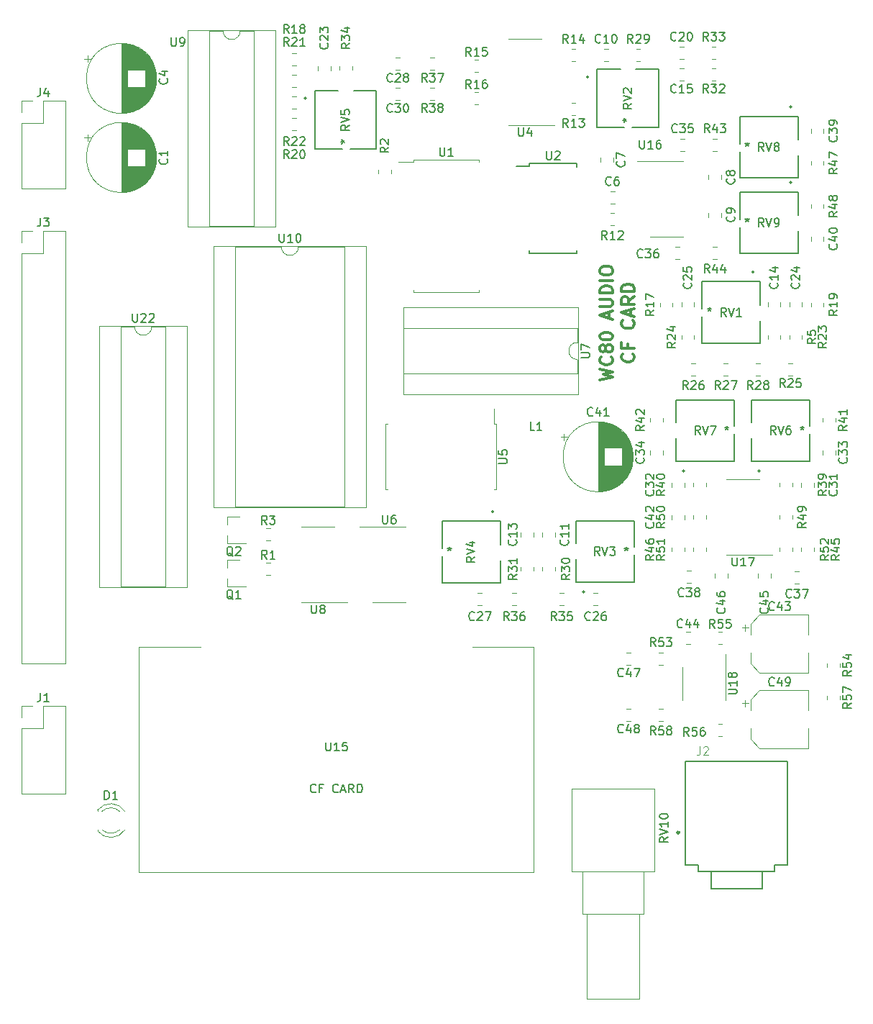
<source format=gbr>
%TF.GenerationSoftware,KiCad,Pcbnew,(5.1.9)-1*%
%TF.CreationDate,2021-11-07T13:29:39-05:00*%
%TF.ProjectId,main,6d61696e-2e6b-4696-9361-645f70636258,rev?*%
%TF.SameCoordinates,Original*%
%TF.FileFunction,Legend,Top*%
%TF.FilePolarity,Positive*%
%FSLAX46Y46*%
G04 Gerber Fmt 4.6, Leading zero omitted, Abs format (unit mm)*
G04 Created by KiCad (PCBNEW (5.1.9)-1) date 2021-11-07 13:29:39*
%MOMM*%
%LPD*%
G01*
G04 APERTURE LIST*
%ADD10C,0.300000*%
%ADD11C,0.120000*%
%ADD12C,0.152400*%
%ADD13C,0.304800*%
%ADD14C,0.127000*%
%ADD15C,0.150000*%
%ADD16C,0.050000*%
G04 APERTURE END LIST*
D10*
X89343571Y-62086285D02*
X90843571Y-61729142D01*
X89772142Y-61443428D01*
X90843571Y-61157714D01*
X89343571Y-60800571D01*
X90700714Y-59372000D02*
X90772142Y-59443428D01*
X90843571Y-59657714D01*
X90843571Y-59800571D01*
X90772142Y-60014857D01*
X90629285Y-60157714D01*
X90486428Y-60229142D01*
X90200714Y-60300571D01*
X89986428Y-60300571D01*
X89700714Y-60229142D01*
X89557857Y-60157714D01*
X89415000Y-60014857D01*
X89343571Y-59800571D01*
X89343571Y-59657714D01*
X89415000Y-59443428D01*
X89486428Y-59372000D01*
X89986428Y-58514857D02*
X89915000Y-58657714D01*
X89843571Y-58729142D01*
X89700714Y-58800571D01*
X89629285Y-58800571D01*
X89486428Y-58729142D01*
X89415000Y-58657714D01*
X89343571Y-58514857D01*
X89343571Y-58229142D01*
X89415000Y-58086285D01*
X89486428Y-58014857D01*
X89629285Y-57943428D01*
X89700714Y-57943428D01*
X89843571Y-58014857D01*
X89915000Y-58086285D01*
X89986428Y-58229142D01*
X89986428Y-58514857D01*
X90057857Y-58657714D01*
X90129285Y-58729142D01*
X90272142Y-58800571D01*
X90557857Y-58800571D01*
X90700714Y-58729142D01*
X90772142Y-58657714D01*
X90843571Y-58514857D01*
X90843571Y-58229142D01*
X90772142Y-58086285D01*
X90700714Y-58014857D01*
X90557857Y-57943428D01*
X90272142Y-57943428D01*
X90129285Y-58014857D01*
X90057857Y-58086285D01*
X89986428Y-58229142D01*
X89343571Y-57014857D02*
X89343571Y-56872000D01*
X89415000Y-56729142D01*
X89486428Y-56657714D01*
X89629285Y-56586285D01*
X89915000Y-56514857D01*
X90272142Y-56514857D01*
X90557857Y-56586285D01*
X90700714Y-56657714D01*
X90772142Y-56729142D01*
X90843571Y-56872000D01*
X90843571Y-57014857D01*
X90772142Y-57157714D01*
X90700714Y-57229142D01*
X90557857Y-57300571D01*
X90272142Y-57372000D01*
X89915000Y-57372000D01*
X89629285Y-57300571D01*
X89486428Y-57229142D01*
X89415000Y-57157714D01*
X89343571Y-57014857D01*
X90415000Y-54800571D02*
X90415000Y-54086285D01*
X90843571Y-54943428D02*
X89343571Y-54443428D01*
X90843571Y-53943428D01*
X89343571Y-53443428D02*
X90557857Y-53443428D01*
X90700714Y-53372000D01*
X90772142Y-53300571D01*
X90843571Y-53157714D01*
X90843571Y-52872000D01*
X90772142Y-52729142D01*
X90700714Y-52657714D01*
X90557857Y-52586285D01*
X89343571Y-52586285D01*
X90843571Y-51872000D02*
X89343571Y-51872000D01*
X89343571Y-51514857D01*
X89415000Y-51300571D01*
X89557857Y-51157714D01*
X89700714Y-51086285D01*
X89986428Y-51014857D01*
X90200714Y-51014857D01*
X90486428Y-51086285D01*
X90629285Y-51157714D01*
X90772142Y-51300571D01*
X90843571Y-51514857D01*
X90843571Y-51872000D01*
X90843571Y-50372000D02*
X89343571Y-50372000D01*
X89343571Y-49372000D02*
X89343571Y-49086285D01*
X89415000Y-48943428D01*
X89557857Y-48800571D01*
X89843571Y-48729142D01*
X90343571Y-48729142D01*
X90629285Y-48800571D01*
X90772142Y-48943428D01*
X90843571Y-49086285D01*
X90843571Y-49372000D01*
X90772142Y-49514857D01*
X90629285Y-49657714D01*
X90343571Y-49729142D01*
X89843571Y-49729142D01*
X89557857Y-49657714D01*
X89415000Y-49514857D01*
X89343571Y-49372000D01*
X93250714Y-59014857D02*
X93322142Y-59086285D01*
X93393571Y-59300571D01*
X93393571Y-59443428D01*
X93322142Y-59657714D01*
X93179285Y-59800571D01*
X93036428Y-59872000D01*
X92750714Y-59943428D01*
X92536428Y-59943428D01*
X92250714Y-59872000D01*
X92107857Y-59800571D01*
X91965000Y-59657714D01*
X91893571Y-59443428D01*
X91893571Y-59300571D01*
X91965000Y-59086285D01*
X92036428Y-59014857D01*
X92607857Y-57872000D02*
X92607857Y-58372000D01*
X93393571Y-58372000D02*
X91893571Y-58372000D01*
X91893571Y-57657714D01*
X93250714Y-55086285D02*
X93322142Y-55157714D01*
X93393571Y-55372000D01*
X93393571Y-55514857D01*
X93322142Y-55729142D01*
X93179285Y-55872000D01*
X93036428Y-55943428D01*
X92750714Y-56014857D01*
X92536428Y-56014857D01*
X92250714Y-55943428D01*
X92107857Y-55872000D01*
X91965000Y-55729142D01*
X91893571Y-55514857D01*
X91893571Y-55372000D01*
X91965000Y-55157714D01*
X92036428Y-55086285D01*
X92965000Y-54514857D02*
X92965000Y-53800571D01*
X93393571Y-54657714D02*
X91893571Y-54157714D01*
X93393571Y-53657714D01*
X93393571Y-52300571D02*
X92679285Y-52800571D01*
X93393571Y-53157714D02*
X91893571Y-53157714D01*
X91893571Y-52586285D01*
X91965000Y-52443428D01*
X92036428Y-52372000D01*
X92179285Y-52300571D01*
X92393571Y-52300571D01*
X92536428Y-52372000D01*
X92607857Y-52443428D01*
X92679285Y-52586285D01*
X92679285Y-53157714D01*
X93393571Y-51657714D02*
X91893571Y-51657714D01*
X91893571Y-51300571D01*
X91965000Y-51086285D01*
X92107857Y-50943428D01*
X92250714Y-50872000D01*
X92536428Y-50800571D01*
X92750714Y-50800571D01*
X93036428Y-50872000D01*
X93179285Y-50943428D01*
X93322142Y-51086285D01*
X93393571Y-51300571D01*
X93393571Y-51657714D01*
D11*
%TO.C,RV10*%
X94012000Y-134928000D02*
X87772000Y-134928000D01*
X94012000Y-124928000D02*
X87772000Y-124928000D01*
X87772000Y-124928000D02*
X87772000Y-134928000D01*
X94012000Y-124928000D02*
X94012000Y-134928000D01*
X94512000Y-124928000D02*
X87272000Y-124928000D01*
X94512000Y-119928000D02*
X87272000Y-119928000D01*
X87272000Y-119928000D02*
X87272000Y-124928000D01*
X94512000Y-119928000D02*
X94512000Y-124928000D01*
X95762000Y-119928000D02*
X86022000Y-119928000D01*
X95762000Y-110137000D02*
X86022000Y-110137000D01*
X86022000Y-110137000D02*
X86022000Y-119928000D01*
X95762000Y-110137000D02*
X95762000Y-119928000D01*
%TO.C,U17*%
X106172000Y-82667000D02*
X109622000Y-82667000D01*
X106172000Y-82667000D02*
X104222000Y-82667000D01*
X106172000Y-73797000D02*
X108122000Y-73797000D01*
X106172000Y-73797000D02*
X104222000Y-73797000D01*
%TO.C,U16*%
X97155000Y-36332000D02*
X93705000Y-36332000D01*
X97155000Y-36332000D02*
X99105000Y-36332000D01*
X97155000Y-45202000D02*
X95205000Y-45202000D01*
X97155000Y-45202000D02*
X99105000Y-45202000D01*
%TO.C,U18*%
X104160000Y-97790000D02*
X104160000Y-94340000D01*
X104160000Y-97790000D02*
X104160000Y-99740000D01*
X99040000Y-97790000D02*
X99040000Y-95840000D01*
X99040000Y-97790000D02*
X99040000Y-99740000D01*
D12*
%TO.C,RV9*%
X112649000Y-39979600D02*
X105791000Y-39979600D01*
X105791000Y-39979600D02*
X105791000Y-43166676D01*
X105791000Y-47218600D02*
X112649000Y-47218600D01*
X112649000Y-47218600D02*
X112649000Y-44563486D01*
X112649000Y-42710914D02*
X112649000Y-39979600D01*
X105791000Y-44107724D02*
X105791000Y-47218600D01*
X111887000Y-38836600D02*
G75*
G03*
X111887000Y-38836600I-127000J0D01*
G01*
%TO.C,RV8*%
X112649000Y-31089600D02*
X105791000Y-31089600D01*
X105791000Y-31089600D02*
X105791000Y-34276676D01*
X105791000Y-38328600D02*
X112649000Y-38328600D01*
X112649000Y-38328600D02*
X112649000Y-35673486D01*
X112649000Y-33820914D02*
X112649000Y-31089600D01*
X105791000Y-35217724D02*
X105791000Y-38328600D01*
X111887000Y-29946600D02*
G75*
G03*
X111887000Y-29946600I-127000J0D01*
G01*
%TO.C,RV7*%
X98298000Y-71653400D02*
X105156000Y-71653400D01*
X105156000Y-71653400D02*
X105156000Y-68466324D01*
X105156000Y-64414400D02*
X98298000Y-64414400D01*
X98298000Y-64414400D02*
X98298000Y-67069514D01*
X98298000Y-68922086D02*
X98298000Y-71653400D01*
X105156000Y-67525276D02*
X105156000Y-64414400D01*
X99314000Y-72796400D02*
G75*
G03*
X99314000Y-72796400I-127000J0D01*
G01*
%TO.C,RV6*%
X107188000Y-71653400D02*
X114046000Y-71653400D01*
X114046000Y-71653400D02*
X114046000Y-68466324D01*
X114046000Y-64414400D02*
X107188000Y-64414400D01*
X107188000Y-64414400D02*
X107188000Y-67069514D01*
X107188000Y-68922086D02*
X107188000Y-71653400D01*
X114046000Y-67525276D02*
X114046000Y-64414400D01*
X108204000Y-72796400D02*
G75*
G03*
X108204000Y-72796400I-127000J0D01*
G01*
%TO.C,RV5*%
X55778400Y-28067000D02*
X55778400Y-34925000D01*
X55778400Y-34925000D02*
X58965476Y-34925000D01*
X63017400Y-34925000D02*
X63017400Y-28067000D01*
X63017400Y-28067000D02*
X60362286Y-28067000D01*
X58509714Y-28067000D02*
X55778400Y-28067000D01*
X59906524Y-34925000D02*
X63017400Y-34925000D01*
X54762400Y-28956000D02*
G75*
G03*
X54762400Y-28956000I-127000J0D01*
G01*
%TO.C,RV4*%
X77597000Y-78714600D02*
X70739000Y-78714600D01*
X70739000Y-78714600D02*
X70739000Y-81901676D01*
X70739000Y-85953600D02*
X77597000Y-85953600D01*
X77597000Y-85953600D02*
X77597000Y-83298486D01*
X77597000Y-81445914D02*
X77597000Y-78714600D01*
X70739000Y-82842724D02*
X70739000Y-85953600D01*
X76835000Y-77571600D02*
G75*
G03*
X76835000Y-77571600I-127000J0D01*
G01*
%TO.C,RV3*%
X86487000Y-85877400D02*
X93345000Y-85877400D01*
X93345000Y-85877400D02*
X93345000Y-82690324D01*
X93345000Y-78638400D02*
X86487000Y-78638400D01*
X86487000Y-78638400D02*
X86487000Y-81293514D01*
X86487000Y-83146086D02*
X86487000Y-85877400D01*
X93345000Y-81749276D02*
X93345000Y-78638400D01*
X87503000Y-87020400D02*
G75*
G03*
X87503000Y-87020400I-127000J0D01*
G01*
%TO.C,RV2*%
X89001600Y-25527000D02*
X89001600Y-32385000D01*
X89001600Y-32385000D02*
X92188676Y-32385000D01*
X96240600Y-32385000D02*
X96240600Y-25527000D01*
X96240600Y-25527000D02*
X93585486Y-25527000D01*
X91732914Y-25527000D02*
X89001600Y-25527000D01*
X93129724Y-32385000D02*
X96240600Y-32385000D01*
X87985600Y-26416000D02*
G75*
G03*
X87985600Y-26416000I-127000J0D01*
G01*
%TO.C,RV1*%
X108204000Y-50520600D02*
X101346000Y-50520600D01*
X101346000Y-50520600D02*
X101346000Y-53707676D01*
X101346000Y-57759600D02*
X108204000Y-57759600D01*
X108204000Y-57759600D02*
X108204000Y-55104486D01*
X108204000Y-53251914D02*
X108204000Y-50520600D01*
X101346000Y-54648724D02*
X101346000Y-57759600D01*
X107442000Y-49377600D02*
G75*
G03*
X107442000Y-49377600I-127000J0D01*
G01*
D11*
%TO.C,R58*%
X96292936Y-102208000D02*
X96747064Y-102208000D01*
X96292936Y-100738000D02*
X96747064Y-100738000D01*
%TO.C,R57*%
X116105000Y-99213936D02*
X116105000Y-99668064D01*
X117575000Y-99213936D02*
X117575000Y-99668064D01*
%TO.C,R56*%
X103277936Y-103986000D02*
X103732064Y-103986000D01*
X103277936Y-102516000D02*
X103732064Y-102516000D01*
%TO.C,R55*%
X103277936Y-93191000D02*
X103732064Y-93191000D01*
X103277936Y-91721000D02*
X103732064Y-91721000D01*
%TO.C,R54*%
X116105000Y-95403936D02*
X116105000Y-95858064D01*
X117575000Y-95403936D02*
X117575000Y-95858064D01*
%TO.C,R53*%
X96747064Y-94134000D02*
X96292936Y-94134000D01*
X96747064Y-95604000D02*
X96292936Y-95604000D01*
%TO.C,R52*%
X111987000Y-82269064D02*
X111987000Y-81814936D01*
X110517000Y-82269064D02*
X110517000Y-81814936D01*
%TO.C,R51*%
X101827000Y-82269064D02*
X101827000Y-81814936D01*
X100357000Y-82269064D02*
X100357000Y-81814936D01*
%TO.C,R50*%
X101827000Y-78459064D02*
X101827000Y-78004936D01*
X100357000Y-78459064D02*
X100357000Y-78004936D01*
%TO.C,R49*%
X110517000Y-78004936D02*
X110517000Y-78459064D01*
X111987000Y-78004936D02*
X111987000Y-78459064D01*
%TO.C,R48*%
X114200000Y-41428936D02*
X114200000Y-41883064D01*
X115670000Y-41428936D02*
X115670000Y-41883064D01*
%TO.C,R47*%
X115670000Y-36803064D02*
X115670000Y-36348936D01*
X114200000Y-36803064D02*
X114200000Y-36348936D01*
%TO.C,R46*%
X97817000Y-81814936D02*
X97817000Y-82269064D01*
X99287000Y-81814936D02*
X99287000Y-82269064D01*
%TO.C,R45*%
X113057000Y-81814936D02*
X113057000Y-82269064D01*
X114527000Y-81814936D02*
X114527000Y-82269064D01*
%TO.C,R44*%
X103097064Y-46382000D02*
X102642936Y-46382000D01*
X103097064Y-47852000D02*
X102642936Y-47852000D01*
%TO.C,R43*%
X103097064Y-33682000D02*
X102642936Y-33682000D01*
X103097064Y-35152000D02*
X102642936Y-35152000D01*
%TO.C,R42*%
X95277000Y-66574936D02*
X95277000Y-67029064D01*
X96747000Y-66574936D02*
X96747000Y-67029064D01*
%TO.C,R41*%
X115597000Y-66574936D02*
X115597000Y-67029064D01*
X117067000Y-66574936D02*
X117067000Y-67029064D01*
%TO.C,R40*%
X100357000Y-74194936D02*
X100357000Y-74649064D01*
X101827000Y-74194936D02*
X101827000Y-74649064D01*
%TO.C,R39*%
X110517000Y-74194936D02*
X110517000Y-74649064D01*
X111987000Y-74194936D02*
X111987000Y-74649064D01*
%TO.C,R38*%
X69823064Y-27713000D02*
X69368936Y-27713000D01*
X69823064Y-29183000D02*
X69368936Y-29183000D01*
%TO.C,R37*%
X69823064Y-24157000D02*
X69368936Y-24157000D01*
X69823064Y-25627000D02*
X69368936Y-25627000D01*
%TO.C,R36*%
X79475064Y-87149000D02*
X79020936Y-87149000D01*
X79475064Y-88619000D02*
X79020936Y-88619000D01*
%TO.C,R35*%
X84608936Y-88619000D02*
X85063064Y-88619000D01*
X84608936Y-87149000D02*
X85063064Y-87149000D01*
%TO.C,R34*%
X60171000Y-25627064D02*
X60171000Y-25172936D01*
X58701000Y-25627064D02*
X58701000Y-25172936D01*
%TO.C,R33*%
X102970064Y-22887000D02*
X102515936Y-22887000D01*
X102970064Y-24357000D02*
X102515936Y-24357000D01*
%TO.C,R32*%
X102970064Y-25427000D02*
X102515936Y-25427000D01*
X102970064Y-26897000D02*
X102515936Y-26897000D01*
%TO.C,R31*%
X81507000Y-84555064D02*
X81507000Y-84100936D01*
X80037000Y-84555064D02*
X80037000Y-84100936D01*
%TO.C,R30*%
X84047000Y-84555064D02*
X84047000Y-84100936D01*
X82577000Y-84555064D02*
X82577000Y-84100936D01*
%TO.C,R29*%
X94080064Y-23141000D02*
X93625936Y-23141000D01*
X94080064Y-24611000D02*
X93625936Y-24611000D01*
D13*
%TO.C,J2*%
X98652000Y-115317000D02*
G75*
G03*
X98652000Y-115317000I-100000J0D01*
G01*
D14*
X109910000Y-119127000D02*
X109910000Y-119927000D01*
X100910000Y-119927000D02*
X100910000Y-119127000D01*
X108410000Y-121927000D02*
X108410000Y-119927000D01*
X102410000Y-121927000D02*
X102410000Y-119927000D01*
X111410000Y-119127000D02*
X109910000Y-119127000D01*
X111410000Y-106927000D02*
X111410000Y-119127000D01*
X99410000Y-119127000D02*
X99410000Y-106927000D01*
X100910000Y-119127000D02*
X99410000Y-119127000D01*
X99410000Y-106927000D02*
X111410000Y-106927000D01*
X108410000Y-119927000D02*
X109910000Y-119927000D01*
X102410000Y-119927000D02*
X108410000Y-119927000D01*
X100910000Y-119927000D02*
X102410000Y-119927000D01*
X102410000Y-121927000D02*
X108410000Y-121927000D01*
D11*
%TO.C,C49*%
X106446250Y-99739750D02*
X106446250Y-100527250D01*
X106052500Y-100133500D02*
X106840000Y-100133500D01*
X107080000Y-104326563D02*
X108144437Y-105391000D01*
X107080000Y-99635437D02*
X108144437Y-98571000D01*
X107080000Y-99635437D02*
X107080000Y-100921000D01*
X107080000Y-104326563D02*
X107080000Y-103041000D01*
X108144437Y-105391000D02*
X113900000Y-105391000D01*
X108144437Y-98571000D02*
X113900000Y-98571000D01*
X113900000Y-98571000D02*
X113900000Y-100921000D01*
X113900000Y-105391000D02*
X113900000Y-103041000D01*
%TO.C,C48*%
X92971252Y-100738000D02*
X92448748Y-100738000D01*
X92971252Y-102208000D02*
X92448748Y-102208000D01*
%TO.C,C47*%
X92971252Y-94134000D02*
X92448748Y-94134000D01*
X92971252Y-95604000D02*
X92448748Y-95604000D01*
%TO.C,C46*%
X104367000Y-85351252D02*
X104367000Y-84828748D01*
X102897000Y-85351252D02*
X102897000Y-84828748D01*
%TO.C,C45*%
X109447000Y-85351252D02*
X109447000Y-84828748D01*
X107977000Y-85351252D02*
X107977000Y-84828748D01*
%TO.C,C44*%
X99433748Y-93191000D02*
X99956252Y-93191000D01*
X99433748Y-91721000D02*
X99956252Y-91721000D01*
%TO.C,C43*%
X106446250Y-90849750D02*
X106446250Y-91637250D01*
X106052500Y-91243500D02*
X106840000Y-91243500D01*
X107080000Y-95436563D02*
X108144437Y-96501000D01*
X107080000Y-90745437D02*
X108144437Y-89681000D01*
X107080000Y-90745437D02*
X107080000Y-92031000D01*
X107080000Y-95436563D02*
X107080000Y-94151000D01*
X108144437Y-96501000D02*
X113900000Y-96501000D01*
X108144437Y-89681000D02*
X113900000Y-89681000D01*
X113900000Y-89681000D02*
X113900000Y-92031000D01*
X113900000Y-96501000D02*
X113900000Y-94151000D01*
%TO.C,C42*%
X99287000Y-78493252D02*
X99287000Y-77970748D01*
X97817000Y-78493252D02*
X97817000Y-77970748D01*
%TO.C,C41*%
X85116302Y-68405000D02*
X85116302Y-69205000D01*
X84716302Y-68805000D02*
X85516302Y-68805000D01*
X93207000Y-70587000D02*
X93207000Y-71653000D01*
X93167000Y-70352000D02*
X93167000Y-71888000D01*
X93127000Y-70172000D02*
X93127000Y-72068000D01*
X93087000Y-70022000D02*
X93087000Y-72218000D01*
X93047000Y-69891000D02*
X93047000Y-72349000D01*
X93007000Y-69774000D02*
X93007000Y-72466000D01*
X92967000Y-69667000D02*
X92967000Y-72573000D01*
X92927000Y-69568000D02*
X92927000Y-72672000D01*
X92887000Y-69475000D02*
X92887000Y-72765000D01*
X92847000Y-69389000D02*
X92847000Y-72851000D01*
X92807000Y-69307000D02*
X92807000Y-72933000D01*
X92767000Y-69230000D02*
X92767000Y-73010000D01*
X92727000Y-69156000D02*
X92727000Y-73084000D01*
X92687000Y-69086000D02*
X92687000Y-73154000D01*
X92647000Y-69018000D02*
X92647000Y-73222000D01*
X92607000Y-68954000D02*
X92607000Y-73286000D01*
X92567000Y-68892000D02*
X92567000Y-73348000D01*
X92527000Y-68833000D02*
X92527000Y-73407000D01*
X92487000Y-68775000D02*
X92487000Y-73465000D01*
X92447000Y-68720000D02*
X92447000Y-73520000D01*
X92407000Y-68666000D02*
X92407000Y-73574000D01*
X92367000Y-68615000D02*
X92367000Y-73625000D01*
X92327000Y-68564000D02*
X92327000Y-73676000D01*
X92287000Y-68516000D02*
X92287000Y-73724000D01*
X92247000Y-68469000D02*
X92247000Y-73771000D01*
X92207000Y-68423000D02*
X92207000Y-73817000D01*
X92167000Y-68379000D02*
X92167000Y-73861000D01*
X92127000Y-68336000D02*
X92127000Y-73904000D01*
X92087000Y-68294000D02*
X92087000Y-73946000D01*
X92047000Y-68253000D02*
X92047000Y-73987000D01*
X92007000Y-68213000D02*
X92007000Y-74027000D01*
X91967000Y-68175000D02*
X91967000Y-74065000D01*
X91927000Y-68137000D02*
X91927000Y-74103000D01*
X91887000Y-72160000D02*
X91887000Y-74139000D01*
X91887000Y-68101000D02*
X91887000Y-70080000D01*
X91847000Y-72160000D02*
X91847000Y-74175000D01*
X91847000Y-68065000D02*
X91847000Y-70080000D01*
X91807000Y-72160000D02*
X91807000Y-74210000D01*
X91807000Y-68030000D02*
X91807000Y-70080000D01*
X91767000Y-72160000D02*
X91767000Y-74244000D01*
X91767000Y-67996000D02*
X91767000Y-70080000D01*
X91727000Y-72160000D02*
X91727000Y-74276000D01*
X91727000Y-67964000D02*
X91727000Y-70080000D01*
X91687000Y-72160000D02*
X91687000Y-74309000D01*
X91687000Y-67931000D02*
X91687000Y-70080000D01*
X91647000Y-72160000D02*
X91647000Y-74340000D01*
X91647000Y-67900000D02*
X91647000Y-70080000D01*
X91607000Y-72160000D02*
X91607000Y-74370000D01*
X91607000Y-67870000D02*
X91607000Y-70080000D01*
X91567000Y-72160000D02*
X91567000Y-74400000D01*
X91567000Y-67840000D02*
X91567000Y-70080000D01*
X91527000Y-72160000D02*
X91527000Y-74429000D01*
X91527000Y-67811000D02*
X91527000Y-70080000D01*
X91487000Y-72160000D02*
X91487000Y-74458000D01*
X91487000Y-67782000D02*
X91487000Y-70080000D01*
X91447000Y-72160000D02*
X91447000Y-74485000D01*
X91447000Y-67755000D02*
X91447000Y-70080000D01*
X91407000Y-72160000D02*
X91407000Y-74512000D01*
X91407000Y-67728000D02*
X91407000Y-70080000D01*
X91367000Y-72160000D02*
X91367000Y-74538000D01*
X91367000Y-67702000D02*
X91367000Y-70080000D01*
X91327000Y-72160000D02*
X91327000Y-74564000D01*
X91327000Y-67676000D02*
X91327000Y-70080000D01*
X91287000Y-72160000D02*
X91287000Y-74589000D01*
X91287000Y-67651000D02*
X91287000Y-70080000D01*
X91247000Y-72160000D02*
X91247000Y-74613000D01*
X91247000Y-67627000D02*
X91247000Y-70080000D01*
X91207000Y-72160000D02*
X91207000Y-74637000D01*
X91207000Y-67603000D02*
X91207000Y-70080000D01*
X91167000Y-72160000D02*
X91167000Y-74660000D01*
X91167000Y-67580000D02*
X91167000Y-70080000D01*
X91127000Y-72160000D02*
X91127000Y-74682000D01*
X91127000Y-67558000D02*
X91127000Y-70080000D01*
X91087000Y-72160000D02*
X91087000Y-74704000D01*
X91087000Y-67536000D02*
X91087000Y-70080000D01*
X91047000Y-72160000D02*
X91047000Y-74726000D01*
X91047000Y-67514000D02*
X91047000Y-70080000D01*
X91007000Y-72160000D02*
X91007000Y-74747000D01*
X91007000Y-67493000D02*
X91007000Y-70080000D01*
X90967000Y-72160000D02*
X90967000Y-74767000D01*
X90967000Y-67473000D02*
X90967000Y-70080000D01*
X90927000Y-72160000D02*
X90927000Y-74786000D01*
X90927000Y-67454000D02*
X90927000Y-70080000D01*
X90887000Y-72160000D02*
X90887000Y-74806000D01*
X90887000Y-67434000D02*
X90887000Y-70080000D01*
X90847000Y-72160000D02*
X90847000Y-74824000D01*
X90847000Y-67416000D02*
X90847000Y-70080000D01*
X90807000Y-72160000D02*
X90807000Y-74842000D01*
X90807000Y-67398000D02*
X90807000Y-70080000D01*
X90767000Y-72160000D02*
X90767000Y-74860000D01*
X90767000Y-67380000D02*
X90767000Y-70080000D01*
X90727000Y-72160000D02*
X90727000Y-74877000D01*
X90727000Y-67363000D02*
X90727000Y-70080000D01*
X90687000Y-72160000D02*
X90687000Y-74894000D01*
X90687000Y-67346000D02*
X90687000Y-70080000D01*
X90647000Y-72160000D02*
X90647000Y-74910000D01*
X90647000Y-67330000D02*
X90647000Y-70080000D01*
X90607000Y-72160000D02*
X90607000Y-74925000D01*
X90607000Y-67315000D02*
X90607000Y-70080000D01*
X90567000Y-72160000D02*
X90567000Y-74941000D01*
X90567000Y-67299000D02*
X90567000Y-70080000D01*
X90527000Y-72160000D02*
X90527000Y-74955000D01*
X90527000Y-67285000D02*
X90527000Y-70080000D01*
X90487000Y-72160000D02*
X90487000Y-74970000D01*
X90487000Y-67270000D02*
X90487000Y-70080000D01*
X90447000Y-72160000D02*
X90447000Y-74983000D01*
X90447000Y-67257000D02*
X90447000Y-70080000D01*
X90407000Y-72160000D02*
X90407000Y-74997000D01*
X90407000Y-67243000D02*
X90407000Y-70080000D01*
X90367000Y-72160000D02*
X90367000Y-75009000D01*
X90367000Y-67231000D02*
X90367000Y-70080000D01*
X90327000Y-72160000D02*
X90327000Y-75022000D01*
X90327000Y-67218000D02*
X90327000Y-70080000D01*
X90287000Y-72160000D02*
X90287000Y-75034000D01*
X90287000Y-67206000D02*
X90287000Y-70080000D01*
X90247000Y-72160000D02*
X90247000Y-75045000D01*
X90247000Y-67195000D02*
X90247000Y-70080000D01*
X90207000Y-72160000D02*
X90207000Y-75056000D01*
X90207000Y-67184000D02*
X90207000Y-70080000D01*
X90167000Y-72160000D02*
X90167000Y-75067000D01*
X90167000Y-67173000D02*
X90167000Y-70080000D01*
X90127000Y-72160000D02*
X90127000Y-75077000D01*
X90127000Y-67163000D02*
X90127000Y-70080000D01*
X90087000Y-72160000D02*
X90087000Y-75087000D01*
X90087000Y-67153000D02*
X90087000Y-70080000D01*
X90047000Y-72160000D02*
X90047000Y-75096000D01*
X90047000Y-67144000D02*
X90047000Y-70080000D01*
X90007000Y-72160000D02*
X90007000Y-75105000D01*
X90007000Y-67135000D02*
X90007000Y-70080000D01*
X89967000Y-72160000D02*
X89967000Y-75114000D01*
X89967000Y-67126000D02*
X89967000Y-70080000D01*
X89927000Y-72160000D02*
X89927000Y-75122000D01*
X89927000Y-67118000D02*
X89927000Y-70080000D01*
X89887000Y-72160000D02*
X89887000Y-75130000D01*
X89887000Y-67110000D02*
X89887000Y-70080000D01*
X89847000Y-72160000D02*
X89847000Y-75137000D01*
X89847000Y-67103000D02*
X89847000Y-70080000D01*
X89806000Y-67096000D02*
X89806000Y-75144000D01*
X89766000Y-67090000D02*
X89766000Y-75150000D01*
X89726000Y-67083000D02*
X89726000Y-75157000D01*
X89686000Y-67078000D02*
X89686000Y-75162000D01*
X89646000Y-67072000D02*
X89646000Y-75168000D01*
X89606000Y-67068000D02*
X89606000Y-75172000D01*
X89566000Y-67063000D02*
X89566000Y-75177000D01*
X89526000Y-67059000D02*
X89526000Y-75181000D01*
X89486000Y-67055000D02*
X89486000Y-75185000D01*
X89446000Y-67052000D02*
X89446000Y-75188000D01*
X89406000Y-67049000D02*
X89406000Y-75191000D01*
X89366000Y-67046000D02*
X89366000Y-75194000D01*
X89326000Y-67044000D02*
X89326000Y-75196000D01*
X89286000Y-67043000D02*
X89286000Y-75197000D01*
X89246000Y-67041000D02*
X89246000Y-75199000D01*
X89206000Y-67040000D02*
X89206000Y-75200000D01*
X89166000Y-67040000D02*
X89166000Y-75200000D01*
X89126000Y-67040000D02*
X89126000Y-75200000D01*
X93246000Y-71120000D02*
G75*
G03*
X93246000Y-71120000I-4120000J0D01*
G01*
%TO.C,C40*%
X114200000Y-45204748D02*
X114200000Y-45727252D01*
X115670000Y-45204748D02*
X115670000Y-45727252D01*
%TO.C,C39*%
X115670000Y-33027252D02*
X115670000Y-32504748D01*
X114200000Y-33027252D02*
X114200000Y-32504748D01*
%TO.C,C38*%
X99560748Y-85952000D02*
X100083252Y-85952000D01*
X99560748Y-84482000D02*
X100083252Y-84482000D01*
%TO.C,C37*%
X112783252Y-84609000D02*
X112260748Y-84609000D01*
X112783252Y-86079000D02*
X112260748Y-86079000D01*
%TO.C,C36*%
X98686252Y-46382000D02*
X98163748Y-46382000D01*
X98686252Y-47852000D02*
X98163748Y-47852000D01*
%TO.C,C35*%
X99321252Y-33682000D02*
X98798748Y-33682000D01*
X99321252Y-35152000D02*
X98798748Y-35152000D01*
%TO.C,C34*%
X95277000Y-70350748D02*
X95277000Y-70873252D01*
X96747000Y-70350748D02*
X96747000Y-70873252D01*
%TO.C,C33*%
X115597000Y-70350748D02*
X115597000Y-70873252D01*
X117067000Y-70350748D02*
X117067000Y-70873252D01*
%TO.C,C32*%
X97817000Y-74160748D02*
X97817000Y-74683252D01*
X99287000Y-74160748D02*
X99287000Y-74683252D01*
%TO.C,C31*%
X113057000Y-74160748D02*
X113057000Y-74683252D01*
X114527000Y-74160748D02*
X114527000Y-74683252D01*
%TO.C,C30*%
X65793252Y-27713000D02*
X65270748Y-27713000D01*
X65793252Y-29183000D02*
X65270748Y-29183000D01*
%TO.C,C28*%
X65793252Y-24157000D02*
X65270748Y-24157000D01*
X65793252Y-25627000D02*
X65270748Y-25627000D01*
%TO.C,C27*%
X75445252Y-87149000D02*
X74922748Y-87149000D01*
X75445252Y-88619000D02*
X74922748Y-88619000D01*
%TO.C,C26*%
X88572748Y-88619000D02*
X89095252Y-88619000D01*
X88572748Y-87149000D02*
X89095252Y-87149000D01*
%TO.C,C23*%
X56161000Y-25138748D02*
X56161000Y-25661252D01*
X57631000Y-25138748D02*
X57631000Y-25661252D01*
%TO.C,C20*%
X99194252Y-22887000D02*
X98671748Y-22887000D01*
X99194252Y-24357000D02*
X98671748Y-24357000D01*
%TO.C,C15*%
X99194252Y-25427000D02*
X98671748Y-25427000D01*
X99194252Y-26897000D02*
X98671748Y-26897000D01*
%TO.C,C13*%
X81507000Y-80525252D02*
X81507000Y-80002748D01*
X80037000Y-80525252D02*
X80037000Y-80002748D01*
%TO.C,C11*%
X84047000Y-80525252D02*
X84047000Y-80002748D01*
X82577000Y-80525252D02*
X82577000Y-80002748D01*
%TO.C,C10*%
X90304252Y-23141000D02*
X89781748Y-23141000D01*
X90304252Y-24611000D02*
X89781748Y-24611000D01*
%TO.C,U4*%
X80518000Y-32111000D02*
X83968000Y-32111000D01*
X80518000Y-32111000D02*
X78568000Y-32111000D01*
X80518000Y-21991000D02*
X82468000Y-21991000D01*
X80518000Y-21991000D02*
X78568000Y-21991000D01*
%TO.C,R28*%
X108177064Y-60098000D02*
X107722936Y-60098000D01*
X108177064Y-61568000D02*
X107722936Y-61568000D01*
%TO.C,R27*%
X104367064Y-60098000D02*
X103912936Y-60098000D01*
X104367064Y-61568000D02*
X103912936Y-61568000D01*
%TO.C,R26*%
X100102936Y-61568000D02*
X100557064Y-61568000D01*
X100102936Y-60098000D02*
X100557064Y-60098000D01*
%TO.C,R25*%
X111987064Y-60098000D02*
X111532936Y-60098000D01*
X111987064Y-61568000D02*
X111532936Y-61568000D01*
%TO.C,R24*%
X98960000Y-56795936D02*
X98960000Y-57250064D01*
X100430000Y-56795936D02*
X100430000Y-57250064D01*
%TO.C,R23*%
X111660000Y-56795936D02*
X111660000Y-57250064D01*
X113130000Y-56795936D02*
X113130000Y-57250064D01*
%TO.C,R22*%
X53567064Y-28729000D02*
X53112936Y-28729000D01*
X53567064Y-30199000D02*
X53112936Y-30199000D01*
%TO.C,R21*%
X53567064Y-26189000D02*
X53112936Y-26189000D01*
X53567064Y-27659000D02*
X53112936Y-27659000D01*
%TO.C,R20*%
X53567064Y-31269000D02*
X53112936Y-31269000D01*
X53567064Y-32739000D02*
X53112936Y-32739000D01*
%TO.C,R19*%
X115670000Y-53440064D02*
X115670000Y-52985936D01*
X114200000Y-53440064D02*
X114200000Y-52985936D01*
%TO.C,R18*%
X53567064Y-23649000D02*
X53112936Y-23649000D01*
X53567064Y-25119000D02*
X53112936Y-25119000D01*
%TO.C,R17*%
X97890000Y-53440064D02*
X97890000Y-52985936D01*
X96420000Y-53440064D02*
X96420000Y-52985936D01*
%TO.C,R16*%
X74575936Y-29691000D02*
X75030064Y-29691000D01*
X74575936Y-28221000D02*
X75030064Y-28221000D01*
%TO.C,R15*%
X74575936Y-25881000D02*
X75030064Y-25881000D01*
X74575936Y-24411000D02*
X75030064Y-24411000D01*
%TO.C,R14*%
X86460064Y-23141000D02*
X86005936Y-23141000D01*
X86460064Y-24611000D02*
X86005936Y-24611000D01*
%TO.C,R13*%
X86460064Y-29491000D02*
X86005936Y-29491000D01*
X86460064Y-30961000D02*
X86005936Y-30961000D01*
%TO.C,R12*%
X90577936Y-43915000D02*
X91032064Y-43915000D01*
X90577936Y-42445000D02*
X91032064Y-42445000D01*
%TO.C,R5*%
X109120000Y-56795936D02*
X109120000Y-57250064D01*
X110590000Y-56795936D02*
X110590000Y-57250064D01*
%TO.C,C25*%
X100430000Y-53474252D02*
X100430000Y-52951748D01*
X98960000Y-53474252D02*
X98960000Y-52951748D01*
%TO.C,C24*%
X113130000Y-53474252D02*
X113130000Y-52951748D01*
X111660000Y-53474252D02*
X111660000Y-52951748D01*
%TO.C,C14*%
X110590000Y-53474252D02*
X110590000Y-52951748D01*
X109120000Y-53474252D02*
X109120000Y-52951748D01*
%TO.C,C9*%
X103605000Y-42933252D02*
X103605000Y-42410748D01*
X102135000Y-42933252D02*
X102135000Y-42410748D01*
%TO.C,C8*%
X102135000Y-37965748D02*
X102135000Y-38488252D01*
X103605000Y-37965748D02*
X103605000Y-38488252D01*
%TO.C,C7*%
X89435000Y-35933748D02*
X89435000Y-36456252D01*
X90905000Y-35933748D02*
X90905000Y-36456252D01*
%TO.C,C6*%
X90543748Y-41375000D02*
X91066252Y-41375000D01*
X90543748Y-39905000D02*
X91066252Y-39905000D01*
%TO.C,U15*%
X81566000Y-93464000D02*
X81566000Y-119964000D01*
X35066000Y-119964000D02*
X81566000Y-119964000D01*
X35066000Y-93464000D02*
X35066000Y-119964000D01*
X81566000Y-93464000D02*
X74316000Y-93464000D01*
X35066000Y-93464000D02*
X42316000Y-93464000D01*
%TO.C,D1*%
X30190000Y-114999000D02*
X30190000Y-115155000D01*
X30190000Y-112683000D02*
X30190000Y-112839000D01*
X32791130Y-114998837D02*
G75*
G02*
X30709039Y-114999000I-1041130J1079837D01*
G01*
X32791130Y-112839163D02*
G75*
G03*
X30709039Y-112839000I-1041130J-1079837D01*
G01*
X33422335Y-114997608D02*
G75*
G02*
X30190000Y-115154516I-1672335J1078608D01*
G01*
X33422335Y-112840392D02*
G75*
G03*
X30190000Y-112683484I-1672335J-1078608D01*
G01*
%TO.C,U8*%
X56151000Y-88255000D02*
X59601000Y-88255000D01*
X56151000Y-88255000D02*
X54201000Y-88255000D01*
X56151000Y-79385000D02*
X58101000Y-79385000D01*
X56151000Y-79385000D02*
X54201000Y-79385000D01*
%TO.C,R3*%
X50064936Y-80999000D02*
X50519064Y-80999000D01*
X50064936Y-79529000D02*
X50519064Y-79529000D01*
%TO.C,R2*%
X63273000Y-37364936D02*
X63273000Y-37819064D01*
X64743000Y-37364936D02*
X64743000Y-37819064D01*
%TO.C,R1*%
X50064936Y-85063000D02*
X50519064Y-85063000D01*
X50064936Y-83593000D02*
X50519064Y-83593000D01*
%TO.C,Q2*%
X45468000Y-78176000D02*
X46928000Y-78176000D01*
X45468000Y-81336000D02*
X47628000Y-81336000D01*
X45468000Y-81336000D02*
X45468000Y-80406000D01*
X45468000Y-78176000D02*
X45468000Y-79106000D01*
%TO.C,Q1*%
X45468000Y-83256000D02*
X46928000Y-83256000D01*
X45468000Y-86416000D02*
X47628000Y-86416000D01*
X45468000Y-86416000D02*
X45468000Y-85486000D01*
X45468000Y-83256000D02*
X45468000Y-84186000D01*
%TO.C,U7*%
X86734000Y-63814000D02*
X86734000Y-53534000D01*
X66174000Y-63814000D02*
X86734000Y-63814000D01*
X66174000Y-53534000D02*
X66174000Y-63814000D01*
X86734000Y-53534000D02*
X66174000Y-53534000D01*
X86674000Y-61324000D02*
X86674000Y-59674000D01*
X66234000Y-61324000D02*
X86674000Y-61324000D01*
X66234000Y-56024000D02*
X66234000Y-61324000D01*
X86674000Y-56024000D02*
X66234000Y-56024000D01*
X86674000Y-57674000D02*
X86674000Y-56024000D01*
X86674000Y-59674000D02*
G75*
G02*
X86674000Y-57674000I0J1000000D01*
G01*
%TO.C,U6*%
X64516000Y-79385000D02*
X61066000Y-79385000D01*
X64516000Y-79385000D02*
X66466000Y-79385000D01*
X64516000Y-88255000D02*
X62566000Y-88255000D01*
X64516000Y-88255000D02*
X66466000Y-88255000D01*
%TO.C,U10*%
X61782000Y-46362000D02*
X43882000Y-46362000D01*
X61782000Y-77082000D02*
X61782000Y-46362000D01*
X43882000Y-77082000D02*
X61782000Y-77082000D01*
X43882000Y-46362000D02*
X43882000Y-77082000D01*
X59292000Y-46422000D02*
X53832000Y-46422000D01*
X59292000Y-77022000D02*
X59292000Y-46422000D01*
X46372000Y-77022000D02*
X59292000Y-77022000D01*
X46372000Y-46422000D02*
X46372000Y-77022000D01*
X51832000Y-46422000D02*
X46372000Y-46422000D01*
X53832000Y-46422000D02*
G75*
G02*
X51832000Y-46422000I-1000000J0D01*
G01*
%TO.C,U9*%
X51114000Y-20962000D02*
X40834000Y-20962000D01*
X51114000Y-44062000D02*
X51114000Y-20962000D01*
X40834000Y-44062000D02*
X51114000Y-44062000D01*
X40834000Y-20962000D02*
X40834000Y-44062000D01*
X48624000Y-21022000D02*
X46974000Y-21022000D01*
X48624000Y-44002000D02*
X48624000Y-21022000D01*
X43324000Y-44002000D02*
X48624000Y-44002000D01*
X43324000Y-21022000D02*
X43324000Y-44002000D01*
X44974000Y-21022000D02*
X43324000Y-21022000D01*
X46974000Y-21022000D02*
G75*
G02*
X44974000Y-21022000I-1000000J0D01*
G01*
%TO.C,U5*%
X76887000Y-67260000D02*
X76887000Y-65445000D01*
X77122000Y-67260000D02*
X76887000Y-67260000D01*
X77122000Y-71120000D02*
X77122000Y-67260000D01*
X77122000Y-74980000D02*
X76887000Y-74980000D01*
X77122000Y-71120000D02*
X77122000Y-74980000D01*
X64102000Y-67260000D02*
X64337000Y-67260000D01*
X64102000Y-71120000D02*
X64102000Y-67260000D01*
X64102000Y-74980000D02*
X64337000Y-74980000D01*
X64102000Y-71120000D02*
X64102000Y-74980000D01*
D15*
%TO.C,U2*%
X81045000Y-36635000D02*
X81045000Y-36910000D01*
X86595000Y-36635000D02*
X86595000Y-36990000D01*
X86595000Y-47185000D02*
X86595000Y-46830000D01*
X81045000Y-47185000D02*
X81045000Y-46830000D01*
X81045000Y-36635000D02*
X86595000Y-36635000D01*
X81045000Y-47185000D02*
X86595000Y-47185000D01*
X81045000Y-36910000D02*
X79520000Y-36910000D01*
D11*
%TO.C,U1*%
X71247000Y-51752000D02*
X75107000Y-51752000D01*
X75107000Y-51752000D02*
X75107000Y-51487000D01*
X71247000Y-51752000D02*
X67387000Y-51752000D01*
X67387000Y-51752000D02*
X67387000Y-51487000D01*
X71247000Y-36132000D02*
X75107000Y-36132000D01*
X75107000Y-36132000D02*
X75107000Y-36397000D01*
X71247000Y-36132000D02*
X67387000Y-36132000D01*
X67387000Y-36132000D02*
X67387000Y-36397000D01*
X67387000Y-36397000D02*
X65572000Y-36397000D01*
%TO.C,U22*%
X40700000Y-55760000D02*
X30420000Y-55760000D01*
X40700000Y-86480000D02*
X40700000Y-55760000D01*
X30420000Y-86480000D02*
X40700000Y-86480000D01*
X30420000Y-55760000D02*
X30420000Y-86480000D01*
X38210000Y-55820000D02*
X36560000Y-55820000D01*
X38210000Y-86420000D02*
X38210000Y-55820000D01*
X32910000Y-86420000D02*
X38210000Y-86420000D01*
X32910000Y-55820000D02*
X32910000Y-86420000D01*
X34560000Y-55820000D02*
X32910000Y-55820000D01*
X36560000Y-55820000D02*
G75*
G02*
X34560000Y-55820000I-1000000J0D01*
G01*
%TO.C,C1*%
X37124000Y-35903000D02*
G75*
G03*
X37124000Y-35903000I-4120000J0D01*
G01*
X33004000Y-31823000D02*
X33004000Y-39983000D01*
X33044000Y-31823000D02*
X33044000Y-39983000D01*
X33084000Y-31823000D02*
X33084000Y-39983000D01*
X33124000Y-31824000D02*
X33124000Y-39982000D01*
X33164000Y-31826000D02*
X33164000Y-39980000D01*
X33204000Y-31827000D02*
X33204000Y-39979000D01*
X33244000Y-31829000D02*
X33244000Y-39977000D01*
X33284000Y-31832000D02*
X33284000Y-39974000D01*
X33324000Y-31835000D02*
X33324000Y-39971000D01*
X33364000Y-31838000D02*
X33364000Y-39968000D01*
X33404000Y-31842000D02*
X33404000Y-39964000D01*
X33444000Y-31846000D02*
X33444000Y-39960000D01*
X33484000Y-31851000D02*
X33484000Y-39955000D01*
X33524000Y-31855000D02*
X33524000Y-39951000D01*
X33564000Y-31861000D02*
X33564000Y-39945000D01*
X33604000Y-31866000D02*
X33604000Y-39940000D01*
X33644000Y-31873000D02*
X33644000Y-39933000D01*
X33684000Y-31879000D02*
X33684000Y-39927000D01*
X33725000Y-31886000D02*
X33725000Y-34863000D01*
X33725000Y-36943000D02*
X33725000Y-39920000D01*
X33765000Y-31893000D02*
X33765000Y-34863000D01*
X33765000Y-36943000D02*
X33765000Y-39913000D01*
X33805000Y-31901000D02*
X33805000Y-34863000D01*
X33805000Y-36943000D02*
X33805000Y-39905000D01*
X33845000Y-31909000D02*
X33845000Y-34863000D01*
X33845000Y-36943000D02*
X33845000Y-39897000D01*
X33885000Y-31918000D02*
X33885000Y-34863000D01*
X33885000Y-36943000D02*
X33885000Y-39888000D01*
X33925000Y-31927000D02*
X33925000Y-34863000D01*
X33925000Y-36943000D02*
X33925000Y-39879000D01*
X33965000Y-31936000D02*
X33965000Y-34863000D01*
X33965000Y-36943000D02*
X33965000Y-39870000D01*
X34005000Y-31946000D02*
X34005000Y-34863000D01*
X34005000Y-36943000D02*
X34005000Y-39860000D01*
X34045000Y-31956000D02*
X34045000Y-34863000D01*
X34045000Y-36943000D02*
X34045000Y-39850000D01*
X34085000Y-31967000D02*
X34085000Y-34863000D01*
X34085000Y-36943000D02*
X34085000Y-39839000D01*
X34125000Y-31978000D02*
X34125000Y-34863000D01*
X34125000Y-36943000D02*
X34125000Y-39828000D01*
X34165000Y-31989000D02*
X34165000Y-34863000D01*
X34165000Y-36943000D02*
X34165000Y-39817000D01*
X34205000Y-32001000D02*
X34205000Y-34863000D01*
X34205000Y-36943000D02*
X34205000Y-39805000D01*
X34245000Y-32014000D02*
X34245000Y-34863000D01*
X34245000Y-36943000D02*
X34245000Y-39792000D01*
X34285000Y-32026000D02*
X34285000Y-34863000D01*
X34285000Y-36943000D02*
X34285000Y-39780000D01*
X34325000Y-32040000D02*
X34325000Y-34863000D01*
X34325000Y-36943000D02*
X34325000Y-39766000D01*
X34365000Y-32053000D02*
X34365000Y-34863000D01*
X34365000Y-36943000D02*
X34365000Y-39753000D01*
X34405000Y-32068000D02*
X34405000Y-34863000D01*
X34405000Y-36943000D02*
X34405000Y-39738000D01*
X34445000Y-32082000D02*
X34445000Y-34863000D01*
X34445000Y-36943000D02*
X34445000Y-39724000D01*
X34485000Y-32098000D02*
X34485000Y-34863000D01*
X34485000Y-36943000D02*
X34485000Y-39708000D01*
X34525000Y-32113000D02*
X34525000Y-34863000D01*
X34525000Y-36943000D02*
X34525000Y-39693000D01*
X34565000Y-32129000D02*
X34565000Y-34863000D01*
X34565000Y-36943000D02*
X34565000Y-39677000D01*
X34605000Y-32146000D02*
X34605000Y-34863000D01*
X34605000Y-36943000D02*
X34605000Y-39660000D01*
X34645000Y-32163000D02*
X34645000Y-34863000D01*
X34645000Y-36943000D02*
X34645000Y-39643000D01*
X34685000Y-32181000D02*
X34685000Y-34863000D01*
X34685000Y-36943000D02*
X34685000Y-39625000D01*
X34725000Y-32199000D02*
X34725000Y-34863000D01*
X34725000Y-36943000D02*
X34725000Y-39607000D01*
X34765000Y-32217000D02*
X34765000Y-34863000D01*
X34765000Y-36943000D02*
X34765000Y-39589000D01*
X34805000Y-32237000D02*
X34805000Y-34863000D01*
X34805000Y-36943000D02*
X34805000Y-39569000D01*
X34845000Y-32256000D02*
X34845000Y-34863000D01*
X34845000Y-36943000D02*
X34845000Y-39550000D01*
X34885000Y-32276000D02*
X34885000Y-34863000D01*
X34885000Y-36943000D02*
X34885000Y-39530000D01*
X34925000Y-32297000D02*
X34925000Y-34863000D01*
X34925000Y-36943000D02*
X34925000Y-39509000D01*
X34965000Y-32319000D02*
X34965000Y-34863000D01*
X34965000Y-36943000D02*
X34965000Y-39487000D01*
X35005000Y-32341000D02*
X35005000Y-34863000D01*
X35005000Y-36943000D02*
X35005000Y-39465000D01*
X35045000Y-32363000D02*
X35045000Y-34863000D01*
X35045000Y-36943000D02*
X35045000Y-39443000D01*
X35085000Y-32386000D02*
X35085000Y-34863000D01*
X35085000Y-36943000D02*
X35085000Y-39420000D01*
X35125000Y-32410000D02*
X35125000Y-34863000D01*
X35125000Y-36943000D02*
X35125000Y-39396000D01*
X35165000Y-32434000D02*
X35165000Y-34863000D01*
X35165000Y-36943000D02*
X35165000Y-39372000D01*
X35205000Y-32459000D02*
X35205000Y-34863000D01*
X35205000Y-36943000D02*
X35205000Y-39347000D01*
X35245000Y-32485000D02*
X35245000Y-34863000D01*
X35245000Y-36943000D02*
X35245000Y-39321000D01*
X35285000Y-32511000D02*
X35285000Y-34863000D01*
X35285000Y-36943000D02*
X35285000Y-39295000D01*
X35325000Y-32538000D02*
X35325000Y-34863000D01*
X35325000Y-36943000D02*
X35325000Y-39268000D01*
X35365000Y-32565000D02*
X35365000Y-34863000D01*
X35365000Y-36943000D02*
X35365000Y-39241000D01*
X35405000Y-32594000D02*
X35405000Y-34863000D01*
X35405000Y-36943000D02*
X35405000Y-39212000D01*
X35445000Y-32623000D02*
X35445000Y-34863000D01*
X35445000Y-36943000D02*
X35445000Y-39183000D01*
X35485000Y-32653000D02*
X35485000Y-34863000D01*
X35485000Y-36943000D02*
X35485000Y-39153000D01*
X35525000Y-32683000D02*
X35525000Y-34863000D01*
X35525000Y-36943000D02*
X35525000Y-39123000D01*
X35565000Y-32714000D02*
X35565000Y-34863000D01*
X35565000Y-36943000D02*
X35565000Y-39092000D01*
X35605000Y-32747000D02*
X35605000Y-34863000D01*
X35605000Y-36943000D02*
X35605000Y-39059000D01*
X35645000Y-32779000D02*
X35645000Y-34863000D01*
X35645000Y-36943000D02*
X35645000Y-39027000D01*
X35685000Y-32813000D02*
X35685000Y-34863000D01*
X35685000Y-36943000D02*
X35685000Y-38993000D01*
X35725000Y-32848000D02*
X35725000Y-34863000D01*
X35725000Y-36943000D02*
X35725000Y-38958000D01*
X35765000Y-32884000D02*
X35765000Y-34863000D01*
X35765000Y-36943000D02*
X35765000Y-38922000D01*
X35805000Y-32920000D02*
X35805000Y-38886000D01*
X35845000Y-32958000D02*
X35845000Y-38848000D01*
X35885000Y-32996000D02*
X35885000Y-38810000D01*
X35925000Y-33036000D02*
X35925000Y-38770000D01*
X35965000Y-33077000D02*
X35965000Y-38729000D01*
X36005000Y-33119000D02*
X36005000Y-38687000D01*
X36045000Y-33162000D02*
X36045000Y-38644000D01*
X36085000Y-33206000D02*
X36085000Y-38600000D01*
X36125000Y-33252000D02*
X36125000Y-38554000D01*
X36165000Y-33299000D02*
X36165000Y-38507000D01*
X36205000Y-33347000D02*
X36205000Y-38459000D01*
X36245000Y-33398000D02*
X36245000Y-38408000D01*
X36285000Y-33449000D02*
X36285000Y-38357000D01*
X36325000Y-33503000D02*
X36325000Y-38303000D01*
X36365000Y-33558000D02*
X36365000Y-38248000D01*
X36405000Y-33616000D02*
X36405000Y-38190000D01*
X36445000Y-33675000D02*
X36445000Y-38131000D01*
X36485000Y-33737000D02*
X36485000Y-38069000D01*
X36525000Y-33801000D02*
X36525000Y-38005000D01*
X36565000Y-33869000D02*
X36565000Y-37937000D01*
X36605000Y-33939000D02*
X36605000Y-37867000D01*
X36645000Y-34013000D02*
X36645000Y-37793000D01*
X36685000Y-34090000D02*
X36685000Y-37716000D01*
X36725000Y-34172000D02*
X36725000Y-37634000D01*
X36765000Y-34258000D02*
X36765000Y-37548000D01*
X36805000Y-34351000D02*
X36805000Y-37455000D01*
X36845000Y-34450000D02*
X36845000Y-37356000D01*
X36885000Y-34557000D02*
X36885000Y-37249000D01*
X36925000Y-34674000D02*
X36925000Y-37132000D01*
X36965000Y-34805000D02*
X36965000Y-37001000D01*
X37005000Y-34955000D02*
X37005000Y-36851000D01*
X37045000Y-35135000D02*
X37045000Y-36671000D01*
X37085000Y-35370000D02*
X37085000Y-36436000D01*
X28594302Y-33588000D02*
X29394302Y-33588000D01*
X28994302Y-33188000D02*
X28994302Y-33988000D01*
%TO.C,C4*%
X37124000Y-26603000D02*
G75*
G03*
X37124000Y-26603000I-4120000J0D01*
G01*
X33004000Y-22523000D02*
X33004000Y-30683000D01*
X33044000Y-22523000D02*
X33044000Y-30683000D01*
X33084000Y-22523000D02*
X33084000Y-30683000D01*
X33124000Y-22524000D02*
X33124000Y-30682000D01*
X33164000Y-22526000D02*
X33164000Y-30680000D01*
X33204000Y-22527000D02*
X33204000Y-30679000D01*
X33244000Y-22529000D02*
X33244000Y-30677000D01*
X33284000Y-22532000D02*
X33284000Y-30674000D01*
X33324000Y-22535000D02*
X33324000Y-30671000D01*
X33364000Y-22538000D02*
X33364000Y-30668000D01*
X33404000Y-22542000D02*
X33404000Y-30664000D01*
X33444000Y-22546000D02*
X33444000Y-30660000D01*
X33484000Y-22551000D02*
X33484000Y-30655000D01*
X33524000Y-22555000D02*
X33524000Y-30651000D01*
X33564000Y-22561000D02*
X33564000Y-30645000D01*
X33604000Y-22566000D02*
X33604000Y-30640000D01*
X33644000Y-22573000D02*
X33644000Y-30633000D01*
X33684000Y-22579000D02*
X33684000Y-30627000D01*
X33725000Y-22586000D02*
X33725000Y-25563000D01*
X33725000Y-27643000D02*
X33725000Y-30620000D01*
X33765000Y-22593000D02*
X33765000Y-25563000D01*
X33765000Y-27643000D02*
X33765000Y-30613000D01*
X33805000Y-22601000D02*
X33805000Y-25563000D01*
X33805000Y-27643000D02*
X33805000Y-30605000D01*
X33845000Y-22609000D02*
X33845000Y-25563000D01*
X33845000Y-27643000D02*
X33845000Y-30597000D01*
X33885000Y-22618000D02*
X33885000Y-25563000D01*
X33885000Y-27643000D02*
X33885000Y-30588000D01*
X33925000Y-22627000D02*
X33925000Y-25563000D01*
X33925000Y-27643000D02*
X33925000Y-30579000D01*
X33965000Y-22636000D02*
X33965000Y-25563000D01*
X33965000Y-27643000D02*
X33965000Y-30570000D01*
X34005000Y-22646000D02*
X34005000Y-25563000D01*
X34005000Y-27643000D02*
X34005000Y-30560000D01*
X34045000Y-22656000D02*
X34045000Y-25563000D01*
X34045000Y-27643000D02*
X34045000Y-30550000D01*
X34085000Y-22667000D02*
X34085000Y-25563000D01*
X34085000Y-27643000D02*
X34085000Y-30539000D01*
X34125000Y-22678000D02*
X34125000Y-25563000D01*
X34125000Y-27643000D02*
X34125000Y-30528000D01*
X34165000Y-22689000D02*
X34165000Y-25563000D01*
X34165000Y-27643000D02*
X34165000Y-30517000D01*
X34205000Y-22701000D02*
X34205000Y-25563000D01*
X34205000Y-27643000D02*
X34205000Y-30505000D01*
X34245000Y-22714000D02*
X34245000Y-25563000D01*
X34245000Y-27643000D02*
X34245000Y-30492000D01*
X34285000Y-22726000D02*
X34285000Y-25563000D01*
X34285000Y-27643000D02*
X34285000Y-30480000D01*
X34325000Y-22740000D02*
X34325000Y-25563000D01*
X34325000Y-27643000D02*
X34325000Y-30466000D01*
X34365000Y-22753000D02*
X34365000Y-25563000D01*
X34365000Y-27643000D02*
X34365000Y-30453000D01*
X34405000Y-22768000D02*
X34405000Y-25563000D01*
X34405000Y-27643000D02*
X34405000Y-30438000D01*
X34445000Y-22782000D02*
X34445000Y-25563000D01*
X34445000Y-27643000D02*
X34445000Y-30424000D01*
X34485000Y-22798000D02*
X34485000Y-25563000D01*
X34485000Y-27643000D02*
X34485000Y-30408000D01*
X34525000Y-22813000D02*
X34525000Y-25563000D01*
X34525000Y-27643000D02*
X34525000Y-30393000D01*
X34565000Y-22829000D02*
X34565000Y-25563000D01*
X34565000Y-27643000D02*
X34565000Y-30377000D01*
X34605000Y-22846000D02*
X34605000Y-25563000D01*
X34605000Y-27643000D02*
X34605000Y-30360000D01*
X34645000Y-22863000D02*
X34645000Y-25563000D01*
X34645000Y-27643000D02*
X34645000Y-30343000D01*
X34685000Y-22881000D02*
X34685000Y-25563000D01*
X34685000Y-27643000D02*
X34685000Y-30325000D01*
X34725000Y-22899000D02*
X34725000Y-25563000D01*
X34725000Y-27643000D02*
X34725000Y-30307000D01*
X34765000Y-22917000D02*
X34765000Y-25563000D01*
X34765000Y-27643000D02*
X34765000Y-30289000D01*
X34805000Y-22937000D02*
X34805000Y-25563000D01*
X34805000Y-27643000D02*
X34805000Y-30269000D01*
X34845000Y-22956000D02*
X34845000Y-25563000D01*
X34845000Y-27643000D02*
X34845000Y-30250000D01*
X34885000Y-22976000D02*
X34885000Y-25563000D01*
X34885000Y-27643000D02*
X34885000Y-30230000D01*
X34925000Y-22997000D02*
X34925000Y-25563000D01*
X34925000Y-27643000D02*
X34925000Y-30209000D01*
X34965000Y-23019000D02*
X34965000Y-25563000D01*
X34965000Y-27643000D02*
X34965000Y-30187000D01*
X35005000Y-23041000D02*
X35005000Y-25563000D01*
X35005000Y-27643000D02*
X35005000Y-30165000D01*
X35045000Y-23063000D02*
X35045000Y-25563000D01*
X35045000Y-27643000D02*
X35045000Y-30143000D01*
X35085000Y-23086000D02*
X35085000Y-25563000D01*
X35085000Y-27643000D02*
X35085000Y-30120000D01*
X35125000Y-23110000D02*
X35125000Y-25563000D01*
X35125000Y-27643000D02*
X35125000Y-30096000D01*
X35165000Y-23134000D02*
X35165000Y-25563000D01*
X35165000Y-27643000D02*
X35165000Y-30072000D01*
X35205000Y-23159000D02*
X35205000Y-25563000D01*
X35205000Y-27643000D02*
X35205000Y-30047000D01*
X35245000Y-23185000D02*
X35245000Y-25563000D01*
X35245000Y-27643000D02*
X35245000Y-30021000D01*
X35285000Y-23211000D02*
X35285000Y-25563000D01*
X35285000Y-27643000D02*
X35285000Y-29995000D01*
X35325000Y-23238000D02*
X35325000Y-25563000D01*
X35325000Y-27643000D02*
X35325000Y-29968000D01*
X35365000Y-23265000D02*
X35365000Y-25563000D01*
X35365000Y-27643000D02*
X35365000Y-29941000D01*
X35405000Y-23294000D02*
X35405000Y-25563000D01*
X35405000Y-27643000D02*
X35405000Y-29912000D01*
X35445000Y-23323000D02*
X35445000Y-25563000D01*
X35445000Y-27643000D02*
X35445000Y-29883000D01*
X35485000Y-23353000D02*
X35485000Y-25563000D01*
X35485000Y-27643000D02*
X35485000Y-29853000D01*
X35525000Y-23383000D02*
X35525000Y-25563000D01*
X35525000Y-27643000D02*
X35525000Y-29823000D01*
X35565000Y-23414000D02*
X35565000Y-25563000D01*
X35565000Y-27643000D02*
X35565000Y-29792000D01*
X35605000Y-23447000D02*
X35605000Y-25563000D01*
X35605000Y-27643000D02*
X35605000Y-29759000D01*
X35645000Y-23479000D02*
X35645000Y-25563000D01*
X35645000Y-27643000D02*
X35645000Y-29727000D01*
X35685000Y-23513000D02*
X35685000Y-25563000D01*
X35685000Y-27643000D02*
X35685000Y-29693000D01*
X35725000Y-23548000D02*
X35725000Y-25563000D01*
X35725000Y-27643000D02*
X35725000Y-29658000D01*
X35765000Y-23584000D02*
X35765000Y-25563000D01*
X35765000Y-27643000D02*
X35765000Y-29622000D01*
X35805000Y-23620000D02*
X35805000Y-29586000D01*
X35845000Y-23658000D02*
X35845000Y-29548000D01*
X35885000Y-23696000D02*
X35885000Y-29510000D01*
X35925000Y-23736000D02*
X35925000Y-29470000D01*
X35965000Y-23777000D02*
X35965000Y-29429000D01*
X36005000Y-23819000D02*
X36005000Y-29387000D01*
X36045000Y-23862000D02*
X36045000Y-29344000D01*
X36085000Y-23906000D02*
X36085000Y-29300000D01*
X36125000Y-23952000D02*
X36125000Y-29254000D01*
X36165000Y-23999000D02*
X36165000Y-29207000D01*
X36205000Y-24047000D02*
X36205000Y-29159000D01*
X36245000Y-24098000D02*
X36245000Y-29108000D01*
X36285000Y-24149000D02*
X36285000Y-29057000D01*
X36325000Y-24203000D02*
X36325000Y-29003000D01*
X36365000Y-24258000D02*
X36365000Y-28948000D01*
X36405000Y-24316000D02*
X36405000Y-28890000D01*
X36445000Y-24375000D02*
X36445000Y-28831000D01*
X36485000Y-24437000D02*
X36485000Y-28769000D01*
X36525000Y-24501000D02*
X36525000Y-28705000D01*
X36565000Y-24569000D02*
X36565000Y-28637000D01*
X36605000Y-24639000D02*
X36605000Y-28567000D01*
X36645000Y-24713000D02*
X36645000Y-28493000D01*
X36685000Y-24790000D02*
X36685000Y-28416000D01*
X36725000Y-24872000D02*
X36725000Y-28334000D01*
X36765000Y-24958000D02*
X36765000Y-28248000D01*
X36805000Y-25051000D02*
X36805000Y-28155000D01*
X36845000Y-25150000D02*
X36845000Y-28056000D01*
X36885000Y-25257000D02*
X36885000Y-27949000D01*
X36925000Y-25374000D02*
X36925000Y-27832000D01*
X36965000Y-25505000D02*
X36965000Y-27701000D01*
X37005000Y-25655000D02*
X37005000Y-27551000D01*
X37045000Y-25835000D02*
X37045000Y-27371000D01*
X37085000Y-26070000D02*
X37085000Y-27136000D01*
X28594302Y-24288000D02*
X29394302Y-24288000D01*
X28994302Y-23888000D02*
X28994302Y-24688000D01*
%TO.C,J4*%
X21210000Y-29270000D02*
X22540000Y-29270000D01*
X21210000Y-30600000D02*
X21210000Y-29270000D01*
X23810000Y-29270000D02*
X26410000Y-29270000D01*
X23810000Y-31870000D02*
X23810000Y-29270000D01*
X21210000Y-31870000D02*
X23810000Y-31870000D01*
X26410000Y-29270000D02*
X26410000Y-39550000D01*
X21210000Y-31870000D02*
X21210000Y-39550000D01*
X21210000Y-39550000D02*
X26410000Y-39550000D01*
%TO.C,J1*%
X21210000Y-110730000D02*
X26410000Y-110730000D01*
X21210000Y-103050000D02*
X21210000Y-110730000D01*
X26410000Y-100450000D02*
X26410000Y-110730000D01*
X21210000Y-103050000D02*
X23810000Y-103050000D01*
X23810000Y-103050000D02*
X23810000Y-100450000D01*
X23810000Y-100450000D02*
X26410000Y-100450000D01*
X21210000Y-101780000D02*
X21210000Y-100450000D01*
X21210000Y-100450000D02*
X22540000Y-100450000D01*
%TO.C,J3*%
X21210000Y-44540000D02*
X22540000Y-44540000D01*
X21210000Y-45870000D02*
X21210000Y-44540000D01*
X23810000Y-44540000D02*
X26410000Y-44540000D01*
X23810000Y-47140000D02*
X23810000Y-44540000D01*
X21210000Y-47140000D02*
X23810000Y-47140000D01*
X26410000Y-44540000D02*
X26410000Y-95460000D01*
X21210000Y-47140000D02*
X21210000Y-95460000D01*
X21210000Y-95460000D02*
X26410000Y-95460000D01*
%TO.C,RV10*%
D15*
X97344380Y-115879428D02*
X96868190Y-116212761D01*
X97344380Y-116450857D02*
X96344380Y-116450857D01*
X96344380Y-116069904D01*
X96392000Y-115974666D01*
X96439619Y-115927047D01*
X96534857Y-115879428D01*
X96677714Y-115879428D01*
X96772952Y-115927047D01*
X96820571Y-115974666D01*
X96868190Y-116069904D01*
X96868190Y-116450857D01*
X96344380Y-115593714D02*
X97344380Y-115260380D01*
X96344380Y-114927047D01*
X97344380Y-114069904D02*
X97344380Y-114641333D01*
X97344380Y-114355619D02*
X96344380Y-114355619D01*
X96487238Y-114450857D01*
X96582476Y-114546095D01*
X96630095Y-114641333D01*
X96344380Y-113450857D02*
X96344380Y-113355619D01*
X96392000Y-113260380D01*
X96439619Y-113212761D01*
X96534857Y-113165142D01*
X96725333Y-113117523D01*
X96963428Y-113117523D01*
X97153904Y-113165142D01*
X97249142Y-113212761D01*
X97296761Y-113260380D01*
X97344380Y-113355619D01*
X97344380Y-113450857D01*
X97296761Y-113546095D01*
X97249142Y-113593714D01*
X97153904Y-113641333D01*
X96963428Y-113688952D01*
X96725333Y-113688952D01*
X96534857Y-113641333D01*
X96439619Y-113593714D01*
X96392000Y-113546095D01*
X96344380Y-113450857D01*
%TO.C,L1*%
X81621333Y-68016380D02*
X81145142Y-68016380D01*
X81145142Y-67016380D01*
X82478476Y-68016380D02*
X81907047Y-68016380D01*
X82192761Y-68016380D02*
X82192761Y-67016380D01*
X82097523Y-67159238D01*
X82002285Y-67254476D01*
X81907047Y-67302095D01*
%TO.C,U17*%
X104933904Y-82964380D02*
X104933904Y-83773904D01*
X104981523Y-83869142D01*
X105029142Y-83916761D01*
X105124380Y-83964380D01*
X105314857Y-83964380D01*
X105410095Y-83916761D01*
X105457714Y-83869142D01*
X105505333Y-83773904D01*
X105505333Y-82964380D01*
X106505333Y-83964380D02*
X105933904Y-83964380D01*
X106219619Y-83964380D02*
X106219619Y-82964380D01*
X106124380Y-83107238D01*
X106029142Y-83202476D01*
X105933904Y-83250095D01*
X106838666Y-82964380D02*
X107505333Y-82964380D01*
X107076761Y-83964380D01*
%TO.C,U16*%
X94011904Y-33869380D02*
X94011904Y-34678904D01*
X94059523Y-34774142D01*
X94107142Y-34821761D01*
X94202380Y-34869380D01*
X94392857Y-34869380D01*
X94488095Y-34821761D01*
X94535714Y-34774142D01*
X94583333Y-34678904D01*
X94583333Y-33869380D01*
X95583333Y-34869380D02*
X95011904Y-34869380D01*
X95297619Y-34869380D02*
X95297619Y-33869380D01*
X95202380Y-34012238D01*
X95107142Y-34107476D01*
X95011904Y-34155095D01*
X96440476Y-33869380D02*
X96250000Y-33869380D01*
X96154761Y-33917000D01*
X96107142Y-33964619D01*
X96011904Y-34107476D01*
X95964285Y-34297952D01*
X95964285Y-34678904D01*
X96011904Y-34774142D01*
X96059523Y-34821761D01*
X96154761Y-34869380D01*
X96345238Y-34869380D01*
X96440476Y-34821761D01*
X96488095Y-34774142D01*
X96535714Y-34678904D01*
X96535714Y-34440809D01*
X96488095Y-34345571D01*
X96440476Y-34297952D01*
X96345238Y-34250333D01*
X96154761Y-34250333D01*
X96059523Y-34297952D01*
X96011904Y-34345571D01*
X95964285Y-34440809D01*
%TO.C,U18*%
X104452380Y-99028095D02*
X105261904Y-99028095D01*
X105357142Y-98980476D01*
X105404761Y-98932857D01*
X105452380Y-98837619D01*
X105452380Y-98647142D01*
X105404761Y-98551904D01*
X105357142Y-98504285D01*
X105261904Y-98456666D01*
X104452380Y-98456666D01*
X105452380Y-97456666D02*
X105452380Y-98028095D01*
X105452380Y-97742380D02*
X104452380Y-97742380D01*
X104595238Y-97837619D01*
X104690476Y-97932857D01*
X104738095Y-98028095D01*
X104880952Y-96885238D02*
X104833333Y-96980476D01*
X104785714Y-97028095D01*
X104690476Y-97075714D01*
X104642857Y-97075714D01*
X104547619Y-97028095D01*
X104500000Y-96980476D01*
X104452380Y-96885238D01*
X104452380Y-96694761D01*
X104500000Y-96599523D01*
X104547619Y-96551904D01*
X104642857Y-96504285D01*
X104690476Y-96504285D01*
X104785714Y-96551904D01*
X104833333Y-96599523D01*
X104880952Y-96694761D01*
X104880952Y-96885238D01*
X104928571Y-96980476D01*
X104976190Y-97028095D01*
X105071428Y-97075714D01*
X105261904Y-97075714D01*
X105357142Y-97028095D01*
X105404761Y-96980476D01*
X105452380Y-96885238D01*
X105452380Y-96694761D01*
X105404761Y-96599523D01*
X105357142Y-96551904D01*
X105261904Y-96504285D01*
X105071428Y-96504285D01*
X104976190Y-96551904D01*
X104928571Y-96599523D01*
X104880952Y-96694761D01*
%TO.C,RV9*%
X108624761Y-44051480D02*
X108291428Y-43575290D01*
X108053333Y-44051480D02*
X108053333Y-43051480D01*
X108434285Y-43051480D01*
X108529523Y-43099100D01*
X108577142Y-43146719D01*
X108624761Y-43241957D01*
X108624761Y-43384814D01*
X108577142Y-43480052D01*
X108529523Y-43527671D01*
X108434285Y-43575290D01*
X108053333Y-43575290D01*
X108910476Y-43051480D02*
X109243809Y-44051480D01*
X109577142Y-43051480D01*
X109958095Y-44051480D02*
X110148571Y-44051480D01*
X110243809Y-44003861D01*
X110291428Y-43956242D01*
X110386666Y-43813385D01*
X110434285Y-43622909D01*
X110434285Y-43241957D01*
X110386666Y-43146719D01*
X110339047Y-43099100D01*
X110243809Y-43051480D01*
X110053333Y-43051480D01*
X109958095Y-43099100D01*
X109910476Y-43146719D01*
X109862857Y-43241957D01*
X109862857Y-43480052D01*
X109910476Y-43575290D01*
X109958095Y-43622909D01*
X110053333Y-43670528D01*
X110243809Y-43670528D01*
X110339047Y-43622909D01*
X110386666Y-43575290D01*
X110434285Y-43480052D01*
X106680000Y-43013380D02*
X106680000Y-43251476D01*
X106441904Y-43156238D02*
X106680000Y-43251476D01*
X106918095Y-43156238D01*
X106537142Y-43441952D02*
X106680000Y-43251476D01*
X106822857Y-43441952D01*
%TO.C,RV8*%
X108624761Y-35161480D02*
X108291428Y-34685290D01*
X108053333Y-35161480D02*
X108053333Y-34161480D01*
X108434285Y-34161480D01*
X108529523Y-34209100D01*
X108577142Y-34256719D01*
X108624761Y-34351957D01*
X108624761Y-34494814D01*
X108577142Y-34590052D01*
X108529523Y-34637671D01*
X108434285Y-34685290D01*
X108053333Y-34685290D01*
X108910476Y-34161480D02*
X109243809Y-35161480D01*
X109577142Y-34161480D01*
X110053333Y-34590052D02*
X109958095Y-34542433D01*
X109910476Y-34494814D01*
X109862857Y-34399576D01*
X109862857Y-34351957D01*
X109910476Y-34256719D01*
X109958095Y-34209100D01*
X110053333Y-34161480D01*
X110243809Y-34161480D01*
X110339047Y-34209100D01*
X110386666Y-34256719D01*
X110434285Y-34351957D01*
X110434285Y-34399576D01*
X110386666Y-34494814D01*
X110339047Y-34542433D01*
X110243809Y-34590052D01*
X110053333Y-34590052D01*
X109958095Y-34637671D01*
X109910476Y-34685290D01*
X109862857Y-34780528D01*
X109862857Y-34971004D01*
X109910476Y-35066242D01*
X109958095Y-35113861D01*
X110053333Y-35161480D01*
X110243809Y-35161480D01*
X110339047Y-35113861D01*
X110386666Y-35066242D01*
X110434285Y-34971004D01*
X110434285Y-34780528D01*
X110386666Y-34685290D01*
X110339047Y-34637671D01*
X110243809Y-34590052D01*
X106680000Y-34123380D02*
X106680000Y-34361476D01*
X106441904Y-34266238D02*
X106680000Y-34361476D01*
X106918095Y-34266238D01*
X106537142Y-34551952D02*
X106680000Y-34361476D01*
X106822857Y-34551952D01*
%TO.C,RV7*%
X101131761Y-68486280D02*
X100798428Y-68010090D01*
X100560333Y-68486280D02*
X100560333Y-67486280D01*
X100941285Y-67486280D01*
X101036523Y-67533900D01*
X101084142Y-67581519D01*
X101131761Y-67676757D01*
X101131761Y-67819614D01*
X101084142Y-67914852D01*
X101036523Y-67962471D01*
X100941285Y-68010090D01*
X100560333Y-68010090D01*
X101417476Y-67486280D02*
X101750809Y-68486280D01*
X102084142Y-67486280D01*
X102322238Y-67486280D02*
X102988904Y-67486280D01*
X102560333Y-68486280D01*
X104267000Y-67524380D02*
X104267000Y-67762476D01*
X104028904Y-67667238D02*
X104267000Y-67762476D01*
X104505095Y-67667238D01*
X104124142Y-67952952D02*
X104267000Y-67762476D01*
X104409857Y-67952952D01*
%TO.C,RV6*%
X110021761Y-68486280D02*
X109688428Y-68010090D01*
X109450333Y-68486280D02*
X109450333Y-67486280D01*
X109831285Y-67486280D01*
X109926523Y-67533900D01*
X109974142Y-67581519D01*
X110021761Y-67676757D01*
X110021761Y-67819614D01*
X109974142Y-67914852D01*
X109926523Y-67962471D01*
X109831285Y-68010090D01*
X109450333Y-68010090D01*
X110307476Y-67486280D02*
X110640809Y-68486280D01*
X110974142Y-67486280D01*
X111736047Y-67486280D02*
X111545571Y-67486280D01*
X111450333Y-67533900D01*
X111402714Y-67581519D01*
X111307476Y-67724376D01*
X111259857Y-67914852D01*
X111259857Y-68295804D01*
X111307476Y-68391042D01*
X111355095Y-68438661D01*
X111450333Y-68486280D01*
X111640809Y-68486280D01*
X111736047Y-68438661D01*
X111783666Y-68391042D01*
X111831285Y-68295804D01*
X111831285Y-68057709D01*
X111783666Y-67962471D01*
X111736047Y-67914852D01*
X111640809Y-67867233D01*
X111450333Y-67867233D01*
X111355095Y-67914852D01*
X111307476Y-67962471D01*
X111259857Y-68057709D01*
X113157000Y-67524380D02*
X113157000Y-67762476D01*
X112918904Y-67667238D02*
X113157000Y-67762476D01*
X113395095Y-67667238D01*
X113014142Y-67952952D02*
X113157000Y-67762476D01*
X113299857Y-67952952D01*
%TO.C,RV5*%
X59850280Y-32091238D02*
X59374090Y-32424571D01*
X59850280Y-32662666D02*
X58850280Y-32662666D01*
X58850280Y-32281714D01*
X58897900Y-32186476D01*
X58945519Y-32138857D01*
X59040757Y-32091238D01*
X59183614Y-32091238D01*
X59278852Y-32138857D01*
X59326471Y-32186476D01*
X59374090Y-32281714D01*
X59374090Y-32662666D01*
X58850280Y-31805523D02*
X59850280Y-31472190D01*
X58850280Y-31138857D01*
X58850280Y-30329333D02*
X58850280Y-30805523D01*
X59326471Y-30853142D01*
X59278852Y-30805523D01*
X59231233Y-30710285D01*
X59231233Y-30472190D01*
X59278852Y-30376952D01*
X59326471Y-30329333D01*
X59421709Y-30281714D01*
X59659804Y-30281714D01*
X59755042Y-30329333D01*
X59802661Y-30376952D01*
X59850280Y-30472190D01*
X59850280Y-30710285D01*
X59802661Y-30805523D01*
X59755042Y-30853142D01*
X58812180Y-34036000D02*
X59050276Y-34036000D01*
X58955038Y-34274095D02*
X59050276Y-34036000D01*
X58955038Y-33797904D01*
X59240752Y-34178857D02*
X59050276Y-34036000D01*
X59240752Y-33893142D01*
%TO.C,RV4*%
X74620380Y-82891238D02*
X74144190Y-83224571D01*
X74620380Y-83462666D02*
X73620380Y-83462666D01*
X73620380Y-83081714D01*
X73668000Y-82986476D01*
X73715619Y-82938857D01*
X73810857Y-82891238D01*
X73953714Y-82891238D01*
X74048952Y-82938857D01*
X74096571Y-82986476D01*
X74144190Y-83081714D01*
X74144190Y-83462666D01*
X73620380Y-82605523D02*
X74620380Y-82272190D01*
X73620380Y-81938857D01*
X73953714Y-81176952D02*
X74620380Y-81176952D01*
X73572761Y-81415047D02*
X74287047Y-81653142D01*
X74287047Y-81034095D01*
X71628000Y-81748380D02*
X71628000Y-81986476D01*
X71389904Y-81891238D02*
X71628000Y-81986476D01*
X71866095Y-81891238D01*
X71485142Y-82176952D02*
X71628000Y-81986476D01*
X71770857Y-82176952D01*
%TO.C,RV3*%
X89320761Y-82710280D02*
X88987428Y-82234090D01*
X88749333Y-82710280D02*
X88749333Y-81710280D01*
X89130285Y-81710280D01*
X89225523Y-81757900D01*
X89273142Y-81805519D01*
X89320761Y-81900757D01*
X89320761Y-82043614D01*
X89273142Y-82138852D01*
X89225523Y-82186471D01*
X89130285Y-82234090D01*
X88749333Y-82234090D01*
X89606476Y-81710280D02*
X89939809Y-82710280D01*
X90273142Y-81710280D01*
X90511238Y-81710280D02*
X91130285Y-81710280D01*
X90796952Y-82091233D01*
X90939809Y-82091233D01*
X91035047Y-82138852D01*
X91082666Y-82186471D01*
X91130285Y-82281709D01*
X91130285Y-82519804D01*
X91082666Y-82615042D01*
X91035047Y-82662661D01*
X90939809Y-82710280D01*
X90654095Y-82710280D01*
X90558857Y-82662661D01*
X90511238Y-82615042D01*
X92456000Y-81748380D02*
X92456000Y-81986476D01*
X92217904Y-81891238D02*
X92456000Y-81986476D01*
X92694095Y-81891238D01*
X92313142Y-82176952D02*
X92456000Y-81986476D01*
X92598857Y-82176952D01*
%TO.C,RV2*%
X93073480Y-29551238D02*
X92597290Y-29884571D01*
X93073480Y-30122666D02*
X92073480Y-30122666D01*
X92073480Y-29741714D01*
X92121100Y-29646476D01*
X92168719Y-29598857D01*
X92263957Y-29551238D01*
X92406814Y-29551238D01*
X92502052Y-29598857D01*
X92549671Y-29646476D01*
X92597290Y-29741714D01*
X92597290Y-30122666D01*
X92073480Y-29265523D02*
X93073480Y-28932190D01*
X92073480Y-28598857D01*
X92168719Y-28313142D02*
X92121100Y-28265523D01*
X92073480Y-28170285D01*
X92073480Y-27932190D01*
X92121100Y-27836952D01*
X92168719Y-27789333D01*
X92263957Y-27741714D01*
X92359195Y-27741714D01*
X92502052Y-27789333D01*
X93073480Y-28360761D01*
X93073480Y-27741714D01*
X92035380Y-31496000D02*
X92273476Y-31496000D01*
X92178238Y-31734095D02*
X92273476Y-31496000D01*
X92178238Y-31257904D01*
X92463952Y-31638857D02*
X92273476Y-31496000D01*
X92463952Y-31353142D01*
%TO.C,RV1*%
X104179761Y-54592480D02*
X103846428Y-54116290D01*
X103608333Y-54592480D02*
X103608333Y-53592480D01*
X103989285Y-53592480D01*
X104084523Y-53640100D01*
X104132142Y-53687719D01*
X104179761Y-53782957D01*
X104179761Y-53925814D01*
X104132142Y-54021052D01*
X104084523Y-54068671D01*
X103989285Y-54116290D01*
X103608333Y-54116290D01*
X104465476Y-53592480D02*
X104798809Y-54592480D01*
X105132142Y-53592480D01*
X105989285Y-54592480D02*
X105417857Y-54592480D01*
X105703571Y-54592480D02*
X105703571Y-53592480D01*
X105608333Y-53735338D01*
X105513095Y-53830576D01*
X105417857Y-53878195D01*
X102235000Y-53554380D02*
X102235000Y-53792476D01*
X101996904Y-53697238D02*
X102235000Y-53792476D01*
X102473095Y-53697238D01*
X102092142Y-53982952D02*
X102235000Y-53792476D01*
X102377857Y-53982952D01*
%TO.C,R58*%
X95877142Y-103830380D02*
X95543809Y-103354190D01*
X95305714Y-103830380D02*
X95305714Y-102830380D01*
X95686666Y-102830380D01*
X95781904Y-102878000D01*
X95829523Y-102925619D01*
X95877142Y-103020857D01*
X95877142Y-103163714D01*
X95829523Y-103258952D01*
X95781904Y-103306571D01*
X95686666Y-103354190D01*
X95305714Y-103354190D01*
X96781904Y-102830380D02*
X96305714Y-102830380D01*
X96258095Y-103306571D01*
X96305714Y-103258952D01*
X96400952Y-103211333D01*
X96639047Y-103211333D01*
X96734285Y-103258952D01*
X96781904Y-103306571D01*
X96829523Y-103401809D01*
X96829523Y-103639904D01*
X96781904Y-103735142D01*
X96734285Y-103782761D01*
X96639047Y-103830380D01*
X96400952Y-103830380D01*
X96305714Y-103782761D01*
X96258095Y-103735142D01*
X97400952Y-103258952D02*
X97305714Y-103211333D01*
X97258095Y-103163714D01*
X97210476Y-103068476D01*
X97210476Y-103020857D01*
X97258095Y-102925619D01*
X97305714Y-102878000D01*
X97400952Y-102830380D01*
X97591428Y-102830380D01*
X97686666Y-102878000D01*
X97734285Y-102925619D01*
X97781904Y-103020857D01*
X97781904Y-103068476D01*
X97734285Y-103163714D01*
X97686666Y-103211333D01*
X97591428Y-103258952D01*
X97400952Y-103258952D01*
X97305714Y-103306571D01*
X97258095Y-103354190D01*
X97210476Y-103449428D01*
X97210476Y-103639904D01*
X97258095Y-103735142D01*
X97305714Y-103782761D01*
X97400952Y-103830380D01*
X97591428Y-103830380D01*
X97686666Y-103782761D01*
X97734285Y-103735142D01*
X97781904Y-103639904D01*
X97781904Y-103449428D01*
X97734285Y-103354190D01*
X97686666Y-103306571D01*
X97591428Y-103258952D01*
%TO.C,R57*%
X118942380Y-100083857D02*
X118466190Y-100417190D01*
X118942380Y-100655285D02*
X117942380Y-100655285D01*
X117942380Y-100274333D01*
X117990000Y-100179095D01*
X118037619Y-100131476D01*
X118132857Y-100083857D01*
X118275714Y-100083857D01*
X118370952Y-100131476D01*
X118418571Y-100179095D01*
X118466190Y-100274333D01*
X118466190Y-100655285D01*
X117942380Y-99179095D02*
X117942380Y-99655285D01*
X118418571Y-99702904D01*
X118370952Y-99655285D01*
X118323333Y-99560047D01*
X118323333Y-99321952D01*
X118370952Y-99226714D01*
X118418571Y-99179095D01*
X118513809Y-99131476D01*
X118751904Y-99131476D01*
X118847142Y-99179095D01*
X118894761Y-99226714D01*
X118942380Y-99321952D01*
X118942380Y-99560047D01*
X118894761Y-99655285D01*
X118847142Y-99702904D01*
X117942380Y-98798142D02*
X117942380Y-98131476D01*
X118942380Y-98560047D01*
%TO.C,R56*%
X99814142Y-103957380D02*
X99480809Y-103481190D01*
X99242714Y-103957380D02*
X99242714Y-102957380D01*
X99623666Y-102957380D01*
X99718904Y-103005000D01*
X99766523Y-103052619D01*
X99814142Y-103147857D01*
X99814142Y-103290714D01*
X99766523Y-103385952D01*
X99718904Y-103433571D01*
X99623666Y-103481190D01*
X99242714Y-103481190D01*
X100718904Y-102957380D02*
X100242714Y-102957380D01*
X100195095Y-103433571D01*
X100242714Y-103385952D01*
X100337952Y-103338333D01*
X100576047Y-103338333D01*
X100671285Y-103385952D01*
X100718904Y-103433571D01*
X100766523Y-103528809D01*
X100766523Y-103766904D01*
X100718904Y-103862142D01*
X100671285Y-103909761D01*
X100576047Y-103957380D01*
X100337952Y-103957380D01*
X100242714Y-103909761D01*
X100195095Y-103862142D01*
X101623666Y-102957380D02*
X101433190Y-102957380D01*
X101337952Y-103005000D01*
X101290333Y-103052619D01*
X101195095Y-103195476D01*
X101147476Y-103385952D01*
X101147476Y-103766904D01*
X101195095Y-103862142D01*
X101242714Y-103909761D01*
X101337952Y-103957380D01*
X101528428Y-103957380D01*
X101623666Y-103909761D01*
X101671285Y-103862142D01*
X101718904Y-103766904D01*
X101718904Y-103528809D01*
X101671285Y-103433571D01*
X101623666Y-103385952D01*
X101528428Y-103338333D01*
X101337952Y-103338333D01*
X101242714Y-103385952D01*
X101195095Y-103433571D01*
X101147476Y-103528809D01*
%TO.C,R55*%
X102862142Y-91257380D02*
X102528809Y-90781190D01*
X102290714Y-91257380D02*
X102290714Y-90257380D01*
X102671666Y-90257380D01*
X102766904Y-90305000D01*
X102814523Y-90352619D01*
X102862142Y-90447857D01*
X102862142Y-90590714D01*
X102814523Y-90685952D01*
X102766904Y-90733571D01*
X102671666Y-90781190D01*
X102290714Y-90781190D01*
X103766904Y-90257380D02*
X103290714Y-90257380D01*
X103243095Y-90733571D01*
X103290714Y-90685952D01*
X103385952Y-90638333D01*
X103624047Y-90638333D01*
X103719285Y-90685952D01*
X103766904Y-90733571D01*
X103814523Y-90828809D01*
X103814523Y-91066904D01*
X103766904Y-91162142D01*
X103719285Y-91209761D01*
X103624047Y-91257380D01*
X103385952Y-91257380D01*
X103290714Y-91209761D01*
X103243095Y-91162142D01*
X104719285Y-90257380D02*
X104243095Y-90257380D01*
X104195476Y-90733571D01*
X104243095Y-90685952D01*
X104338333Y-90638333D01*
X104576428Y-90638333D01*
X104671666Y-90685952D01*
X104719285Y-90733571D01*
X104766904Y-90828809D01*
X104766904Y-91066904D01*
X104719285Y-91162142D01*
X104671666Y-91209761D01*
X104576428Y-91257380D01*
X104338333Y-91257380D01*
X104243095Y-91209761D01*
X104195476Y-91162142D01*
%TO.C,R54*%
X118942380Y-96273857D02*
X118466190Y-96607190D01*
X118942380Y-96845285D02*
X117942380Y-96845285D01*
X117942380Y-96464333D01*
X117990000Y-96369095D01*
X118037619Y-96321476D01*
X118132857Y-96273857D01*
X118275714Y-96273857D01*
X118370952Y-96321476D01*
X118418571Y-96369095D01*
X118466190Y-96464333D01*
X118466190Y-96845285D01*
X117942380Y-95369095D02*
X117942380Y-95845285D01*
X118418571Y-95892904D01*
X118370952Y-95845285D01*
X118323333Y-95750047D01*
X118323333Y-95511952D01*
X118370952Y-95416714D01*
X118418571Y-95369095D01*
X118513809Y-95321476D01*
X118751904Y-95321476D01*
X118847142Y-95369095D01*
X118894761Y-95416714D01*
X118942380Y-95511952D01*
X118942380Y-95750047D01*
X118894761Y-95845285D01*
X118847142Y-95892904D01*
X118275714Y-94464333D02*
X118942380Y-94464333D01*
X117894761Y-94702428D02*
X118609047Y-94940523D01*
X118609047Y-94321476D01*
%TO.C,R53*%
X95877142Y-93416380D02*
X95543809Y-92940190D01*
X95305714Y-93416380D02*
X95305714Y-92416380D01*
X95686666Y-92416380D01*
X95781904Y-92464000D01*
X95829523Y-92511619D01*
X95877142Y-92606857D01*
X95877142Y-92749714D01*
X95829523Y-92844952D01*
X95781904Y-92892571D01*
X95686666Y-92940190D01*
X95305714Y-92940190D01*
X96781904Y-92416380D02*
X96305714Y-92416380D01*
X96258095Y-92892571D01*
X96305714Y-92844952D01*
X96400952Y-92797333D01*
X96639047Y-92797333D01*
X96734285Y-92844952D01*
X96781904Y-92892571D01*
X96829523Y-92987809D01*
X96829523Y-93225904D01*
X96781904Y-93321142D01*
X96734285Y-93368761D01*
X96639047Y-93416380D01*
X96400952Y-93416380D01*
X96305714Y-93368761D01*
X96258095Y-93321142D01*
X97162857Y-92416380D02*
X97781904Y-92416380D01*
X97448571Y-92797333D01*
X97591428Y-92797333D01*
X97686666Y-92844952D01*
X97734285Y-92892571D01*
X97781904Y-92987809D01*
X97781904Y-93225904D01*
X97734285Y-93321142D01*
X97686666Y-93368761D01*
X97591428Y-93416380D01*
X97305714Y-93416380D01*
X97210476Y-93368761D01*
X97162857Y-93321142D01*
%TO.C,R52*%
X116276380Y-82684857D02*
X115800190Y-83018190D01*
X116276380Y-83256285D02*
X115276380Y-83256285D01*
X115276380Y-82875333D01*
X115324000Y-82780095D01*
X115371619Y-82732476D01*
X115466857Y-82684857D01*
X115609714Y-82684857D01*
X115704952Y-82732476D01*
X115752571Y-82780095D01*
X115800190Y-82875333D01*
X115800190Y-83256285D01*
X115276380Y-81780095D02*
X115276380Y-82256285D01*
X115752571Y-82303904D01*
X115704952Y-82256285D01*
X115657333Y-82161047D01*
X115657333Y-81922952D01*
X115704952Y-81827714D01*
X115752571Y-81780095D01*
X115847809Y-81732476D01*
X116085904Y-81732476D01*
X116181142Y-81780095D01*
X116228761Y-81827714D01*
X116276380Y-81922952D01*
X116276380Y-82161047D01*
X116228761Y-82256285D01*
X116181142Y-82303904D01*
X115371619Y-81351523D02*
X115324000Y-81303904D01*
X115276380Y-81208666D01*
X115276380Y-80970571D01*
X115324000Y-80875333D01*
X115371619Y-80827714D01*
X115466857Y-80780095D01*
X115562095Y-80780095D01*
X115704952Y-80827714D01*
X116276380Y-81399142D01*
X116276380Y-80780095D01*
%TO.C,R51*%
X96972380Y-82684857D02*
X96496190Y-83018190D01*
X96972380Y-83256285D02*
X95972380Y-83256285D01*
X95972380Y-82875333D01*
X96020000Y-82780095D01*
X96067619Y-82732476D01*
X96162857Y-82684857D01*
X96305714Y-82684857D01*
X96400952Y-82732476D01*
X96448571Y-82780095D01*
X96496190Y-82875333D01*
X96496190Y-83256285D01*
X95972380Y-81780095D02*
X95972380Y-82256285D01*
X96448571Y-82303904D01*
X96400952Y-82256285D01*
X96353333Y-82161047D01*
X96353333Y-81922952D01*
X96400952Y-81827714D01*
X96448571Y-81780095D01*
X96543809Y-81732476D01*
X96781904Y-81732476D01*
X96877142Y-81780095D01*
X96924761Y-81827714D01*
X96972380Y-81922952D01*
X96972380Y-82161047D01*
X96924761Y-82256285D01*
X96877142Y-82303904D01*
X96972380Y-80780095D02*
X96972380Y-81351523D01*
X96972380Y-81065809D02*
X95972380Y-81065809D01*
X96115238Y-81161047D01*
X96210476Y-81256285D01*
X96258095Y-81351523D01*
%TO.C,R50*%
X96972380Y-78874857D02*
X96496190Y-79208190D01*
X96972380Y-79446285D02*
X95972380Y-79446285D01*
X95972380Y-79065333D01*
X96020000Y-78970095D01*
X96067619Y-78922476D01*
X96162857Y-78874857D01*
X96305714Y-78874857D01*
X96400952Y-78922476D01*
X96448571Y-78970095D01*
X96496190Y-79065333D01*
X96496190Y-79446285D01*
X95972380Y-77970095D02*
X95972380Y-78446285D01*
X96448571Y-78493904D01*
X96400952Y-78446285D01*
X96353333Y-78351047D01*
X96353333Y-78112952D01*
X96400952Y-78017714D01*
X96448571Y-77970095D01*
X96543809Y-77922476D01*
X96781904Y-77922476D01*
X96877142Y-77970095D01*
X96924761Y-78017714D01*
X96972380Y-78112952D01*
X96972380Y-78351047D01*
X96924761Y-78446285D01*
X96877142Y-78493904D01*
X95972380Y-77303428D02*
X95972380Y-77208190D01*
X96020000Y-77112952D01*
X96067619Y-77065333D01*
X96162857Y-77017714D01*
X96353333Y-76970095D01*
X96591428Y-76970095D01*
X96781904Y-77017714D01*
X96877142Y-77065333D01*
X96924761Y-77112952D01*
X96972380Y-77208190D01*
X96972380Y-77303428D01*
X96924761Y-77398666D01*
X96877142Y-77446285D01*
X96781904Y-77493904D01*
X96591428Y-77541523D01*
X96353333Y-77541523D01*
X96162857Y-77493904D01*
X96067619Y-77446285D01*
X96020000Y-77398666D01*
X95972380Y-77303428D01*
%TO.C,R49*%
X113609380Y-78874857D02*
X113133190Y-79208190D01*
X113609380Y-79446285D02*
X112609380Y-79446285D01*
X112609380Y-79065333D01*
X112657000Y-78970095D01*
X112704619Y-78922476D01*
X112799857Y-78874857D01*
X112942714Y-78874857D01*
X113037952Y-78922476D01*
X113085571Y-78970095D01*
X113133190Y-79065333D01*
X113133190Y-79446285D01*
X112942714Y-78017714D02*
X113609380Y-78017714D01*
X112561761Y-78255809D02*
X113276047Y-78493904D01*
X113276047Y-77874857D01*
X113609380Y-77446285D02*
X113609380Y-77255809D01*
X113561761Y-77160571D01*
X113514142Y-77112952D01*
X113371285Y-77017714D01*
X113180809Y-76970095D01*
X112799857Y-76970095D01*
X112704619Y-77017714D01*
X112657000Y-77065333D01*
X112609380Y-77160571D01*
X112609380Y-77351047D01*
X112657000Y-77446285D01*
X112704619Y-77493904D01*
X112799857Y-77541523D01*
X113037952Y-77541523D01*
X113133190Y-77493904D01*
X113180809Y-77446285D01*
X113228428Y-77351047D01*
X113228428Y-77160571D01*
X113180809Y-77065333D01*
X113133190Y-77017714D01*
X113037952Y-76970095D01*
%TO.C,R48*%
X117292380Y-42298857D02*
X116816190Y-42632190D01*
X117292380Y-42870285D02*
X116292380Y-42870285D01*
X116292380Y-42489333D01*
X116340000Y-42394095D01*
X116387619Y-42346476D01*
X116482857Y-42298857D01*
X116625714Y-42298857D01*
X116720952Y-42346476D01*
X116768571Y-42394095D01*
X116816190Y-42489333D01*
X116816190Y-42870285D01*
X116625714Y-41441714D02*
X117292380Y-41441714D01*
X116244761Y-41679809D02*
X116959047Y-41917904D01*
X116959047Y-41298857D01*
X116720952Y-40775047D02*
X116673333Y-40870285D01*
X116625714Y-40917904D01*
X116530476Y-40965523D01*
X116482857Y-40965523D01*
X116387619Y-40917904D01*
X116340000Y-40870285D01*
X116292380Y-40775047D01*
X116292380Y-40584571D01*
X116340000Y-40489333D01*
X116387619Y-40441714D01*
X116482857Y-40394095D01*
X116530476Y-40394095D01*
X116625714Y-40441714D01*
X116673333Y-40489333D01*
X116720952Y-40584571D01*
X116720952Y-40775047D01*
X116768571Y-40870285D01*
X116816190Y-40917904D01*
X116911428Y-40965523D01*
X117101904Y-40965523D01*
X117197142Y-40917904D01*
X117244761Y-40870285D01*
X117292380Y-40775047D01*
X117292380Y-40584571D01*
X117244761Y-40489333D01*
X117197142Y-40441714D01*
X117101904Y-40394095D01*
X116911428Y-40394095D01*
X116816190Y-40441714D01*
X116768571Y-40489333D01*
X116720952Y-40584571D01*
%TO.C,R47*%
X117292380Y-37218857D02*
X116816190Y-37552190D01*
X117292380Y-37790285D02*
X116292380Y-37790285D01*
X116292380Y-37409333D01*
X116340000Y-37314095D01*
X116387619Y-37266476D01*
X116482857Y-37218857D01*
X116625714Y-37218857D01*
X116720952Y-37266476D01*
X116768571Y-37314095D01*
X116816190Y-37409333D01*
X116816190Y-37790285D01*
X116625714Y-36361714D02*
X117292380Y-36361714D01*
X116244761Y-36599809D02*
X116959047Y-36837904D01*
X116959047Y-36218857D01*
X116292380Y-35933142D02*
X116292380Y-35266476D01*
X117292380Y-35695047D01*
%TO.C,R46*%
X95702380Y-82684857D02*
X95226190Y-83018190D01*
X95702380Y-83256285D02*
X94702380Y-83256285D01*
X94702380Y-82875333D01*
X94750000Y-82780095D01*
X94797619Y-82732476D01*
X94892857Y-82684857D01*
X95035714Y-82684857D01*
X95130952Y-82732476D01*
X95178571Y-82780095D01*
X95226190Y-82875333D01*
X95226190Y-83256285D01*
X95035714Y-81827714D02*
X95702380Y-81827714D01*
X94654761Y-82065809D02*
X95369047Y-82303904D01*
X95369047Y-81684857D01*
X94702380Y-80875333D02*
X94702380Y-81065809D01*
X94750000Y-81161047D01*
X94797619Y-81208666D01*
X94940476Y-81303904D01*
X95130952Y-81351523D01*
X95511904Y-81351523D01*
X95607142Y-81303904D01*
X95654761Y-81256285D01*
X95702380Y-81161047D01*
X95702380Y-80970571D01*
X95654761Y-80875333D01*
X95607142Y-80827714D01*
X95511904Y-80780095D01*
X95273809Y-80780095D01*
X95178571Y-80827714D01*
X95130952Y-80875333D01*
X95083333Y-80970571D01*
X95083333Y-81161047D01*
X95130952Y-81256285D01*
X95178571Y-81303904D01*
X95273809Y-81351523D01*
%TO.C,R45*%
X117546380Y-82684857D02*
X117070190Y-83018190D01*
X117546380Y-83256285D02*
X116546380Y-83256285D01*
X116546380Y-82875333D01*
X116594000Y-82780095D01*
X116641619Y-82732476D01*
X116736857Y-82684857D01*
X116879714Y-82684857D01*
X116974952Y-82732476D01*
X117022571Y-82780095D01*
X117070190Y-82875333D01*
X117070190Y-83256285D01*
X116879714Y-81827714D02*
X117546380Y-81827714D01*
X116498761Y-82065809D02*
X117213047Y-82303904D01*
X117213047Y-81684857D01*
X116546380Y-80827714D02*
X116546380Y-81303904D01*
X117022571Y-81351523D01*
X116974952Y-81303904D01*
X116927333Y-81208666D01*
X116927333Y-80970571D01*
X116974952Y-80875333D01*
X117022571Y-80827714D01*
X117117809Y-80780095D01*
X117355904Y-80780095D01*
X117451142Y-80827714D01*
X117498761Y-80875333D01*
X117546380Y-80970571D01*
X117546380Y-81208666D01*
X117498761Y-81303904D01*
X117451142Y-81351523D01*
%TO.C,R44*%
X102227142Y-49474380D02*
X101893809Y-48998190D01*
X101655714Y-49474380D02*
X101655714Y-48474380D01*
X102036666Y-48474380D01*
X102131904Y-48522000D01*
X102179523Y-48569619D01*
X102227142Y-48664857D01*
X102227142Y-48807714D01*
X102179523Y-48902952D01*
X102131904Y-48950571D01*
X102036666Y-48998190D01*
X101655714Y-48998190D01*
X103084285Y-48807714D02*
X103084285Y-49474380D01*
X102846190Y-48426761D02*
X102608095Y-49141047D01*
X103227142Y-49141047D01*
X104036666Y-48807714D02*
X104036666Y-49474380D01*
X103798571Y-48426761D02*
X103560476Y-49141047D01*
X104179523Y-49141047D01*
%TO.C,R43*%
X102227142Y-32964380D02*
X101893809Y-32488190D01*
X101655714Y-32964380D02*
X101655714Y-31964380D01*
X102036666Y-31964380D01*
X102131904Y-32012000D01*
X102179523Y-32059619D01*
X102227142Y-32154857D01*
X102227142Y-32297714D01*
X102179523Y-32392952D01*
X102131904Y-32440571D01*
X102036666Y-32488190D01*
X101655714Y-32488190D01*
X103084285Y-32297714D02*
X103084285Y-32964380D01*
X102846190Y-31916761D02*
X102608095Y-32631047D01*
X103227142Y-32631047D01*
X103512857Y-31964380D02*
X104131904Y-31964380D01*
X103798571Y-32345333D01*
X103941428Y-32345333D01*
X104036666Y-32392952D01*
X104084285Y-32440571D01*
X104131904Y-32535809D01*
X104131904Y-32773904D01*
X104084285Y-32869142D01*
X104036666Y-32916761D01*
X103941428Y-32964380D01*
X103655714Y-32964380D01*
X103560476Y-32916761D01*
X103512857Y-32869142D01*
%TO.C,R42*%
X94559380Y-67444857D02*
X94083190Y-67778190D01*
X94559380Y-68016285D02*
X93559380Y-68016285D01*
X93559380Y-67635333D01*
X93607000Y-67540095D01*
X93654619Y-67492476D01*
X93749857Y-67444857D01*
X93892714Y-67444857D01*
X93987952Y-67492476D01*
X94035571Y-67540095D01*
X94083190Y-67635333D01*
X94083190Y-68016285D01*
X93892714Y-66587714D02*
X94559380Y-66587714D01*
X93511761Y-66825809D02*
X94226047Y-67063904D01*
X94226047Y-66444857D01*
X93654619Y-66111523D02*
X93607000Y-66063904D01*
X93559380Y-65968666D01*
X93559380Y-65730571D01*
X93607000Y-65635333D01*
X93654619Y-65587714D01*
X93749857Y-65540095D01*
X93845095Y-65540095D01*
X93987952Y-65587714D01*
X94559380Y-66159142D01*
X94559380Y-65540095D01*
%TO.C,R41*%
X118434380Y-67444857D02*
X117958190Y-67778190D01*
X118434380Y-68016285D02*
X117434380Y-68016285D01*
X117434380Y-67635333D01*
X117482000Y-67540095D01*
X117529619Y-67492476D01*
X117624857Y-67444857D01*
X117767714Y-67444857D01*
X117862952Y-67492476D01*
X117910571Y-67540095D01*
X117958190Y-67635333D01*
X117958190Y-68016285D01*
X117767714Y-66587714D02*
X118434380Y-66587714D01*
X117386761Y-66825809D02*
X118101047Y-67063904D01*
X118101047Y-66444857D01*
X118434380Y-65540095D02*
X118434380Y-66111523D01*
X118434380Y-65825809D02*
X117434380Y-65825809D01*
X117577238Y-65921047D01*
X117672476Y-66016285D01*
X117720095Y-66111523D01*
%TO.C,R40*%
X96972380Y-75064857D02*
X96496190Y-75398190D01*
X96972380Y-75636285D02*
X95972380Y-75636285D01*
X95972380Y-75255333D01*
X96020000Y-75160095D01*
X96067619Y-75112476D01*
X96162857Y-75064857D01*
X96305714Y-75064857D01*
X96400952Y-75112476D01*
X96448571Y-75160095D01*
X96496190Y-75255333D01*
X96496190Y-75636285D01*
X96305714Y-74207714D02*
X96972380Y-74207714D01*
X95924761Y-74445809D02*
X96639047Y-74683904D01*
X96639047Y-74064857D01*
X95972380Y-73493428D02*
X95972380Y-73398190D01*
X96020000Y-73302952D01*
X96067619Y-73255333D01*
X96162857Y-73207714D01*
X96353333Y-73160095D01*
X96591428Y-73160095D01*
X96781904Y-73207714D01*
X96877142Y-73255333D01*
X96924761Y-73302952D01*
X96972380Y-73398190D01*
X96972380Y-73493428D01*
X96924761Y-73588666D01*
X96877142Y-73636285D01*
X96781904Y-73683904D01*
X96591428Y-73731523D01*
X96353333Y-73731523D01*
X96162857Y-73683904D01*
X96067619Y-73636285D01*
X96020000Y-73588666D01*
X95972380Y-73493428D01*
%TO.C,R39*%
X116022380Y-75064857D02*
X115546190Y-75398190D01*
X116022380Y-75636285D02*
X115022380Y-75636285D01*
X115022380Y-75255333D01*
X115070000Y-75160095D01*
X115117619Y-75112476D01*
X115212857Y-75064857D01*
X115355714Y-75064857D01*
X115450952Y-75112476D01*
X115498571Y-75160095D01*
X115546190Y-75255333D01*
X115546190Y-75636285D01*
X115022380Y-74731523D02*
X115022380Y-74112476D01*
X115403333Y-74445809D01*
X115403333Y-74302952D01*
X115450952Y-74207714D01*
X115498571Y-74160095D01*
X115593809Y-74112476D01*
X115831904Y-74112476D01*
X115927142Y-74160095D01*
X115974761Y-74207714D01*
X116022380Y-74302952D01*
X116022380Y-74588666D01*
X115974761Y-74683904D01*
X115927142Y-74731523D01*
X116022380Y-73636285D02*
X116022380Y-73445809D01*
X115974761Y-73350571D01*
X115927142Y-73302952D01*
X115784285Y-73207714D01*
X115593809Y-73160095D01*
X115212857Y-73160095D01*
X115117619Y-73207714D01*
X115070000Y-73255333D01*
X115022380Y-73350571D01*
X115022380Y-73541047D01*
X115070000Y-73636285D01*
X115117619Y-73683904D01*
X115212857Y-73731523D01*
X115450952Y-73731523D01*
X115546190Y-73683904D01*
X115593809Y-73636285D01*
X115641428Y-73541047D01*
X115641428Y-73350571D01*
X115593809Y-73255333D01*
X115546190Y-73207714D01*
X115450952Y-73160095D01*
%TO.C,R38*%
X68953142Y-30550380D02*
X68619809Y-30074190D01*
X68381714Y-30550380D02*
X68381714Y-29550380D01*
X68762666Y-29550380D01*
X68857904Y-29598000D01*
X68905523Y-29645619D01*
X68953142Y-29740857D01*
X68953142Y-29883714D01*
X68905523Y-29978952D01*
X68857904Y-30026571D01*
X68762666Y-30074190D01*
X68381714Y-30074190D01*
X69286476Y-29550380D02*
X69905523Y-29550380D01*
X69572190Y-29931333D01*
X69715047Y-29931333D01*
X69810285Y-29978952D01*
X69857904Y-30026571D01*
X69905523Y-30121809D01*
X69905523Y-30359904D01*
X69857904Y-30455142D01*
X69810285Y-30502761D01*
X69715047Y-30550380D01*
X69429333Y-30550380D01*
X69334095Y-30502761D01*
X69286476Y-30455142D01*
X70476952Y-29978952D02*
X70381714Y-29931333D01*
X70334095Y-29883714D01*
X70286476Y-29788476D01*
X70286476Y-29740857D01*
X70334095Y-29645619D01*
X70381714Y-29598000D01*
X70476952Y-29550380D01*
X70667428Y-29550380D01*
X70762666Y-29598000D01*
X70810285Y-29645619D01*
X70857904Y-29740857D01*
X70857904Y-29788476D01*
X70810285Y-29883714D01*
X70762666Y-29931333D01*
X70667428Y-29978952D01*
X70476952Y-29978952D01*
X70381714Y-30026571D01*
X70334095Y-30074190D01*
X70286476Y-30169428D01*
X70286476Y-30359904D01*
X70334095Y-30455142D01*
X70381714Y-30502761D01*
X70476952Y-30550380D01*
X70667428Y-30550380D01*
X70762666Y-30502761D01*
X70810285Y-30455142D01*
X70857904Y-30359904D01*
X70857904Y-30169428D01*
X70810285Y-30074190D01*
X70762666Y-30026571D01*
X70667428Y-29978952D01*
%TO.C,R37*%
X68953142Y-26994380D02*
X68619809Y-26518190D01*
X68381714Y-26994380D02*
X68381714Y-25994380D01*
X68762666Y-25994380D01*
X68857904Y-26042000D01*
X68905523Y-26089619D01*
X68953142Y-26184857D01*
X68953142Y-26327714D01*
X68905523Y-26422952D01*
X68857904Y-26470571D01*
X68762666Y-26518190D01*
X68381714Y-26518190D01*
X69286476Y-25994380D02*
X69905523Y-25994380D01*
X69572190Y-26375333D01*
X69715047Y-26375333D01*
X69810285Y-26422952D01*
X69857904Y-26470571D01*
X69905523Y-26565809D01*
X69905523Y-26803904D01*
X69857904Y-26899142D01*
X69810285Y-26946761D01*
X69715047Y-26994380D01*
X69429333Y-26994380D01*
X69334095Y-26946761D01*
X69286476Y-26899142D01*
X70238857Y-25994380D02*
X70905523Y-25994380D01*
X70476952Y-26994380D01*
%TO.C,R36*%
X78605142Y-90368380D02*
X78271809Y-89892190D01*
X78033714Y-90368380D02*
X78033714Y-89368380D01*
X78414666Y-89368380D01*
X78509904Y-89416000D01*
X78557523Y-89463619D01*
X78605142Y-89558857D01*
X78605142Y-89701714D01*
X78557523Y-89796952D01*
X78509904Y-89844571D01*
X78414666Y-89892190D01*
X78033714Y-89892190D01*
X78938476Y-89368380D02*
X79557523Y-89368380D01*
X79224190Y-89749333D01*
X79367047Y-89749333D01*
X79462285Y-89796952D01*
X79509904Y-89844571D01*
X79557523Y-89939809D01*
X79557523Y-90177904D01*
X79509904Y-90273142D01*
X79462285Y-90320761D01*
X79367047Y-90368380D01*
X79081333Y-90368380D01*
X78986095Y-90320761D01*
X78938476Y-90273142D01*
X80414666Y-89368380D02*
X80224190Y-89368380D01*
X80128952Y-89416000D01*
X80081333Y-89463619D01*
X79986095Y-89606476D01*
X79938476Y-89796952D01*
X79938476Y-90177904D01*
X79986095Y-90273142D01*
X80033714Y-90320761D01*
X80128952Y-90368380D01*
X80319428Y-90368380D01*
X80414666Y-90320761D01*
X80462285Y-90273142D01*
X80509904Y-90177904D01*
X80509904Y-89939809D01*
X80462285Y-89844571D01*
X80414666Y-89796952D01*
X80319428Y-89749333D01*
X80128952Y-89749333D01*
X80033714Y-89796952D01*
X79986095Y-89844571D01*
X79938476Y-89939809D01*
%TO.C,R35*%
X84193142Y-90368380D02*
X83859809Y-89892190D01*
X83621714Y-90368380D02*
X83621714Y-89368380D01*
X84002666Y-89368380D01*
X84097904Y-89416000D01*
X84145523Y-89463619D01*
X84193142Y-89558857D01*
X84193142Y-89701714D01*
X84145523Y-89796952D01*
X84097904Y-89844571D01*
X84002666Y-89892190D01*
X83621714Y-89892190D01*
X84526476Y-89368380D02*
X85145523Y-89368380D01*
X84812190Y-89749333D01*
X84955047Y-89749333D01*
X85050285Y-89796952D01*
X85097904Y-89844571D01*
X85145523Y-89939809D01*
X85145523Y-90177904D01*
X85097904Y-90273142D01*
X85050285Y-90320761D01*
X84955047Y-90368380D01*
X84669333Y-90368380D01*
X84574095Y-90320761D01*
X84526476Y-90273142D01*
X86050285Y-89368380D02*
X85574095Y-89368380D01*
X85526476Y-89844571D01*
X85574095Y-89796952D01*
X85669333Y-89749333D01*
X85907428Y-89749333D01*
X86002666Y-89796952D01*
X86050285Y-89844571D01*
X86097904Y-89939809D01*
X86097904Y-90177904D01*
X86050285Y-90273142D01*
X86002666Y-90320761D01*
X85907428Y-90368380D01*
X85669333Y-90368380D01*
X85574095Y-90320761D01*
X85526476Y-90273142D01*
%TO.C,R34*%
X59888380Y-22486857D02*
X59412190Y-22820190D01*
X59888380Y-23058285D02*
X58888380Y-23058285D01*
X58888380Y-22677333D01*
X58936000Y-22582095D01*
X58983619Y-22534476D01*
X59078857Y-22486857D01*
X59221714Y-22486857D01*
X59316952Y-22534476D01*
X59364571Y-22582095D01*
X59412190Y-22677333D01*
X59412190Y-23058285D01*
X58888380Y-22153523D02*
X58888380Y-21534476D01*
X59269333Y-21867809D01*
X59269333Y-21724952D01*
X59316952Y-21629714D01*
X59364571Y-21582095D01*
X59459809Y-21534476D01*
X59697904Y-21534476D01*
X59793142Y-21582095D01*
X59840761Y-21629714D01*
X59888380Y-21724952D01*
X59888380Y-22010666D01*
X59840761Y-22105904D01*
X59793142Y-22153523D01*
X59221714Y-20677333D02*
X59888380Y-20677333D01*
X58840761Y-20915428D02*
X59555047Y-21153523D01*
X59555047Y-20534476D01*
%TO.C,R33*%
X102100142Y-22169380D02*
X101766809Y-21693190D01*
X101528714Y-22169380D02*
X101528714Y-21169380D01*
X101909666Y-21169380D01*
X102004904Y-21217000D01*
X102052523Y-21264619D01*
X102100142Y-21359857D01*
X102100142Y-21502714D01*
X102052523Y-21597952D01*
X102004904Y-21645571D01*
X101909666Y-21693190D01*
X101528714Y-21693190D01*
X102433476Y-21169380D02*
X103052523Y-21169380D01*
X102719190Y-21550333D01*
X102862047Y-21550333D01*
X102957285Y-21597952D01*
X103004904Y-21645571D01*
X103052523Y-21740809D01*
X103052523Y-21978904D01*
X103004904Y-22074142D01*
X102957285Y-22121761D01*
X102862047Y-22169380D01*
X102576333Y-22169380D01*
X102481095Y-22121761D01*
X102433476Y-22074142D01*
X103385857Y-21169380D02*
X104004904Y-21169380D01*
X103671571Y-21550333D01*
X103814428Y-21550333D01*
X103909666Y-21597952D01*
X103957285Y-21645571D01*
X104004904Y-21740809D01*
X104004904Y-21978904D01*
X103957285Y-22074142D01*
X103909666Y-22121761D01*
X103814428Y-22169380D01*
X103528714Y-22169380D01*
X103433476Y-22121761D01*
X103385857Y-22074142D01*
%TO.C,R32*%
X102100142Y-28264380D02*
X101766809Y-27788190D01*
X101528714Y-28264380D02*
X101528714Y-27264380D01*
X101909666Y-27264380D01*
X102004904Y-27312000D01*
X102052523Y-27359619D01*
X102100142Y-27454857D01*
X102100142Y-27597714D01*
X102052523Y-27692952D01*
X102004904Y-27740571D01*
X101909666Y-27788190D01*
X101528714Y-27788190D01*
X102433476Y-27264380D02*
X103052523Y-27264380D01*
X102719190Y-27645333D01*
X102862047Y-27645333D01*
X102957285Y-27692952D01*
X103004904Y-27740571D01*
X103052523Y-27835809D01*
X103052523Y-28073904D01*
X103004904Y-28169142D01*
X102957285Y-28216761D01*
X102862047Y-28264380D01*
X102576333Y-28264380D01*
X102481095Y-28216761D01*
X102433476Y-28169142D01*
X103433476Y-27359619D02*
X103481095Y-27312000D01*
X103576333Y-27264380D01*
X103814428Y-27264380D01*
X103909666Y-27312000D01*
X103957285Y-27359619D01*
X104004904Y-27454857D01*
X104004904Y-27550095D01*
X103957285Y-27692952D01*
X103385857Y-28264380D01*
X104004904Y-28264380D01*
%TO.C,R31*%
X79574380Y-84970857D02*
X79098190Y-85304190D01*
X79574380Y-85542285D02*
X78574380Y-85542285D01*
X78574380Y-85161333D01*
X78622000Y-85066095D01*
X78669619Y-85018476D01*
X78764857Y-84970857D01*
X78907714Y-84970857D01*
X79002952Y-85018476D01*
X79050571Y-85066095D01*
X79098190Y-85161333D01*
X79098190Y-85542285D01*
X78574380Y-84637523D02*
X78574380Y-84018476D01*
X78955333Y-84351809D01*
X78955333Y-84208952D01*
X79002952Y-84113714D01*
X79050571Y-84066095D01*
X79145809Y-84018476D01*
X79383904Y-84018476D01*
X79479142Y-84066095D01*
X79526761Y-84113714D01*
X79574380Y-84208952D01*
X79574380Y-84494666D01*
X79526761Y-84589904D01*
X79479142Y-84637523D01*
X79574380Y-83066095D02*
X79574380Y-83637523D01*
X79574380Y-83351809D02*
X78574380Y-83351809D01*
X78717238Y-83447047D01*
X78812476Y-83542285D01*
X78860095Y-83637523D01*
%TO.C,R30*%
X85796380Y-84970857D02*
X85320190Y-85304190D01*
X85796380Y-85542285D02*
X84796380Y-85542285D01*
X84796380Y-85161333D01*
X84844000Y-85066095D01*
X84891619Y-85018476D01*
X84986857Y-84970857D01*
X85129714Y-84970857D01*
X85224952Y-85018476D01*
X85272571Y-85066095D01*
X85320190Y-85161333D01*
X85320190Y-85542285D01*
X84796380Y-84637523D02*
X84796380Y-84018476D01*
X85177333Y-84351809D01*
X85177333Y-84208952D01*
X85224952Y-84113714D01*
X85272571Y-84066095D01*
X85367809Y-84018476D01*
X85605904Y-84018476D01*
X85701142Y-84066095D01*
X85748761Y-84113714D01*
X85796380Y-84208952D01*
X85796380Y-84494666D01*
X85748761Y-84589904D01*
X85701142Y-84637523D01*
X84796380Y-83399428D02*
X84796380Y-83304190D01*
X84844000Y-83208952D01*
X84891619Y-83161333D01*
X84986857Y-83113714D01*
X85177333Y-83066095D01*
X85415428Y-83066095D01*
X85605904Y-83113714D01*
X85701142Y-83161333D01*
X85748761Y-83208952D01*
X85796380Y-83304190D01*
X85796380Y-83399428D01*
X85748761Y-83494666D01*
X85701142Y-83542285D01*
X85605904Y-83589904D01*
X85415428Y-83637523D01*
X85177333Y-83637523D01*
X84986857Y-83589904D01*
X84891619Y-83542285D01*
X84844000Y-83494666D01*
X84796380Y-83399428D01*
%TO.C,R29*%
X93210142Y-22423380D02*
X92876809Y-21947190D01*
X92638714Y-22423380D02*
X92638714Y-21423380D01*
X93019666Y-21423380D01*
X93114904Y-21471000D01*
X93162523Y-21518619D01*
X93210142Y-21613857D01*
X93210142Y-21756714D01*
X93162523Y-21851952D01*
X93114904Y-21899571D01*
X93019666Y-21947190D01*
X92638714Y-21947190D01*
X93591095Y-21518619D02*
X93638714Y-21471000D01*
X93733952Y-21423380D01*
X93972047Y-21423380D01*
X94067285Y-21471000D01*
X94114904Y-21518619D01*
X94162523Y-21613857D01*
X94162523Y-21709095D01*
X94114904Y-21851952D01*
X93543476Y-22423380D01*
X94162523Y-22423380D01*
X94638714Y-22423380D02*
X94829190Y-22423380D01*
X94924428Y-22375761D01*
X94972047Y-22328142D01*
X95067285Y-22185285D01*
X95114904Y-21994809D01*
X95114904Y-21613857D01*
X95067285Y-21518619D01*
X95019666Y-21471000D01*
X94924428Y-21423380D01*
X94733952Y-21423380D01*
X94638714Y-21471000D01*
X94591095Y-21518619D01*
X94543476Y-21613857D01*
X94543476Y-21851952D01*
X94591095Y-21947190D01*
X94638714Y-21994809D01*
X94733952Y-22042428D01*
X94924428Y-22042428D01*
X95019666Y-21994809D01*
X95067285Y-21947190D01*
X95114904Y-21851952D01*
%TO.C,J2*%
D16*
X101100090Y-105208927D02*
X101100090Y-105925970D01*
X101052287Y-106069378D01*
X100956681Y-106164984D01*
X100813272Y-106212787D01*
X100717667Y-106212787D01*
X101530315Y-105304532D02*
X101578118Y-105256730D01*
X101673724Y-105208927D01*
X101912738Y-105208927D01*
X102008344Y-105256730D01*
X102056147Y-105304532D01*
X102103950Y-105400138D01*
X102103950Y-105495744D01*
X102056147Y-105639152D01*
X101482512Y-106212787D01*
X102103950Y-106212787D01*
%TO.C,C49*%
D15*
X109847142Y-97988142D02*
X109799523Y-98035761D01*
X109656666Y-98083380D01*
X109561428Y-98083380D01*
X109418571Y-98035761D01*
X109323333Y-97940523D01*
X109275714Y-97845285D01*
X109228095Y-97654809D01*
X109228095Y-97511952D01*
X109275714Y-97321476D01*
X109323333Y-97226238D01*
X109418571Y-97131000D01*
X109561428Y-97083380D01*
X109656666Y-97083380D01*
X109799523Y-97131000D01*
X109847142Y-97178619D01*
X110704285Y-97416714D02*
X110704285Y-98083380D01*
X110466190Y-97035761D02*
X110228095Y-97750047D01*
X110847142Y-97750047D01*
X111275714Y-98083380D02*
X111466190Y-98083380D01*
X111561428Y-98035761D01*
X111609047Y-97988142D01*
X111704285Y-97845285D01*
X111751904Y-97654809D01*
X111751904Y-97273857D01*
X111704285Y-97178619D01*
X111656666Y-97131000D01*
X111561428Y-97083380D01*
X111370952Y-97083380D01*
X111275714Y-97131000D01*
X111228095Y-97178619D01*
X111180476Y-97273857D01*
X111180476Y-97511952D01*
X111228095Y-97607190D01*
X111275714Y-97654809D01*
X111370952Y-97702428D01*
X111561428Y-97702428D01*
X111656666Y-97654809D01*
X111704285Y-97607190D01*
X111751904Y-97511952D01*
%TO.C,C48*%
X92067142Y-103510142D02*
X92019523Y-103557761D01*
X91876666Y-103605380D01*
X91781428Y-103605380D01*
X91638571Y-103557761D01*
X91543333Y-103462523D01*
X91495714Y-103367285D01*
X91448095Y-103176809D01*
X91448095Y-103033952D01*
X91495714Y-102843476D01*
X91543333Y-102748238D01*
X91638571Y-102653000D01*
X91781428Y-102605380D01*
X91876666Y-102605380D01*
X92019523Y-102653000D01*
X92067142Y-102700619D01*
X92924285Y-102938714D02*
X92924285Y-103605380D01*
X92686190Y-102557761D02*
X92448095Y-103272047D01*
X93067142Y-103272047D01*
X93590952Y-103033952D02*
X93495714Y-102986333D01*
X93448095Y-102938714D01*
X93400476Y-102843476D01*
X93400476Y-102795857D01*
X93448095Y-102700619D01*
X93495714Y-102653000D01*
X93590952Y-102605380D01*
X93781428Y-102605380D01*
X93876666Y-102653000D01*
X93924285Y-102700619D01*
X93971904Y-102795857D01*
X93971904Y-102843476D01*
X93924285Y-102938714D01*
X93876666Y-102986333D01*
X93781428Y-103033952D01*
X93590952Y-103033952D01*
X93495714Y-103081571D01*
X93448095Y-103129190D01*
X93400476Y-103224428D01*
X93400476Y-103414904D01*
X93448095Y-103510142D01*
X93495714Y-103557761D01*
X93590952Y-103605380D01*
X93781428Y-103605380D01*
X93876666Y-103557761D01*
X93924285Y-103510142D01*
X93971904Y-103414904D01*
X93971904Y-103224428D01*
X93924285Y-103129190D01*
X93876666Y-103081571D01*
X93781428Y-103033952D01*
%TO.C,C47*%
X92067142Y-96906142D02*
X92019523Y-96953761D01*
X91876666Y-97001380D01*
X91781428Y-97001380D01*
X91638571Y-96953761D01*
X91543333Y-96858523D01*
X91495714Y-96763285D01*
X91448095Y-96572809D01*
X91448095Y-96429952D01*
X91495714Y-96239476D01*
X91543333Y-96144238D01*
X91638571Y-96049000D01*
X91781428Y-96001380D01*
X91876666Y-96001380D01*
X92019523Y-96049000D01*
X92067142Y-96096619D01*
X92924285Y-96334714D02*
X92924285Y-97001380D01*
X92686190Y-95953761D02*
X92448095Y-96668047D01*
X93067142Y-96668047D01*
X93352857Y-96001380D02*
X94019523Y-96001380D01*
X93590952Y-97001380D01*
%TO.C,C46*%
X103989142Y-88907857D02*
X104036761Y-88955476D01*
X104084380Y-89098333D01*
X104084380Y-89193571D01*
X104036761Y-89336428D01*
X103941523Y-89431666D01*
X103846285Y-89479285D01*
X103655809Y-89526904D01*
X103512952Y-89526904D01*
X103322476Y-89479285D01*
X103227238Y-89431666D01*
X103132000Y-89336428D01*
X103084380Y-89193571D01*
X103084380Y-89098333D01*
X103132000Y-88955476D01*
X103179619Y-88907857D01*
X103417714Y-88050714D02*
X104084380Y-88050714D01*
X103036761Y-88288809D02*
X103751047Y-88526904D01*
X103751047Y-87907857D01*
X103084380Y-87098333D02*
X103084380Y-87288809D01*
X103132000Y-87384047D01*
X103179619Y-87431666D01*
X103322476Y-87526904D01*
X103512952Y-87574523D01*
X103893904Y-87574523D01*
X103989142Y-87526904D01*
X104036761Y-87479285D01*
X104084380Y-87384047D01*
X104084380Y-87193571D01*
X104036761Y-87098333D01*
X103989142Y-87050714D01*
X103893904Y-87003095D01*
X103655809Y-87003095D01*
X103560571Y-87050714D01*
X103512952Y-87098333D01*
X103465333Y-87193571D01*
X103465333Y-87384047D01*
X103512952Y-87479285D01*
X103560571Y-87526904D01*
X103655809Y-87574523D01*
%TO.C,C45*%
X109069142Y-88907857D02*
X109116761Y-88955476D01*
X109164380Y-89098333D01*
X109164380Y-89193571D01*
X109116761Y-89336428D01*
X109021523Y-89431666D01*
X108926285Y-89479285D01*
X108735809Y-89526904D01*
X108592952Y-89526904D01*
X108402476Y-89479285D01*
X108307238Y-89431666D01*
X108212000Y-89336428D01*
X108164380Y-89193571D01*
X108164380Y-89098333D01*
X108212000Y-88955476D01*
X108259619Y-88907857D01*
X108497714Y-88050714D02*
X109164380Y-88050714D01*
X108116761Y-88288809D02*
X108831047Y-88526904D01*
X108831047Y-87907857D01*
X108164380Y-87050714D02*
X108164380Y-87526904D01*
X108640571Y-87574523D01*
X108592952Y-87526904D01*
X108545333Y-87431666D01*
X108545333Y-87193571D01*
X108592952Y-87098333D01*
X108640571Y-87050714D01*
X108735809Y-87003095D01*
X108973904Y-87003095D01*
X109069142Y-87050714D01*
X109116761Y-87098333D01*
X109164380Y-87193571D01*
X109164380Y-87431666D01*
X109116761Y-87526904D01*
X109069142Y-87574523D01*
%TO.C,C44*%
X99052142Y-91133142D02*
X99004523Y-91180761D01*
X98861666Y-91228380D01*
X98766428Y-91228380D01*
X98623571Y-91180761D01*
X98528333Y-91085523D01*
X98480714Y-90990285D01*
X98433095Y-90799809D01*
X98433095Y-90656952D01*
X98480714Y-90466476D01*
X98528333Y-90371238D01*
X98623571Y-90276000D01*
X98766428Y-90228380D01*
X98861666Y-90228380D01*
X99004523Y-90276000D01*
X99052142Y-90323619D01*
X99909285Y-90561714D02*
X99909285Y-91228380D01*
X99671190Y-90180761D02*
X99433095Y-90895047D01*
X100052142Y-90895047D01*
X100861666Y-90561714D02*
X100861666Y-91228380D01*
X100623571Y-90180761D02*
X100385476Y-90895047D01*
X101004523Y-90895047D01*
%TO.C,C43*%
X109847142Y-89098142D02*
X109799523Y-89145761D01*
X109656666Y-89193380D01*
X109561428Y-89193380D01*
X109418571Y-89145761D01*
X109323333Y-89050523D01*
X109275714Y-88955285D01*
X109228095Y-88764809D01*
X109228095Y-88621952D01*
X109275714Y-88431476D01*
X109323333Y-88336238D01*
X109418571Y-88241000D01*
X109561428Y-88193380D01*
X109656666Y-88193380D01*
X109799523Y-88241000D01*
X109847142Y-88288619D01*
X110704285Y-88526714D02*
X110704285Y-89193380D01*
X110466190Y-88145761D02*
X110228095Y-88860047D01*
X110847142Y-88860047D01*
X111132857Y-88193380D02*
X111751904Y-88193380D01*
X111418571Y-88574333D01*
X111561428Y-88574333D01*
X111656666Y-88621952D01*
X111704285Y-88669571D01*
X111751904Y-88764809D01*
X111751904Y-89002904D01*
X111704285Y-89098142D01*
X111656666Y-89145761D01*
X111561428Y-89193380D01*
X111275714Y-89193380D01*
X111180476Y-89145761D01*
X111132857Y-89098142D01*
%TO.C,C42*%
X95607142Y-78874857D02*
X95654761Y-78922476D01*
X95702380Y-79065333D01*
X95702380Y-79160571D01*
X95654761Y-79303428D01*
X95559523Y-79398666D01*
X95464285Y-79446285D01*
X95273809Y-79493904D01*
X95130952Y-79493904D01*
X94940476Y-79446285D01*
X94845238Y-79398666D01*
X94750000Y-79303428D01*
X94702380Y-79160571D01*
X94702380Y-79065333D01*
X94750000Y-78922476D01*
X94797619Y-78874857D01*
X95035714Y-78017714D02*
X95702380Y-78017714D01*
X94654761Y-78255809D02*
X95369047Y-78493904D01*
X95369047Y-77874857D01*
X94797619Y-77541523D02*
X94750000Y-77493904D01*
X94702380Y-77398666D01*
X94702380Y-77160571D01*
X94750000Y-77065333D01*
X94797619Y-77017714D01*
X94892857Y-76970095D01*
X94988095Y-76970095D01*
X95130952Y-77017714D01*
X95702380Y-77589142D01*
X95702380Y-76970095D01*
%TO.C,C41*%
X88483142Y-66227142D02*
X88435523Y-66274761D01*
X88292666Y-66322380D01*
X88197428Y-66322380D01*
X88054571Y-66274761D01*
X87959333Y-66179523D01*
X87911714Y-66084285D01*
X87864095Y-65893809D01*
X87864095Y-65750952D01*
X87911714Y-65560476D01*
X87959333Y-65465238D01*
X88054571Y-65370000D01*
X88197428Y-65322380D01*
X88292666Y-65322380D01*
X88435523Y-65370000D01*
X88483142Y-65417619D01*
X89340285Y-65655714D02*
X89340285Y-66322380D01*
X89102190Y-65274761D02*
X88864095Y-65989047D01*
X89483142Y-65989047D01*
X90387904Y-66322380D02*
X89816476Y-66322380D01*
X90102190Y-66322380D02*
X90102190Y-65322380D01*
X90006952Y-65465238D01*
X89911714Y-65560476D01*
X89816476Y-65608095D01*
%TO.C,C40*%
X117197142Y-46108857D02*
X117244761Y-46156476D01*
X117292380Y-46299333D01*
X117292380Y-46394571D01*
X117244761Y-46537428D01*
X117149523Y-46632666D01*
X117054285Y-46680285D01*
X116863809Y-46727904D01*
X116720952Y-46727904D01*
X116530476Y-46680285D01*
X116435238Y-46632666D01*
X116340000Y-46537428D01*
X116292380Y-46394571D01*
X116292380Y-46299333D01*
X116340000Y-46156476D01*
X116387619Y-46108857D01*
X116625714Y-45251714D02*
X117292380Y-45251714D01*
X116244761Y-45489809D02*
X116959047Y-45727904D01*
X116959047Y-45108857D01*
X116292380Y-44537428D02*
X116292380Y-44442190D01*
X116340000Y-44346952D01*
X116387619Y-44299333D01*
X116482857Y-44251714D01*
X116673333Y-44204095D01*
X116911428Y-44204095D01*
X117101904Y-44251714D01*
X117197142Y-44299333D01*
X117244761Y-44346952D01*
X117292380Y-44442190D01*
X117292380Y-44537428D01*
X117244761Y-44632666D01*
X117197142Y-44680285D01*
X117101904Y-44727904D01*
X116911428Y-44775523D01*
X116673333Y-44775523D01*
X116482857Y-44727904D01*
X116387619Y-44680285D01*
X116340000Y-44632666D01*
X116292380Y-44537428D01*
%TO.C,C39*%
X117197142Y-33408857D02*
X117244761Y-33456476D01*
X117292380Y-33599333D01*
X117292380Y-33694571D01*
X117244761Y-33837428D01*
X117149523Y-33932666D01*
X117054285Y-33980285D01*
X116863809Y-34027904D01*
X116720952Y-34027904D01*
X116530476Y-33980285D01*
X116435238Y-33932666D01*
X116340000Y-33837428D01*
X116292380Y-33694571D01*
X116292380Y-33599333D01*
X116340000Y-33456476D01*
X116387619Y-33408857D01*
X116292380Y-33075523D02*
X116292380Y-32456476D01*
X116673333Y-32789809D01*
X116673333Y-32646952D01*
X116720952Y-32551714D01*
X116768571Y-32504095D01*
X116863809Y-32456476D01*
X117101904Y-32456476D01*
X117197142Y-32504095D01*
X117244761Y-32551714D01*
X117292380Y-32646952D01*
X117292380Y-32932666D01*
X117244761Y-33027904D01*
X117197142Y-33075523D01*
X117292380Y-31980285D02*
X117292380Y-31789809D01*
X117244761Y-31694571D01*
X117197142Y-31646952D01*
X117054285Y-31551714D01*
X116863809Y-31504095D01*
X116482857Y-31504095D01*
X116387619Y-31551714D01*
X116340000Y-31599333D01*
X116292380Y-31694571D01*
X116292380Y-31885047D01*
X116340000Y-31980285D01*
X116387619Y-32027904D01*
X116482857Y-32075523D01*
X116720952Y-32075523D01*
X116816190Y-32027904D01*
X116863809Y-31980285D01*
X116911428Y-31885047D01*
X116911428Y-31694571D01*
X116863809Y-31599333D01*
X116816190Y-31551714D01*
X116720952Y-31504095D01*
%TO.C,C38*%
X99179142Y-87479142D02*
X99131523Y-87526761D01*
X98988666Y-87574380D01*
X98893428Y-87574380D01*
X98750571Y-87526761D01*
X98655333Y-87431523D01*
X98607714Y-87336285D01*
X98560095Y-87145809D01*
X98560095Y-87002952D01*
X98607714Y-86812476D01*
X98655333Y-86717238D01*
X98750571Y-86622000D01*
X98893428Y-86574380D01*
X98988666Y-86574380D01*
X99131523Y-86622000D01*
X99179142Y-86669619D01*
X99512476Y-86574380D02*
X100131523Y-86574380D01*
X99798190Y-86955333D01*
X99941047Y-86955333D01*
X100036285Y-87002952D01*
X100083904Y-87050571D01*
X100131523Y-87145809D01*
X100131523Y-87383904D01*
X100083904Y-87479142D01*
X100036285Y-87526761D01*
X99941047Y-87574380D01*
X99655333Y-87574380D01*
X99560095Y-87526761D01*
X99512476Y-87479142D01*
X100702952Y-87002952D02*
X100607714Y-86955333D01*
X100560095Y-86907714D01*
X100512476Y-86812476D01*
X100512476Y-86764857D01*
X100560095Y-86669619D01*
X100607714Y-86622000D01*
X100702952Y-86574380D01*
X100893428Y-86574380D01*
X100988666Y-86622000D01*
X101036285Y-86669619D01*
X101083904Y-86764857D01*
X101083904Y-86812476D01*
X101036285Y-86907714D01*
X100988666Y-86955333D01*
X100893428Y-87002952D01*
X100702952Y-87002952D01*
X100607714Y-87050571D01*
X100560095Y-87098190D01*
X100512476Y-87193428D01*
X100512476Y-87383904D01*
X100560095Y-87479142D01*
X100607714Y-87526761D01*
X100702952Y-87574380D01*
X100893428Y-87574380D01*
X100988666Y-87526761D01*
X101036285Y-87479142D01*
X101083904Y-87383904D01*
X101083904Y-87193428D01*
X101036285Y-87098190D01*
X100988666Y-87050571D01*
X100893428Y-87002952D01*
%TO.C,C37*%
X111879142Y-87606142D02*
X111831523Y-87653761D01*
X111688666Y-87701380D01*
X111593428Y-87701380D01*
X111450571Y-87653761D01*
X111355333Y-87558523D01*
X111307714Y-87463285D01*
X111260095Y-87272809D01*
X111260095Y-87129952D01*
X111307714Y-86939476D01*
X111355333Y-86844238D01*
X111450571Y-86749000D01*
X111593428Y-86701380D01*
X111688666Y-86701380D01*
X111831523Y-86749000D01*
X111879142Y-86796619D01*
X112212476Y-86701380D02*
X112831523Y-86701380D01*
X112498190Y-87082333D01*
X112641047Y-87082333D01*
X112736285Y-87129952D01*
X112783904Y-87177571D01*
X112831523Y-87272809D01*
X112831523Y-87510904D01*
X112783904Y-87606142D01*
X112736285Y-87653761D01*
X112641047Y-87701380D01*
X112355333Y-87701380D01*
X112260095Y-87653761D01*
X112212476Y-87606142D01*
X113164857Y-86701380D02*
X113831523Y-86701380D01*
X113402952Y-87701380D01*
%TO.C,C36*%
X94353142Y-47601142D02*
X94305523Y-47648761D01*
X94162666Y-47696380D01*
X94067428Y-47696380D01*
X93924571Y-47648761D01*
X93829333Y-47553523D01*
X93781714Y-47458285D01*
X93734095Y-47267809D01*
X93734095Y-47124952D01*
X93781714Y-46934476D01*
X93829333Y-46839238D01*
X93924571Y-46744000D01*
X94067428Y-46696380D01*
X94162666Y-46696380D01*
X94305523Y-46744000D01*
X94353142Y-46791619D01*
X94686476Y-46696380D02*
X95305523Y-46696380D01*
X94972190Y-47077333D01*
X95115047Y-47077333D01*
X95210285Y-47124952D01*
X95257904Y-47172571D01*
X95305523Y-47267809D01*
X95305523Y-47505904D01*
X95257904Y-47601142D01*
X95210285Y-47648761D01*
X95115047Y-47696380D01*
X94829333Y-47696380D01*
X94734095Y-47648761D01*
X94686476Y-47601142D01*
X96162666Y-46696380D02*
X95972190Y-46696380D01*
X95876952Y-46744000D01*
X95829333Y-46791619D01*
X95734095Y-46934476D01*
X95686476Y-47124952D01*
X95686476Y-47505904D01*
X95734095Y-47601142D01*
X95781714Y-47648761D01*
X95876952Y-47696380D01*
X96067428Y-47696380D01*
X96162666Y-47648761D01*
X96210285Y-47601142D01*
X96257904Y-47505904D01*
X96257904Y-47267809D01*
X96210285Y-47172571D01*
X96162666Y-47124952D01*
X96067428Y-47077333D01*
X95876952Y-47077333D01*
X95781714Y-47124952D01*
X95734095Y-47172571D01*
X95686476Y-47267809D01*
%TO.C,C35*%
X98417142Y-32869142D02*
X98369523Y-32916761D01*
X98226666Y-32964380D01*
X98131428Y-32964380D01*
X97988571Y-32916761D01*
X97893333Y-32821523D01*
X97845714Y-32726285D01*
X97798095Y-32535809D01*
X97798095Y-32392952D01*
X97845714Y-32202476D01*
X97893333Y-32107238D01*
X97988571Y-32012000D01*
X98131428Y-31964380D01*
X98226666Y-31964380D01*
X98369523Y-32012000D01*
X98417142Y-32059619D01*
X98750476Y-31964380D02*
X99369523Y-31964380D01*
X99036190Y-32345333D01*
X99179047Y-32345333D01*
X99274285Y-32392952D01*
X99321904Y-32440571D01*
X99369523Y-32535809D01*
X99369523Y-32773904D01*
X99321904Y-32869142D01*
X99274285Y-32916761D01*
X99179047Y-32964380D01*
X98893333Y-32964380D01*
X98798095Y-32916761D01*
X98750476Y-32869142D01*
X100274285Y-31964380D02*
X99798095Y-31964380D01*
X99750476Y-32440571D01*
X99798095Y-32392952D01*
X99893333Y-32345333D01*
X100131428Y-32345333D01*
X100226666Y-32392952D01*
X100274285Y-32440571D01*
X100321904Y-32535809D01*
X100321904Y-32773904D01*
X100274285Y-32869142D01*
X100226666Y-32916761D01*
X100131428Y-32964380D01*
X99893333Y-32964380D01*
X99798095Y-32916761D01*
X99750476Y-32869142D01*
%TO.C,C34*%
X94464142Y-71254857D02*
X94511761Y-71302476D01*
X94559380Y-71445333D01*
X94559380Y-71540571D01*
X94511761Y-71683428D01*
X94416523Y-71778666D01*
X94321285Y-71826285D01*
X94130809Y-71873904D01*
X93987952Y-71873904D01*
X93797476Y-71826285D01*
X93702238Y-71778666D01*
X93607000Y-71683428D01*
X93559380Y-71540571D01*
X93559380Y-71445333D01*
X93607000Y-71302476D01*
X93654619Y-71254857D01*
X93559380Y-70921523D02*
X93559380Y-70302476D01*
X93940333Y-70635809D01*
X93940333Y-70492952D01*
X93987952Y-70397714D01*
X94035571Y-70350095D01*
X94130809Y-70302476D01*
X94368904Y-70302476D01*
X94464142Y-70350095D01*
X94511761Y-70397714D01*
X94559380Y-70492952D01*
X94559380Y-70778666D01*
X94511761Y-70873904D01*
X94464142Y-70921523D01*
X93892714Y-69445333D02*
X94559380Y-69445333D01*
X93511761Y-69683428D02*
X94226047Y-69921523D01*
X94226047Y-69302476D01*
%TO.C,C33*%
X118369142Y-71254857D02*
X118416761Y-71302476D01*
X118464380Y-71445333D01*
X118464380Y-71540571D01*
X118416761Y-71683428D01*
X118321523Y-71778666D01*
X118226285Y-71826285D01*
X118035809Y-71873904D01*
X117892952Y-71873904D01*
X117702476Y-71826285D01*
X117607238Y-71778666D01*
X117512000Y-71683428D01*
X117464380Y-71540571D01*
X117464380Y-71445333D01*
X117512000Y-71302476D01*
X117559619Y-71254857D01*
X117464380Y-70921523D02*
X117464380Y-70302476D01*
X117845333Y-70635809D01*
X117845333Y-70492952D01*
X117892952Y-70397714D01*
X117940571Y-70350095D01*
X118035809Y-70302476D01*
X118273904Y-70302476D01*
X118369142Y-70350095D01*
X118416761Y-70397714D01*
X118464380Y-70492952D01*
X118464380Y-70778666D01*
X118416761Y-70873904D01*
X118369142Y-70921523D01*
X117464380Y-69969142D02*
X117464380Y-69350095D01*
X117845333Y-69683428D01*
X117845333Y-69540571D01*
X117892952Y-69445333D01*
X117940571Y-69397714D01*
X118035809Y-69350095D01*
X118273904Y-69350095D01*
X118369142Y-69397714D01*
X118416761Y-69445333D01*
X118464380Y-69540571D01*
X118464380Y-69826285D01*
X118416761Y-69921523D01*
X118369142Y-69969142D01*
%TO.C,C32*%
X95607142Y-75064857D02*
X95654761Y-75112476D01*
X95702380Y-75255333D01*
X95702380Y-75350571D01*
X95654761Y-75493428D01*
X95559523Y-75588666D01*
X95464285Y-75636285D01*
X95273809Y-75683904D01*
X95130952Y-75683904D01*
X94940476Y-75636285D01*
X94845238Y-75588666D01*
X94750000Y-75493428D01*
X94702380Y-75350571D01*
X94702380Y-75255333D01*
X94750000Y-75112476D01*
X94797619Y-75064857D01*
X94702380Y-74731523D02*
X94702380Y-74112476D01*
X95083333Y-74445809D01*
X95083333Y-74302952D01*
X95130952Y-74207714D01*
X95178571Y-74160095D01*
X95273809Y-74112476D01*
X95511904Y-74112476D01*
X95607142Y-74160095D01*
X95654761Y-74207714D01*
X95702380Y-74302952D01*
X95702380Y-74588666D01*
X95654761Y-74683904D01*
X95607142Y-74731523D01*
X94797619Y-73731523D02*
X94750000Y-73683904D01*
X94702380Y-73588666D01*
X94702380Y-73350571D01*
X94750000Y-73255333D01*
X94797619Y-73207714D01*
X94892857Y-73160095D01*
X94988095Y-73160095D01*
X95130952Y-73207714D01*
X95702380Y-73779142D01*
X95702380Y-73160095D01*
%TO.C,C31*%
X117197142Y-75064857D02*
X117244761Y-75112476D01*
X117292380Y-75255333D01*
X117292380Y-75350571D01*
X117244761Y-75493428D01*
X117149523Y-75588666D01*
X117054285Y-75636285D01*
X116863809Y-75683904D01*
X116720952Y-75683904D01*
X116530476Y-75636285D01*
X116435238Y-75588666D01*
X116340000Y-75493428D01*
X116292380Y-75350571D01*
X116292380Y-75255333D01*
X116340000Y-75112476D01*
X116387619Y-75064857D01*
X116292380Y-74731523D02*
X116292380Y-74112476D01*
X116673333Y-74445809D01*
X116673333Y-74302952D01*
X116720952Y-74207714D01*
X116768571Y-74160095D01*
X116863809Y-74112476D01*
X117101904Y-74112476D01*
X117197142Y-74160095D01*
X117244761Y-74207714D01*
X117292380Y-74302952D01*
X117292380Y-74588666D01*
X117244761Y-74683904D01*
X117197142Y-74731523D01*
X117292380Y-73160095D02*
X117292380Y-73731523D01*
X117292380Y-73445809D02*
X116292380Y-73445809D01*
X116435238Y-73541047D01*
X116530476Y-73636285D01*
X116578095Y-73731523D01*
%TO.C,C30*%
X64889142Y-30485142D02*
X64841523Y-30532761D01*
X64698666Y-30580380D01*
X64603428Y-30580380D01*
X64460571Y-30532761D01*
X64365333Y-30437523D01*
X64317714Y-30342285D01*
X64270095Y-30151809D01*
X64270095Y-30008952D01*
X64317714Y-29818476D01*
X64365333Y-29723238D01*
X64460571Y-29628000D01*
X64603428Y-29580380D01*
X64698666Y-29580380D01*
X64841523Y-29628000D01*
X64889142Y-29675619D01*
X65222476Y-29580380D02*
X65841523Y-29580380D01*
X65508190Y-29961333D01*
X65651047Y-29961333D01*
X65746285Y-30008952D01*
X65793904Y-30056571D01*
X65841523Y-30151809D01*
X65841523Y-30389904D01*
X65793904Y-30485142D01*
X65746285Y-30532761D01*
X65651047Y-30580380D01*
X65365333Y-30580380D01*
X65270095Y-30532761D01*
X65222476Y-30485142D01*
X66460571Y-29580380D02*
X66555809Y-29580380D01*
X66651047Y-29628000D01*
X66698666Y-29675619D01*
X66746285Y-29770857D01*
X66793904Y-29961333D01*
X66793904Y-30199428D01*
X66746285Y-30389904D01*
X66698666Y-30485142D01*
X66651047Y-30532761D01*
X66555809Y-30580380D01*
X66460571Y-30580380D01*
X66365333Y-30532761D01*
X66317714Y-30485142D01*
X66270095Y-30389904D01*
X66222476Y-30199428D01*
X66222476Y-29961333D01*
X66270095Y-29770857D01*
X66317714Y-29675619D01*
X66365333Y-29628000D01*
X66460571Y-29580380D01*
%TO.C,C28*%
X64889142Y-26929142D02*
X64841523Y-26976761D01*
X64698666Y-27024380D01*
X64603428Y-27024380D01*
X64460571Y-26976761D01*
X64365333Y-26881523D01*
X64317714Y-26786285D01*
X64270095Y-26595809D01*
X64270095Y-26452952D01*
X64317714Y-26262476D01*
X64365333Y-26167238D01*
X64460571Y-26072000D01*
X64603428Y-26024380D01*
X64698666Y-26024380D01*
X64841523Y-26072000D01*
X64889142Y-26119619D01*
X65270095Y-26119619D02*
X65317714Y-26072000D01*
X65412952Y-26024380D01*
X65651047Y-26024380D01*
X65746285Y-26072000D01*
X65793904Y-26119619D01*
X65841523Y-26214857D01*
X65841523Y-26310095D01*
X65793904Y-26452952D01*
X65222476Y-27024380D01*
X65841523Y-27024380D01*
X66412952Y-26452952D02*
X66317714Y-26405333D01*
X66270095Y-26357714D01*
X66222476Y-26262476D01*
X66222476Y-26214857D01*
X66270095Y-26119619D01*
X66317714Y-26072000D01*
X66412952Y-26024380D01*
X66603428Y-26024380D01*
X66698666Y-26072000D01*
X66746285Y-26119619D01*
X66793904Y-26214857D01*
X66793904Y-26262476D01*
X66746285Y-26357714D01*
X66698666Y-26405333D01*
X66603428Y-26452952D01*
X66412952Y-26452952D01*
X66317714Y-26500571D01*
X66270095Y-26548190D01*
X66222476Y-26643428D01*
X66222476Y-26833904D01*
X66270095Y-26929142D01*
X66317714Y-26976761D01*
X66412952Y-27024380D01*
X66603428Y-27024380D01*
X66698666Y-26976761D01*
X66746285Y-26929142D01*
X66793904Y-26833904D01*
X66793904Y-26643428D01*
X66746285Y-26548190D01*
X66698666Y-26500571D01*
X66603428Y-26452952D01*
%TO.C,C27*%
X74541142Y-90273142D02*
X74493523Y-90320761D01*
X74350666Y-90368380D01*
X74255428Y-90368380D01*
X74112571Y-90320761D01*
X74017333Y-90225523D01*
X73969714Y-90130285D01*
X73922095Y-89939809D01*
X73922095Y-89796952D01*
X73969714Y-89606476D01*
X74017333Y-89511238D01*
X74112571Y-89416000D01*
X74255428Y-89368380D01*
X74350666Y-89368380D01*
X74493523Y-89416000D01*
X74541142Y-89463619D01*
X74922095Y-89463619D02*
X74969714Y-89416000D01*
X75064952Y-89368380D01*
X75303047Y-89368380D01*
X75398285Y-89416000D01*
X75445904Y-89463619D01*
X75493523Y-89558857D01*
X75493523Y-89654095D01*
X75445904Y-89796952D01*
X74874476Y-90368380D01*
X75493523Y-90368380D01*
X75826857Y-89368380D02*
X76493523Y-89368380D01*
X76064952Y-90368380D01*
%TO.C,C26*%
X88191142Y-90273142D02*
X88143523Y-90320761D01*
X88000666Y-90368380D01*
X87905428Y-90368380D01*
X87762571Y-90320761D01*
X87667333Y-90225523D01*
X87619714Y-90130285D01*
X87572095Y-89939809D01*
X87572095Y-89796952D01*
X87619714Y-89606476D01*
X87667333Y-89511238D01*
X87762571Y-89416000D01*
X87905428Y-89368380D01*
X88000666Y-89368380D01*
X88143523Y-89416000D01*
X88191142Y-89463619D01*
X88572095Y-89463619D02*
X88619714Y-89416000D01*
X88714952Y-89368380D01*
X88953047Y-89368380D01*
X89048285Y-89416000D01*
X89095904Y-89463619D01*
X89143523Y-89558857D01*
X89143523Y-89654095D01*
X89095904Y-89796952D01*
X88524476Y-90368380D01*
X89143523Y-90368380D01*
X90000666Y-89368380D02*
X89810190Y-89368380D01*
X89714952Y-89416000D01*
X89667333Y-89463619D01*
X89572095Y-89606476D01*
X89524476Y-89796952D01*
X89524476Y-90177904D01*
X89572095Y-90273142D01*
X89619714Y-90320761D01*
X89714952Y-90368380D01*
X89905428Y-90368380D01*
X90000666Y-90320761D01*
X90048285Y-90273142D01*
X90095904Y-90177904D01*
X90095904Y-89939809D01*
X90048285Y-89844571D01*
X90000666Y-89796952D01*
X89905428Y-89749333D01*
X89714952Y-89749333D01*
X89619714Y-89796952D01*
X89572095Y-89844571D01*
X89524476Y-89939809D01*
%TO.C,C23*%
X57253142Y-22486857D02*
X57300761Y-22534476D01*
X57348380Y-22677333D01*
X57348380Y-22772571D01*
X57300761Y-22915428D01*
X57205523Y-23010666D01*
X57110285Y-23058285D01*
X56919809Y-23105904D01*
X56776952Y-23105904D01*
X56586476Y-23058285D01*
X56491238Y-23010666D01*
X56396000Y-22915428D01*
X56348380Y-22772571D01*
X56348380Y-22677333D01*
X56396000Y-22534476D01*
X56443619Y-22486857D01*
X56443619Y-22105904D02*
X56396000Y-22058285D01*
X56348380Y-21963047D01*
X56348380Y-21724952D01*
X56396000Y-21629714D01*
X56443619Y-21582095D01*
X56538857Y-21534476D01*
X56634095Y-21534476D01*
X56776952Y-21582095D01*
X57348380Y-22153523D01*
X57348380Y-21534476D01*
X56348380Y-21201142D02*
X56348380Y-20582095D01*
X56729333Y-20915428D01*
X56729333Y-20772571D01*
X56776952Y-20677333D01*
X56824571Y-20629714D01*
X56919809Y-20582095D01*
X57157904Y-20582095D01*
X57253142Y-20629714D01*
X57300761Y-20677333D01*
X57348380Y-20772571D01*
X57348380Y-21058285D01*
X57300761Y-21153523D01*
X57253142Y-21201142D01*
%TO.C,C20*%
X98290142Y-22074142D02*
X98242523Y-22121761D01*
X98099666Y-22169380D01*
X98004428Y-22169380D01*
X97861571Y-22121761D01*
X97766333Y-22026523D01*
X97718714Y-21931285D01*
X97671095Y-21740809D01*
X97671095Y-21597952D01*
X97718714Y-21407476D01*
X97766333Y-21312238D01*
X97861571Y-21217000D01*
X98004428Y-21169380D01*
X98099666Y-21169380D01*
X98242523Y-21217000D01*
X98290142Y-21264619D01*
X98671095Y-21264619D02*
X98718714Y-21217000D01*
X98813952Y-21169380D01*
X99052047Y-21169380D01*
X99147285Y-21217000D01*
X99194904Y-21264619D01*
X99242523Y-21359857D01*
X99242523Y-21455095D01*
X99194904Y-21597952D01*
X98623476Y-22169380D01*
X99242523Y-22169380D01*
X99861571Y-21169380D02*
X99956809Y-21169380D01*
X100052047Y-21217000D01*
X100099666Y-21264619D01*
X100147285Y-21359857D01*
X100194904Y-21550333D01*
X100194904Y-21788428D01*
X100147285Y-21978904D01*
X100099666Y-22074142D01*
X100052047Y-22121761D01*
X99956809Y-22169380D01*
X99861571Y-22169380D01*
X99766333Y-22121761D01*
X99718714Y-22074142D01*
X99671095Y-21978904D01*
X99623476Y-21788428D01*
X99623476Y-21550333D01*
X99671095Y-21359857D01*
X99718714Y-21264619D01*
X99766333Y-21217000D01*
X99861571Y-21169380D01*
%TO.C,C15*%
X98290142Y-28199142D02*
X98242523Y-28246761D01*
X98099666Y-28294380D01*
X98004428Y-28294380D01*
X97861571Y-28246761D01*
X97766333Y-28151523D01*
X97718714Y-28056285D01*
X97671095Y-27865809D01*
X97671095Y-27722952D01*
X97718714Y-27532476D01*
X97766333Y-27437238D01*
X97861571Y-27342000D01*
X98004428Y-27294380D01*
X98099666Y-27294380D01*
X98242523Y-27342000D01*
X98290142Y-27389619D01*
X99242523Y-28294380D02*
X98671095Y-28294380D01*
X98956809Y-28294380D02*
X98956809Y-27294380D01*
X98861571Y-27437238D01*
X98766333Y-27532476D01*
X98671095Y-27580095D01*
X100147285Y-27294380D02*
X99671095Y-27294380D01*
X99623476Y-27770571D01*
X99671095Y-27722952D01*
X99766333Y-27675333D01*
X100004428Y-27675333D01*
X100099666Y-27722952D01*
X100147285Y-27770571D01*
X100194904Y-27865809D01*
X100194904Y-28103904D01*
X100147285Y-28199142D01*
X100099666Y-28246761D01*
X100004428Y-28294380D01*
X99766333Y-28294380D01*
X99671095Y-28246761D01*
X99623476Y-28199142D01*
%TO.C,C13*%
X79449142Y-80906857D02*
X79496761Y-80954476D01*
X79544380Y-81097333D01*
X79544380Y-81192571D01*
X79496761Y-81335428D01*
X79401523Y-81430666D01*
X79306285Y-81478285D01*
X79115809Y-81525904D01*
X78972952Y-81525904D01*
X78782476Y-81478285D01*
X78687238Y-81430666D01*
X78592000Y-81335428D01*
X78544380Y-81192571D01*
X78544380Y-81097333D01*
X78592000Y-80954476D01*
X78639619Y-80906857D01*
X79544380Y-79954476D02*
X79544380Y-80525904D01*
X79544380Y-80240190D02*
X78544380Y-80240190D01*
X78687238Y-80335428D01*
X78782476Y-80430666D01*
X78830095Y-80525904D01*
X78544380Y-79621142D02*
X78544380Y-79002095D01*
X78925333Y-79335428D01*
X78925333Y-79192571D01*
X78972952Y-79097333D01*
X79020571Y-79049714D01*
X79115809Y-79002095D01*
X79353904Y-79002095D01*
X79449142Y-79049714D01*
X79496761Y-79097333D01*
X79544380Y-79192571D01*
X79544380Y-79478285D01*
X79496761Y-79573523D01*
X79449142Y-79621142D01*
%TO.C,C11*%
X85557142Y-80906857D02*
X85604761Y-80954476D01*
X85652380Y-81097333D01*
X85652380Y-81192571D01*
X85604761Y-81335428D01*
X85509523Y-81430666D01*
X85414285Y-81478285D01*
X85223809Y-81525904D01*
X85080952Y-81525904D01*
X84890476Y-81478285D01*
X84795238Y-81430666D01*
X84700000Y-81335428D01*
X84652380Y-81192571D01*
X84652380Y-81097333D01*
X84700000Y-80954476D01*
X84747619Y-80906857D01*
X85652380Y-79954476D02*
X85652380Y-80525904D01*
X85652380Y-80240190D02*
X84652380Y-80240190D01*
X84795238Y-80335428D01*
X84890476Y-80430666D01*
X84938095Y-80525904D01*
X85652380Y-79002095D02*
X85652380Y-79573523D01*
X85652380Y-79287809D02*
X84652380Y-79287809D01*
X84795238Y-79383047D01*
X84890476Y-79478285D01*
X84938095Y-79573523D01*
%TO.C,C10*%
X89400142Y-22328142D02*
X89352523Y-22375761D01*
X89209666Y-22423380D01*
X89114428Y-22423380D01*
X88971571Y-22375761D01*
X88876333Y-22280523D01*
X88828714Y-22185285D01*
X88781095Y-21994809D01*
X88781095Y-21851952D01*
X88828714Y-21661476D01*
X88876333Y-21566238D01*
X88971571Y-21471000D01*
X89114428Y-21423380D01*
X89209666Y-21423380D01*
X89352523Y-21471000D01*
X89400142Y-21518619D01*
X90352523Y-22423380D02*
X89781095Y-22423380D01*
X90066809Y-22423380D02*
X90066809Y-21423380D01*
X89971571Y-21566238D01*
X89876333Y-21661476D01*
X89781095Y-21709095D01*
X90971571Y-21423380D02*
X91066809Y-21423380D01*
X91162047Y-21471000D01*
X91209666Y-21518619D01*
X91257285Y-21613857D01*
X91304904Y-21804333D01*
X91304904Y-22042428D01*
X91257285Y-22232904D01*
X91209666Y-22328142D01*
X91162047Y-22375761D01*
X91066809Y-22423380D01*
X90971571Y-22423380D01*
X90876333Y-22375761D01*
X90828714Y-22328142D01*
X90781095Y-22232904D01*
X90733476Y-22042428D01*
X90733476Y-21804333D01*
X90781095Y-21613857D01*
X90828714Y-21518619D01*
X90876333Y-21471000D01*
X90971571Y-21423380D01*
%TO.C,U4*%
X79756095Y-32403380D02*
X79756095Y-33212904D01*
X79803714Y-33308142D01*
X79851333Y-33355761D01*
X79946571Y-33403380D01*
X80137047Y-33403380D01*
X80232285Y-33355761D01*
X80279904Y-33308142D01*
X80327523Y-33212904D01*
X80327523Y-32403380D01*
X81232285Y-32736714D02*
X81232285Y-33403380D01*
X80994190Y-32355761D02*
X80756095Y-33070047D01*
X81375142Y-33070047D01*
%TO.C,R28*%
X107307142Y-63190380D02*
X106973809Y-62714190D01*
X106735714Y-63190380D02*
X106735714Y-62190380D01*
X107116666Y-62190380D01*
X107211904Y-62238000D01*
X107259523Y-62285619D01*
X107307142Y-62380857D01*
X107307142Y-62523714D01*
X107259523Y-62618952D01*
X107211904Y-62666571D01*
X107116666Y-62714190D01*
X106735714Y-62714190D01*
X107688095Y-62285619D02*
X107735714Y-62238000D01*
X107830952Y-62190380D01*
X108069047Y-62190380D01*
X108164285Y-62238000D01*
X108211904Y-62285619D01*
X108259523Y-62380857D01*
X108259523Y-62476095D01*
X108211904Y-62618952D01*
X107640476Y-63190380D01*
X108259523Y-63190380D01*
X108830952Y-62618952D02*
X108735714Y-62571333D01*
X108688095Y-62523714D01*
X108640476Y-62428476D01*
X108640476Y-62380857D01*
X108688095Y-62285619D01*
X108735714Y-62238000D01*
X108830952Y-62190380D01*
X109021428Y-62190380D01*
X109116666Y-62238000D01*
X109164285Y-62285619D01*
X109211904Y-62380857D01*
X109211904Y-62428476D01*
X109164285Y-62523714D01*
X109116666Y-62571333D01*
X109021428Y-62618952D01*
X108830952Y-62618952D01*
X108735714Y-62666571D01*
X108688095Y-62714190D01*
X108640476Y-62809428D01*
X108640476Y-62999904D01*
X108688095Y-63095142D01*
X108735714Y-63142761D01*
X108830952Y-63190380D01*
X109021428Y-63190380D01*
X109116666Y-63142761D01*
X109164285Y-63095142D01*
X109211904Y-62999904D01*
X109211904Y-62809428D01*
X109164285Y-62714190D01*
X109116666Y-62666571D01*
X109021428Y-62618952D01*
%TO.C,R27*%
X103497142Y-63190380D02*
X103163809Y-62714190D01*
X102925714Y-63190380D02*
X102925714Y-62190380D01*
X103306666Y-62190380D01*
X103401904Y-62238000D01*
X103449523Y-62285619D01*
X103497142Y-62380857D01*
X103497142Y-62523714D01*
X103449523Y-62618952D01*
X103401904Y-62666571D01*
X103306666Y-62714190D01*
X102925714Y-62714190D01*
X103878095Y-62285619D02*
X103925714Y-62238000D01*
X104020952Y-62190380D01*
X104259047Y-62190380D01*
X104354285Y-62238000D01*
X104401904Y-62285619D01*
X104449523Y-62380857D01*
X104449523Y-62476095D01*
X104401904Y-62618952D01*
X103830476Y-63190380D01*
X104449523Y-63190380D01*
X104782857Y-62190380D02*
X105449523Y-62190380D01*
X105020952Y-63190380D01*
%TO.C,R26*%
X99687142Y-63190380D02*
X99353809Y-62714190D01*
X99115714Y-63190380D02*
X99115714Y-62190380D01*
X99496666Y-62190380D01*
X99591904Y-62238000D01*
X99639523Y-62285619D01*
X99687142Y-62380857D01*
X99687142Y-62523714D01*
X99639523Y-62618952D01*
X99591904Y-62666571D01*
X99496666Y-62714190D01*
X99115714Y-62714190D01*
X100068095Y-62285619D02*
X100115714Y-62238000D01*
X100210952Y-62190380D01*
X100449047Y-62190380D01*
X100544285Y-62238000D01*
X100591904Y-62285619D01*
X100639523Y-62380857D01*
X100639523Y-62476095D01*
X100591904Y-62618952D01*
X100020476Y-63190380D01*
X100639523Y-63190380D01*
X101496666Y-62190380D02*
X101306190Y-62190380D01*
X101210952Y-62238000D01*
X101163333Y-62285619D01*
X101068095Y-62428476D01*
X101020476Y-62618952D01*
X101020476Y-62999904D01*
X101068095Y-63095142D01*
X101115714Y-63142761D01*
X101210952Y-63190380D01*
X101401428Y-63190380D01*
X101496666Y-63142761D01*
X101544285Y-63095142D01*
X101591904Y-62999904D01*
X101591904Y-62761809D01*
X101544285Y-62666571D01*
X101496666Y-62618952D01*
X101401428Y-62571333D01*
X101210952Y-62571333D01*
X101115714Y-62618952D01*
X101068095Y-62666571D01*
X101020476Y-62761809D01*
%TO.C,R25*%
X111117142Y-62935380D02*
X110783809Y-62459190D01*
X110545714Y-62935380D02*
X110545714Y-61935380D01*
X110926666Y-61935380D01*
X111021904Y-61983000D01*
X111069523Y-62030619D01*
X111117142Y-62125857D01*
X111117142Y-62268714D01*
X111069523Y-62363952D01*
X111021904Y-62411571D01*
X110926666Y-62459190D01*
X110545714Y-62459190D01*
X111498095Y-62030619D02*
X111545714Y-61983000D01*
X111640952Y-61935380D01*
X111879047Y-61935380D01*
X111974285Y-61983000D01*
X112021904Y-62030619D01*
X112069523Y-62125857D01*
X112069523Y-62221095D01*
X112021904Y-62363952D01*
X111450476Y-62935380D01*
X112069523Y-62935380D01*
X112974285Y-61935380D02*
X112498095Y-61935380D01*
X112450476Y-62411571D01*
X112498095Y-62363952D01*
X112593333Y-62316333D01*
X112831428Y-62316333D01*
X112926666Y-62363952D01*
X112974285Y-62411571D01*
X113021904Y-62506809D01*
X113021904Y-62744904D01*
X112974285Y-62840142D01*
X112926666Y-62887761D01*
X112831428Y-62935380D01*
X112593333Y-62935380D01*
X112498095Y-62887761D01*
X112450476Y-62840142D01*
%TO.C,R24*%
X98242380Y-57665857D02*
X97766190Y-57999190D01*
X98242380Y-58237285D02*
X97242380Y-58237285D01*
X97242380Y-57856333D01*
X97290000Y-57761095D01*
X97337619Y-57713476D01*
X97432857Y-57665857D01*
X97575714Y-57665857D01*
X97670952Y-57713476D01*
X97718571Y-57761095D01*
X97766190Y-57856333D01*
X97766190Y-58237285D01*
X97337619Y-57284904D02*
X97290000Y-57237285D01*
X97242380Y-57142047D01*
X97242380Y-56903952D01*
X97290000Y-56808714D01*
X97337619Y-56761095D01*
X97432857Y-56713476D01*
X97528095Y-56713476D01*
X97670952Y-56761095D01*
X98242380Y-57332523D01*
X98242380Y-56713476D01*
X97575714Y-55856333D02*
X98242380Y-55856333D01*
X97194761Y-56094428D02*
X97909047Y-56332523D01*
X97909047Y-55713476D01*
%TO.C,R23*%
X116022380Y-57665857D02*
X115546190Y-57999190D01*
X116022380Y-58237285D02*
X115022380Y-58237285D01*
X115022380Y-57856333D01*
X115070000Y-57761095D01*
X115117619Y-57713476D01*
X115212857Y-57665857D01*
X115355714Y-57665857D01*
X115450952Y-57713476D01*
X115498571Y-57761095D01*
X115546190Y-57856333D01*
X115546190Y-58237285D01*
X115117619Y-57284904D02*
X115070000Y-57237285D01*
X115022380Y-57142047D01*
X115022380Y-56903952D01*
X115070000Y-56808714D01*
X115117619Y-56761095D01*
X115212857Y-56713476D01*
X115308095Y-56713476D01*
X115450952Y-56761095D01*
X116022380Y-57332523D01*
X116022380Y-56713476D01*
X115022380Y-56380142D02*
X115022380Y-55761095D01*
X115403333Y-56094428D01*
X115403333Y-55951571D01*
X115450952Y-55856333D01*
X115498571Y-55808714D01*
X115593809Y-55761095D01*
X115831904Y-55761095D01*
X115927142Y-55808714D01*
X115974761Y-55856333D01*
X116022380Y-55951571D01*
X116022380Y-56237285D01*
X115974761Y-56332523D01*
X115927142Y-56380142D01*
%TO.C,R22*%
X52697142Y-34488380D02*
X52363809Y-34012190D01*
X52125714Y-34488380D02*
X52125714Y-33488380D01*
X52506666Y-33488380D01*
X52601904Y-33536000D01*
X52649523Y-33583619D01*
X52697142Y-33678857D01*
X52697142Y-33821714D01*
X52649523Y-33916952D01*
X52601904Y-33964571D01*
X52506666Y-34012190D01*
X52125714Y-34012190D01*
X53078095Y-33583619D02*
X53125714Y-33536000D01*
X53220952Y-33488380D01*
X53459047Y-33488380D01*
X53554285Y-33536000D01*
X53601904Y-33583619D01*
X53649523Y-33678857D01*
X53649523Y-33774095D01*
X53601904Y-33916952D01*
X53030476Y-34488380D01*
X53649523Y-34488380D01*
X54030476Y-33583619D02*
X54078095Y-33536000D01*
X54173333Y-33488380D01*
X54411428Y-33488380D01*
X54506666Y-33536000D01*
X54554285Y-33583619D01*
X54601904Y-33678857D01*
X54601904Y-33774095D01*
X54554285Y-33916952D01*
X53982857Y-34488380D01*
X54601904Y-34488380D01*
%TO.C,R21*%
X52697142Y-22804380D02*
X52363809Y-22328190D01*
X52125714Y-22804380D02*
X52125714Y-21804380D01*
X52506666Y-21804380D01*
X52601904Y-21852000D01*
X52649523Y-21899619D01*
X52697142Y-21994857D01*
X52697142Y-22137714D01*
X52649523Y-22232952D01*
X52601904Y-22280571D01*
X52506666Y-22328190D01*
X52125714Y-22328190D01*
X53078095Y-21899619D02*
X53125714Y-21852000D01*
X53220952Y-21804380D01*
X53459047Y-21804380D01*
X53554285Y-21852000D01*
X53601904Y-21899619D01*
X53649523Y-21994857D01*
X53649523Y-22090095D01*
X53601904Y-22232952D01*
X53030476Y-22804380D01*
X53649523Y-22804380D01*
X54601904Y-22804380D02*
X54030476Y-22804380D01*
X54316190Y-22804380D02*
X54316190Y-21804380D01*
X54220952Y-21947238D01*
X54125714Y-22042476D01*
X54030476Y-22090095D01*
%TO.C,R20*%
X52697142Y-36012380D02*
X52363809Y-35536190D01*
X52125714Y-36012380D02*
X52125714Y-35012380D01*
X52506666Y-35012380D01*
X52601904Y-35060000D01*
X52649523Y-35107619D01*
X52697142Y-35202857D01*
X52697142Y-35345714D01*
X52649523Y-35440952D01*
X52601904Y-35488571D01*
X52506666Y-35536190D01*
X52125714Y-35536190D01*
X53078095Y-35107619D02*
X53125714Y-35060000D01*
X53220952Y-35012380D01*
X53459047Y-35012380D01*
X53554285Y-35060000D01*
X53601904Y-35107619D01*
X53649523Y-35202857D01*
X53649523Y-35298095D01*
X53601904Y-35440952D01*
X53030476Y-36012380D01*
X53649523Y-36012380D01*
X54268571Y-35012380D02*
X54363809Y-35012380D01*
X54459047Y-35060000D01*
X54506666Y-35107619D01*
X54554285Y-35202857D01*
X54601904Y-35393333D01*
X54601904Y-35631428D01*
X54554285Y-35821904D01*
X54506666Y-35917142D01*
X54459047Y-35964761D01*
X54363809Y-36012380D01*
X54268571Y-36012380D01*
X54173333Y-35964761D01*
X54125714Y-35917142D01*
X54078095Y-35821904D01*
X54030476Y-35631428D01*
X54030476Y-35393333D01*
X54078095Y-35202857D01*
X54125714Y-35107619D01*
X54173333Y-35060000D01*
X54268571Y-35012380D01*
%TO.C,R19*%
X117292380Y-53855857D02*
X116816190Y-54189190D01*
X117292380Y-54427285D02*
X116292380Y-54427285D01*
X116292380Y-54046333D01*
X116340000Y-53951095D01*
X116387619Y-53903476D01*
X116482857Y-53855857D01*
X116625714Y-53855857D01*
X116720952Y-53903476D01*
X116768571Y-53951095D01*
X116816190Y-54046333D01*
X116816190Y-54427285D01*
X117292380Y-52903476D02*
X117292380Y-53474904D01*
X117292380Y-53189190D02*
X116292380Y-53189190D01*
X116435238Y-53284428D01*
X116530476Y-53379666D01*
X116578095Y-53474904D01*
X117292380Y-52427285D02*
X117292380Y-52236809D01*
X117244761Y-52141571D01*
X117197142Y-52093952D01*
X117054285Y-51998714D01*
X116863809Y-51951095D01*
X116482857Y-51951095D01*
X116387619Y-51998714D01*
X116340000Y-52046333D01*
X116292380Y-52141571D01*
X116292380Y-52332047D01*
X116340000Y-52427285D01*
X116387619Y-52474904D01*
X116482857Y-52522523D01*
X116720952Y-52522523D01*
X116816190Y-52474904D01*
X116863809Y-52427285D01*
X116911428Y-52332047D01*
X116911428Y-52141571D01*
X116863809Y-52046333D01*
X116816190Y-51998714D01*
X116720952Y-51951095D01*
%TO.C,R18*%
X52697142Y-21280380D02*
X52363809Y-20804190D01*
X52125714Y-21280380D02*
X52125714Y-20280380D01*
X52506666Y-20280380D01*
X52601904Y-20328000D01*
X52649523Y-20375619D01*
X52697142Y-20470857D01*
X52697142Y-20613714D01*
X52649523Y-20708952D01*
X52601904Y-20756571D01*
X52506666Y-20804190D01*
X52125714Y-20804190D01*
X53649523Y-21280380D02*
X53078095Y-21280380D01*
X53363809Y-21280380D02*
X53363809Y-20280380D01*
X53268571Y-20423238D01*
X53173333Y-20518476D01*
X53078095Y-20566095D01*
X54220952Y-20708952D02*
X54125714Y-20661333D01*
X54078095Y-20613714D01*
X54030476Y-20518476D01*
X54030476Y-20470857D01*
X54078095Y-20375619D01*
X54125714Y-20328000D01*
X54220952Y-20280380D01*
X54411428Y-20280380D01*
X54506666Y-20328000D01*
X54554285Y-20375619D01*
X54601904Y-20470857D01*
X54601904Y-20518476D01*
X54554285Y-20613714D01*
X54506666Y-20661333D01*
X54411428Y-20708952D01*
X54220952Y-20708952D01*
X54125714Y-20756571D01*
X54078095Y-20804190D01*
X54030476Y-20899428D01*
X54030476Y-21089904D01*
X54078095Y-21185142D01*
X54125714Y-21232761D01*
X54220952Y-21280380D01*
X54411428Y-21280380D01*
X54506666Y-21232761D01*
X54554285Y-21185142D01*
X54601904Y-21089904D01*
X54601904Y-20899428D01*
X54554285Y-20804190D01*
X54506666Y-20756571D01*
X54411428Y-20708952D01*
%TO.C,R17*%
X95702380Y-53855857D02*
X95226190Y-54189190D01*
X95702380Y-54427285D02*
X94702380Y-54427285D01*
X94702380Y-54046333D01*
X94750000Y-53951095D01*
X94797619Y-53903476D01*
X94892857Y-53855857D01*
X95035714Y-53855857D01*
X95130952Y-53903476D01*
X95178571Y-53951095D01*
X95226190Y-54046333D01*
X95226190Y-54427285D01*
X95702380Y-52903476D02*
X95702380Y-53474904D01*
X95702380Y-53189190D02*
X94702380Y-53189190D01*
X94845238Y-53284428D01*
X94940476Y-53379666D01*
X94988095Y-53474904D01*
X94702380Y-52570142D02*
X94702380Y-51903476D01*
X95702380Y-52332047D01*
%TO.C,R16*%
X74160142Y-27758380D02*
X73826809Y-27282190D01*
X73588714Y-27758380D02*
X73588714Y-26758380D01*
X73969666Y-26758380D01*
X74064904Y-26806000D01*
X74112523Y-26853619D01*
X74160142Y-26948857D01*
X74160142Y-27091714D01*
X74112523Y-27186952D01*
X74064904Y-27234571D01*
X73969666Y-27282190D01*
X73588714Y-27282190D01*
X75112523Y-27758380D02*
X74541095Y-27758380D01*
X74826809Y-27758380D02*
X74826809Y-26758380D01*
X74731571Y-26901238D01*
X74636333Y-26996476D01*
X74541095Y-27044095D01*
X75969666Y-26758380D02*
X75779190Y-26758380D01*
X75683952Y-26806000D01*
X75636333Y-26853619D01*
X75541095Y-26996476D01*
X75493476Y-27186952D01*
X75493476Y-27567904D01*
X75541095Y-27663142D01*
X75588714Y-27710761D01*
X75683952Y-27758380D01*
X75874428Y-27758380D01*
X75969666Y-27710761D01*
X76017285Y-27663142D01*
X76064904Y-27567904D01*
X76064904Y-27329809D01*
X76017285Y-27234571D01*
X75969666Y-27186952D01*
X75874428Y-27139333D01*
X75683952Y-27139333D01*
X75588714Y-27186952D01*
X75541095Y-27234571D01*
X75493476Y-27329809D01*
%TO.C,R15*%
X74160142Y-23948380D02*
X73826809Y-23472190D01*
X73588714Y-23948380D02*
X73588714Y-22948380D01*
X73969666Y-22948380D01*
X74064904Y-22996000D01*
X74112523Y-23043619D01*
X74160142Y-23138857D01*
X74160142Y-23281714D01*
X74112523Y-23376952D01*
X74064904Y-23424571D01*
X73969666Y-23472190D01*
X73588714Y-23472190D01*
X75112523Y-23948380D02*
X74541095Y-23948380D01*
X74826809Y-23948380D02*
X74826809Y-22948380D01*
X74731571Y-23091238D01*
X74636333Y-23186476D01*
X74541095Y-23234095D01*
X76017285Y-22948380D02*
X75541095Y-22948380D01*
X75493476Y-23424571D01*
X75541095Y-23376952D01*
X75636333Y-23329333D01*
X75874428Y-23329333D01*
X75969666Y-23376952D01*
X76017285Y-23424571D01*
X76064904Y-23519809D01*
X76064904Y-23757904D01*
X76017285Y-23853142D01*
X75969666Y-23900761D01*
X75874428Y-23948380D01*
X75636333Y-23948380D01*
X75541095Y-23900761D01*
X75493476Y-23853142D01*
%TO.C,R14*%
X85590142Y-22423380D02*
X85256809Y-21947190D01*
X85018714Y-22423380D02*
X85018714Y-21423380D01*
X85399666Y-21423380D01*
X85494904Y-21471000D01*
X85542523Y-21518619D01*
X85590142Y-21613857D01*
X85590142Y-21756714D01*
X85542523Y-21851952D01*
X85494904Y-21899571D01*
X85399666Y-21947190D01*
X85018714Y-21947190D01*
X86542523Y-22423380D02*
X85971095Y-22423380D01*
X86256809Y-22423380D02*
X86256809Y-21423380D01*
X86161571Y-21566238D01*
X86066333Y-21661476D01*
X85971095Y-21709095D01*
X87399666Y-21756714D02*
X87399666Y-22423380D01*
X87161571Y-21375761D02*
X86923476Y-22090047D01*
X87542523Y-22090047D01*
%TO.C,R13*%
X85590142Y-32328380D02*
X85256809Y-31852190D01*
X85018714Y-32328380D02*
X85018714Y-31328380D01*
X85399666Y-31328380D01*
X85494904Y-31376000D01*
X85542523Y-31423619D01*
X85590142Y-31518857D01*
X85590142Y-31661714D01*
X85542523Y-31756952D01*
X85494904Y-31804571D01*
X85399666Y-31852190D01*
X85018714Y-31852190D01*
X86542523Y-32328380D02*
X85971095Y-32328380D01*
X86256809Y-32328380D02*
X86256809Y-31328380D01*
X86161571Y-31471238D01*
X86066333Y-31566476D01*
X85971095Y-31614095D01*
X86875857Y-31328380D02*
X87494904Y-31328380D01*
X87161571Y-31709333D01*
X87304428Y-31709333D01*
X87399666Y-31756952D01*
X87447285Y-31804571D01*
X87494904Y-31899809D01*
X87494904Y-32137904D01*
X87447285Y-32233142D01*
X87399666Y-32280761D01*
X87304428Y-32328380D01*
X87018714Y-32328380D01*
X86923476Y-32280761D01*
X86875857Y-32233142D01*
%TO.C,R12*%
X90162142Y-45537380D02*
X89828809Y-45061190D01*
X89590714Y-45537380D02*
X89590714Y-44537380D01*
X89971666Y-44537380D01*
X90066904Y-44585000D01*
X90114523Y-44632619D01*
X90162142Y-44727857D01*
X90162142Y-44870714D01*
X90114523Y-44965952D01*
X90066904Y-45013571D01*
X89971666Y-45061190D01*
X89590714Y-45061190D01*
X91114523Y-45537380D02*
X90543095Y-45537380D01*
X90828809Y-45537380D02*
X90828809Y-44537380D01*
X90733571Y-44680238D01*
X90638333Y-44775476D01*
X90543095Y-44823095D01*
X91495476Y-44632619D02*
X91543095Y-44585000D01*
X91638333Y-44537380D01*
X91876428Y-44537380D01*
X91971666Y-44585000D01*
X92019285Y-44632619D01*
X92066904Y-44727857D01*
X92066904Y-44823095D01*
X92019285Y-44965952D01*
X91447857Y-45537380D01*
X92066904Y-45537380D01*
%TO.C,R5*%
X114752380Y-57189666D02*
X114276190Y-57523000D01*
X114752380Y-57761095D02*
X113752380Y-57761095D01*
X113752380Y-57380142D01*
X113800000Y-57284904D01*
X113847619Y-57237285D01*
X113942857Y-57189666D01*
X114085714Y-57189666D01*
X114180952Y-57237285D01*
X114228571Y-57284904D01*
X114276190Y-57380142D01*
X114276190Y-57761095D01*
X113752380Y-56284904D02*
X113752380Y-56761095D01*
X114228571Y-56808714D01*
X114180952Y-56761095D01*
X114133333Y-56665857D01*
X114133333Y-56427761D01*
X114180952Y-56332523D01*
X114228571Y-56284904D01*
X114323809Y-56237285D01*
X114561904Y-56237285D01*
X114657142Y-56284904D01*
X114704761Y-56332523D01*
X114752380Y-56427761D01*
X114752380Y-56665857D01*
X114704761Y-56761095D01*
X114657142Y-56808714D01*
%TO.C,C25*%
X100052142Y-50680857D02*
X100099761Y-50728476D01*
X100147380Y-50871333D01*
X100147380Y-50966571D01*
X100099761Y-51109428D01*
X100004523Y-51204666D01*
X99909285Y-51252285D01*
X99718809Y-51299904D01*
X99575952Y-51299904D01*
X99385476Y-51252285D01*
X99290238Y-51204666D01*
X99195000Y-51109428D01*
X99147380Y-50966571D01*
X99147380Y-50871333D01*
X99195000Y-50728476D01*
X99242619Y-50680857D01*
X99242619Y-50299904D02*
X99195000Y-50252285D01*
X99147380Y-50157047D01*
X99147380Y-49918952D01*
X99195000Y-49823714D01*
X99242619Y-49776095D01*
X99337857Y-49728476D01*
X99433095Y-49728476D01*
X99575952Y-49776095D01*
X100147380Y-50347523D01*
X100147380Y-49728476D01*
X99147380Y-48823714D02*
X99147380Y-49299904D01*
X99623571Y-49347523D01*
X99575952Y-49299904D01*
X99528333Y-49204666D01*
X99528333Y-48966571D01*
X99575952Y-48871333D01*
X99623571Y-48823714D01*
X99718809Y-48776095D01*
X99956904Y-48776095D01*
X100052142Y-48823714D01*
X100099761Y-48871333D01*
X100147380Y-48966571D01*
X100147380Y-49204666D01*
X100099761Y-49299904D01*
X100052142Y-49347523D01*
%TO.C,C24*%
X112752142Y-50680857D02*
X112799761Y-50728476D01*
X112847380Y-50871333D01*
X112847380Y-50966571D01*
X112799761Y-51109428D01*
X112704523Y-51204666D01*
X112609285Y-51252285D01*
X112418809Y-51299904D01*
X112275952Y-51299904D01*
X112085476Y-51252285D01*
X111990238Y-51204666D01*
X111895000Y-51109428D01*
X111847380Y-50966571D01*
X111847380Y-50871333D01*
X111895000Y-50728476D01*
X111942619Y-50680857D01*
X111942619Y-50299904D02*
X111895000Y-50252285D01*
X111847380Y-50157047D01*
X111847380Y-49918952D01*
X111895000Y-49823714D01*
X111942619Y-49776095D01*
X112037857Y-49728476D01*
X112133095Y-49728476D01*
X112275952Y-49776095D01*
X112847380Y-50347523D01*
X112847380Y-49728476D01*
X112180714Y-48871333D02*
X112847380Y-48871333D01*
X111799761Y-49109428D02*
X112514047Y-49347523D01*
X112514047Y-48728476D01*
%TO.C,C14*%
X110212142Y-50680857D02*
X110259761Y-50728476D01*
X110307380Y-50871333D01*
X110307380Y-50966571D01*
X110259761Y-51109428D01*
X110164523Y-51204666D01*
X110069285Y-51252285D01*
X109878809Y-51299904D01*
X109735952Y-51299904D01*
X109545476Y-51252285D01*
X109450238Y-51204666D01*
X109355000Y-51109428D01*
X109307380Y-50966571D01*
X109307380Y-50871333D01*
X109355000Y-50728476D01*
X109402619Y-50680857D01*
X110307380Y-49728476D02*
X110307380Y-50299904D01*
X110307380Y-50014190D02*
X109307380Y-50014190D01*
X109450238Y-50109428D01*
X109545476Y-50204666D01*
X109593095Y-50299904D01*
X109640714Y-48871333D02*
X110307380Y-48871333D01*
X109259761Y-49109428D02*
X109974047Y-49347523D01*
X109974047Y-48728476D01*
%TO.C,C9*%
X105132142Y-42838666D02*
X105179761Y-42886285D01*
X105227380Y-43029142D01*
X105227380Y-43124380D01*
X105179761Y-43267238D01*
X105084523Y-43362476D01*
X104989285Y-43410095D01*
X104798809Y-43457714D01*
X104655952Y-43457714D01*
X104465476Y-43410095D01*
X104370238Y-43362476D01*
X104275000Y-43267238D01*
X104227380Y-43124380D01*
X104227380Y-43029142D01*
X104275000Y-42886285D01*
X104322619Y-42838666D01*
X105227380Y-42362476D02*
X105227380Y-42172000D01*
X105179761Y-42076761D01*
X105132142Y-42029142D01*
X104989285Y-41933904D01*
X104798809Y-41886285D01*
X104417857Y-41886285D01*
X104322619Y-41933904D01*
X104275000Y-41981523D01*
X104227380Y-42076761D01*
X104227380Y-42267238D01*
X104275000Y-42362476D01*
X104322619Y-42410095D01*
X104417857Y-42457714D01*
X104655952Y-42457714D01*
X104751190Y-42410095D01*
X104798809Y-42362476D01*
X104846428Y-42267238D01*
X104846428Y-42076761D01*
X104798809Y-41981523D01*
X104751190Y-41933904D01*
X104655952Y-41886285D01*
%TO.C,C8*%
X105132142Y-38393666D02*
X105179761Y-38441285D01*
X105227380Y-38584142D01*
X105227380Y-38679380D01*
X105179761Y-38822238D01*
X105084523Y-38917476D01*
X104989285Y-38965095D01*
X104798809Y-39012714D01*
X104655952Y-39012714D01*
X104465476Y-38965095D01*
X104370238Y-38917476D01*
X104275000Y-38822238D01*
X104227380Y-38679380D01*
X104227380Y-38584142D01*
X104275000Y-38441285D01*
X104322619Y-38393666D01*
X104655952Y-37822238D02*
X104608333Y-37917476D01*
X104560714Y-37965095D01*
X104465476Y-38012714D01*
X104417857Y-38012714D01*
X104322619Y-37965095D01*
X104275000Y-37917476D01*
X104227380Y-37822238D01*
X104227380Y-37631761D01*
X104275000Y-37536523D01*
X104322619Y-37488904D01*
X104417857Y-37441285D01*
X104465476Y-37441285D01*
X104560714Y-37488904D01*
X104608333Y-37536523D01*
X104655952Y-37631761D01*
X104655952Y-37822238D01*
X104703571Y-37917476D01*
X104751190Y-37965095D01*
X104846428Y-38012714D01*
X105036904Y-38012714D01*
X105132142Y-37965095D01*
X105179761Y-37917476D01*
X105227380Y-37822238D01*
X105227380Y-37631761D01*
X105179761Y-37536523D01*
X105132142Y-37488904D01*
X105036904Y-37441285D01*
X104846428Y-37441285D01*
X104751190Y-37488904D01*
X104703571Y-37536523D01*
X104655952Y-37631761D01*
%TO.C,C7*%
X92207142Y-36361666D02*
X92254761Y-36409285D01*
X92302380Y-36552142D01*
X92302380Y-36647380D01*
X92254761Y-36790238D01*
X92159523Y-36885476D01*
X92064285Y-36933095D01*
X91873809Y-36980714D01*
X91730952Y-36980714D01*
X91540476Y-36933095D01*
X91445238Y-36885476D01*
X91350000Y-36790238D01*
X91302380Y-36647380D01*
X91302380Y-36552142D01*
X91350000Y-36409285D01*
X91397619Y-36361666D01*
X91302380Y-36028333D02*
X91302380Y-35361666D01*
X92302380Y-35790238D01*
%TO.C,C6*%
X90638333Y-39092142D02*
X90590714Y-39139761D01*
X90447857Y-39187380D01*
X90352619Y-39187380D01*
X90209761Y-39139761D01*
X90114523Y-39044523D01*
X90066904Y-38949285D01*
X90019285Y-38758809D01*
X90019285Y-38615952D01*
X90066904Y-38425476D01*
X90114523Y-38330238D01*
X90209761Y-38235000D01*
X90352619Y-38187380D01*
X90447857Y-38187380D01*
X90590714Y-38235000D01*
X90638333Y-38282619D01*
X91495476Y-38187380D02*
X91305000Y-38187380D01*
X91209761Y-38235000D01*
X91162142Y-38282619D01*
X91066904Y-38425476D01*
X91019285Y-38615952D01*
X91019285Y-38996904D01*
X91066904Y-39092142D01*
X91114523Y-39139761D01*
X91209761Y-39187380D01*
X91400238Y-39187380D01*
X91495476Y-39139761D01*
X91543095Y-39092142D01*
X91590714Y-38996904D01*
X91590714Y-38758809D01*
X91543095Y-38663571D01*
X91495476Y-38615952D01*
X91400238Y-38568333D01*
X91209761Y-38568333D01*
X91114523Y-38615952D01*
X91066904Y-38663571D01*
X91019285Y-38758809D01*
%TO.C,U15*%
X57077904Y-104726380D02*
X57077904Y-105535904D01*
X57125523Y-105631142D01*
X57173142Y-105678761D01*
X57268380Y-105726380D01*
X57458857Y-105726380D01*
X57554095Y-105678761D01*
X57601714Y-105631142D01*
X57649333Y-105535904D01*
X57649333Y-104726380D01*
X58649333Y-105726380D02*
X58077904Y-105726380D01*
X58363619Y-105726380D02*
X58363619Y-104726380D01*
X58268380Y-104869238D01*
X58173142Y-104964476D01*
X58077904Y-105012095D01*
X59554095Y-104726380D02*
X59077904Y-104726380D01*
X59030285Y-105202571D01*
X59077904Y-105154952D01*
X59173142Y-105107333D01*
X59411238Y-105107333D01*
X59506476Y-105154952D01*
X59554095Y-105202571D01*
X59601714Y-105297809D01*
X59601714Y-105535904D01*
X59554095Y-105631142D01*
X59506476Y-105678761D01*
X59411238Y-105726380D01*
X59173142Y-105726380D01*
X59077904Y-105678761D01*
X59030285Y-105631142D01*
X55887428Y-110528642D02*
X55839809Y-110576261D01*
X55696952Y-110623880D01*
X55601714Y-110623880D01*
X55458857Y-110576261D01*
X55363619Y-110481023D01*
X55316000Y-110385785D01*
X55268380Y-110195309D01*
X55268380Y-110052452D01*
X55316000Y-109861976D01*
X55363619Y-109766738D01*
X55458857Y-109671500D01*
X55601714Y-109623880D01*
X55696952Y-109623880D01*
X55839809Y-109671500D01*
X55887428Y-109719119D01*
X56649333Y-110100071D02*
X56316000Y-110100071D01*
X56316000Y-110623880D02*
X56316000Y-109623880D01*
X56792190Y-109623880D01*
X58506476Y-110528642D02*
X58458857Y-110576261D01*
X58316000Y-110623880D01*
X58220761Y-110623880D01*
X58077904Y-110576261D01*
X57982666Y-110481023D01*
X57935047Y-110385785D01*
X57887428Y-110195309D01*
X57887428Y-110052452D01*
X57935047Y-109861976D01*
X57982666Y-109766738D01*
X58077904Y-109671500D01*
X58220761Y-109623880D01*
X58316000Y-109623880D01*
X58458857Y-109671500D01*
X58506476Y-109719119D01*
X58887428Y-110338166D02*
X59363619Y-110338166D01*
X58792190Y-110623880D02*
X59125523Y-109623880D01*
X59458857Y-110623880D01*
X60363619Y-110623880D02*
X60030285Y-110147690D01*
X59792190Y-110623880D02*
X59792190Y-109623880D01*
X60173142Y-109623880D01*
X60268380Y-109671500D01*
X60316000Y-109719119D01*
X60363619Y-109814357D01*
X60363619Y-109957214D01*
X60316000Y-110052452D01*
X60268380Y-110100071D01*
X60173142Y-110147690D01*
X59792190Y-110147690D01*
X60792190Y-110623880D02*
X60792190Y-109623880D01*
X61030285Y-109623880D01*
X61173142Y-109671500D01*
X61268380Y-109766738D01*
X61316000Y-109861976D01*
X61363619Y-110052452D01*
X61363619Y-110195309D01*
X61316000Y-110385785D01*
X61268380Y-110481023D01*
X61173142Y-110576261D01*
X61030285Y-110623880D01*
X60792190Y-110623880D01*
%TO.C,D1*%
X31011904Y-111411380D02*
X31011904Y-110411380D01*
X31250000Y-110411380D01*
X31392857Y-110459000D01*
X31488095Y-110554238D01*
X31535714Y-110649476D01*
X31583333Y-110839952D01*
X31583333Y-110982809D01*
X31535714Y-111173285D01*
X31488095Y-111268523D01*
X31392857Y-111363761D01*
X31250000Y-111411380D01*
X31011904Y-111411380D01*
X32535714Y-111411380D02*
X31964285Y-111411380D01*
X32250000Y-111411380D02*
X32250000Y-110411380D01*
X32154761Y-110554238D01*
X32059523Y-110649476D01*
X31964285Y-110697095D01*
%TO.C,U8*%
X55389095Y-88552380D02*
X55389095Y-89361904D01*
X55436714Y-89457142D01*
X55484333Y-89504761D01*
X55579571Y-89552380D01*
X55770047Y-89552380D01*
X55865285Y-89504761D01*
X55912904Y-89457142D01*
X55960523Y-89361904D01*
X55960523Y-88552380D01*
X56579571Y-88980952D02*
X56484333Y-88933333D01*
X56436714Y-88885714D01*
X56389095Y-88790476D01*
X56389095Y-88742857D01*
X56436714Y-88647619D01*
X56484333Y-88600000D01*
X56579571Y-88552380D01*
X56770047Y-88552380D01*
X56865285Y-88600000D01*
X56912904Y-88647619D01*
X56960523Y-88742857D01*
X56960523Y-88790476D01*
X56912904Y-88885714D01*
X56865285Y-88933333D01*
X56770047Y-88980952D01*
X56579571Y-88980952D01*
X56484333Y-89028571D01*
X56436714Y-89076190D01*
X56389095Y-89171428D01*
X56389095Y-89361904D01*
X56436714Y-89457142D01*
X56484333Y-89504761D01*
X56579571Y-89552380D01*
X56770047Y-89552380D01*
X56865285Y-89504761D01*
X56912904Y-89457142D01*
X56960523Y-89361904D01*
X56960523Y-89171428D01*
X56912904Y-89076190D01*
X56865285Y-89028571D01*
X56770047Y-88980952D01*
%TO.C,R3*%
X50125333Y-79066380D02*
X49792000Y-78590190D01*
X49553904Y-79066380D02*
X49553904Y-78066380D01*
X49934857Y-78066380D01*
X50030095Y-78114000D01*
X50077714Y-78161619D01*
X50125333Y-78256857D01*
X50125333Y-78399714D01*
X50077714Y-78494952D01*
X50030095Y-78542571D01*
X49934857Y-78590190D01*
X49553904Y-78590190D01*
X50458666Y-78066380D02*
X51077714Y-78066380D01*
X50744380Y-78447333D01*
X50887238Y-78447333D01*
X50982476Y-78494952D01*
X51030095Y-78542571D01*
X51077714Y-78637809D01*
X51077714Y-78875904D01*
X51030095Y-78971142D01*
X50982476Y-79018761D01*
X50887238Y-79066380D01*
X50601523Y-79066380D01*
X50506285Y-79018761D01*
X50458666Y-78971142D01*
%TO.C,R2*%
X64460380Y-34710666D02*
X63984190Y-35044000D01*
X64460380Y-35282095D02*
X63460380Y-35282095D01*
X63460380Y-34901142D01*
X63508000Y-34805904D01*
X63555619Y-34758285D01*
X63650857Y-34710666D01*
X63793714Y-34710666D01*
X63888952Y-34758285D01*
X63936571Y-34805904D01*
X63984190Y-34901142D01*
X63984190Y-35282095D01*
X63555619Y-34329714D02*
X63508000Y-34282095D01*
X63460380Y-34186857D01*
X63460380Y-33948761D01*
X63508000Y-33853523D01*
X63555619Y-33805904D01*
X63650857Y-33758285D01*
X63746095Y-33758285D01*
X63888952Y-33805904D01*
X64460380Y-34377333D01*
X64460380Y-33758285D01*
%TO.C,R1*%
X50125333Y-83130380D02*
X49792000Y-82654190D01*
X49553904Y-83130380D02*
X49553904Y-82130380D01*
X49934857Y-82130380D01*
X50030095Y-82178000D01*
X50077714Y-82225619D01*
X50125333Y-82320857D01*
X50125333Y-82463714D01*
X50077714Y-82558952D01*
X50030095Y-82606571D01*
X49934857Y-82654190D01*
X49553904Y-82654190D01*
X51077714Y-83130380D02*
X50506285Y-83130380D01*
X50792000Y-83130380D02*
X50792000Y-82130380D01*
X50696761Y-82273238D01*
X50601523Y-82368476D01*
X50506285Y-82416095D01*
%TO.C,Q2*%
X46132761Y-82803619D02*
X46037523Y-82756000D01*
X45942285Y-82660761D01*
X45799428Y-82517904D01*
X45704190Y-82470285D01*
X45608952Y-82470285D01*
X45656571Y-82708380D02*
X45561333Y-82660761D01*
X45466095Y-82565523D01*
X45418476Y-82375047D01*
X45418476Y-82041714D01*
X45466095Y-81851238D01*
X45561333Y-81756000D01*
X45656571Y-81708380D01*
X45847047Y-81708380D01*
X45942285Y-81756000D01*
X46037523Y-81851238D01*
X46085142Y-82041714D01*
X46085142Y-82375047D01*
X46037523Y-82565523D01*
X45942285Y-82660761D01*
X45847047Y-82708380D01*
X45656571Y-82708380D01*
X46466095Y-81803619D02*
X46513714Y-81756000D01*
X46608952Y-81708380D01*
X46847047Y-81708380D01*
X46942285Y-81756000D01*
X46989904Y-81803619D01*
X47037523Y-81898857D01*
X47037523Y-81994095D01*
X46989904Y-82136952D01*
X46418476Y-82708380D01*
X47037523Y-82708380D01*
%TO.C,Q1*%
X46132761Y-87883619D02*
X46037523Y-87836000D01*
X45942285Y-87740761D01*
X45799428Y-87597904D01*
X45704190Y-87550285D01*
X45608952Y-87550285D01*
X45656571Y-87788380D02*
X45561333Y-87740761D01*
X45466095Y-87645523D01*
X45418476Y-87455047D01*
X45418476Y-87121714D01*
X45466095Y-86931238D01*
X45561333Y-86836000D01*
X45656571Y-86788380D01*
X45847047Y-86788380D01*
X45942285Y-86836000D01*
X46037523Y-86931238D01*
X46085142Y-87121714D01*
X46085142Y-87455047D01*
X46037523Y-87645523D01*
X45942285Y-87740761D01*
X45847047Y-87788380D01*
X45656571Y-87788380D01*
X47037523Y-87788380D02*
X46466095Y-87788380D01*
X46751809Y-87788380D02*
X46751809Y-86788380D01*
X46656571Y-86931238D01*
X46561333Y-87026476D01*
X46466095Y-87074095D01*
%TO.C,U7*%
X87126380Y-59435904D02*
X87935904Y-59435904D01*
X88031142Y-59388285D01*
X88078761Y-59340666D01*
X88126380Y-59245428D01*
X88126380Y-59054952D01*
X88078761Y-58959714D01*
X88031142Y-58912095D01*
X87935904Y-58864476D01*
X87126380Y-58864476D01*
X87126380Y-58483523D02*
X87126380Y-57816857D01*
X88126380Y-58245428D01*
%TO.C,U6*%
X63754095Y-77992380D02*
X63754095Y-78801904D01*
X63801714Y-78897142D01*
X63849333Y-78944761D01*
X63944571Y-78992380D01*
X64135047Y-78992380D01*
X64230285Y-78944761D01*
X64277904Y-78897142D01*
X64325523Y-78801904D01*
X64325523Y-77992380D01*
X65230285Y-77992380D02*
X65039809Y-77992380D01*
X64944571Y-78040000D01*
X64896952Y-78087619D01*
X64801714Y-78230476D01*
X64754095Y-78420952D01*
X64754095Y-78801904D01*
X64801714Y-78897142D01*
X64849333Y-78944761D01*
X64944571Y-78992380D01*
X65135047Y-78992380D01*
X65230285Y-78944761D01*
X65277904Y-78897142D01*
X65325523Y-78801904D01*
X65325523Y-78563809D01*
X65277904Y-78468571D01*
X65230285Y-78420952D01*
X65135047Y-78373333D01*
X64944571Y-78373333D01*
X64849333Y-78420952D01*
X64801714Y-78468571D01*
X64754095Y-78563809D01*
%TO.C,U10*%
X51593904Y-44874380D02*
X51593904Y-45683904D01*
X51641523Y-45779142D01*
X51689142Y-45826761D01*
X51784380Y-45874380D01*
X51974857Y-45874380D01*
X52070095Y-45826761D01*
X52117714Y-45779142D01*
X52165333Y-45683904D01*
X52165333Y-44874380D01*
X53165333Y-45874380D02*
X52593904Y-45874380D01*
X52879619Y-45874380D02*
X52879619Y-44874380D01*
X52784380Y-45017238D01*
X52689142Y-45112476D01*
X52593904Y-45160095D01*
X53784380Y-44874380D02*
X53879619Y-44874380D01*
X53974857Y-44922000D01*
X54022476Y-44969619D01*
X54070095Y-45064857D01*
X54117714Y-45255333D01*
X54117714Y-45493428D01*
X54070095Y-45683904D01*
X54022476Y-45779142D01*
X53974857Y-45826761D01*
X53879619Y-45874380D01*
X53784380Y-45874380D01*
X53689142Y-45826761D01*
X53641523Y-45779142D01*
X53593904Y-45683904D01*
X53546285Y-45493428D01*
X53546285Y-45255333D01*
X53593904Y-45064857D01*
X53641523Y-44969619D01*
X53689142Y-44922000D01*
X53784380Y-44874380D01*
%TO.C,U9*%
X38862095Y-21804380D02*
X38862095Y-22613904D01*
X38909714Y-22709142D01*
X38957333Y-22756761D01*
X39052571Y-22804380D01*
X39243047Y-22804380D01*
X39338285Y-22756761D01*
X39385904Y-22709142D01*
X39433523Y-22613904D01*
X39433523Y-21804380D01*
X39957333Y-22804380D02*
X40147809Y-22804380D01*
X40243047Y-22756761D01*
X40290666Y-22709142D01*
X40385904Y-22566285D01*
X40433523Y-22375809D01*
X40433523Y-21994857D01*
X40385904Y-21899619D01*
X40338285Y-21852000D01*
X40243047Y-21804380D01*
X40052571Y-21804380D01*
X39957333Y-21852000D01*
X39909714Y-21899619D01*
X39862095Y-21994857D01*
X39862095Y-22232952D01*
X39909714Y-22328190D01*
X39957333Y-22375809D01*
X40052571Y-22423428D01*
X40243047Y-22423428D01*
X40338285Y-22375809D01*
X40385904Y-22328190D01*
X40433523Y-22232952D01*
%TO.C,U5*%
X77414380Y-71881904D02*
X78223904Y-71881904D01*
X78319142Y-71834285D01*
X78366761Y-71786666D01*
X78414380Y-71691428D01*
X78414380Y-71500952D01*
X78366761Y-71405714D01*
X78319142Y-71358095D01*
X78223904Y-71310476D01*
X77414380Y-71310476D01*
X77414380Y-70358095D02*
X77414380Y-70834285D01*
X77890571Y-70881904D01*
X77842952Y-70834285D01*
X77795333Y-70739047D01*
X77795333Y-70500952D01*
X77842952Y-70405714D01*
X77890571Y-70358095D01*
X77985809Y-70310476D01*
X78223904Y-70310476D01*
X78319142Y-70358095D01*
X78366761Y-70405714D01*
X78414380Y-70500952D01*
X78414380Y-70739047D01*
X78366761Y-70834285D01*
X78319142Y-70881904D01*
%TO.C,U2*%
X83058095Y-35162380D02*
X83058095Y-35971904D01*
X83105714Y-36067142D01*
X83153333Y-36114761D01*
X83248571Y-36162380D01*
X83439047Y-36162380D01*
X83534285Y-36114761D01*
X83581904Y-36067142D01*
X83629523Y-35971904D01*
X83629523Y-35162380D01*
X84058095Y-35257619D02*
X84105714Y-35210000D01*
X84200952Y-35162380D01*
X84439047Y-35162380D01*
X84534285Y-35210000D01*
X84581904Y-35257619D01*
X84629523Y-35352857D01*
X84629523Y-35448095D01*
X84581904Y-35590952D01*
X84010476Y-36162380D01*
X84629523Y-36162380D01*
%TO.C,U1*%
X70485095Y-34744380D02*
X70485095Y-35553904D01*
X70532714Y-35649142D01*
X70580333Y-35696761D01*
X70675571Y-35744380D01*
X70866047Y-35744380D01*
X70961285Y-35696761D01*
X71008904Y-35649142D01*
X71056523Y-35553904D01*
X71056523Y-34744380D01*
X72056523Y-35744380D02*
X71485095Y-35744380D01*
X71770809Y-35744380D02*
X71770809Y-34744380D01*
X71675571Y-34887238D01*
X71580333Y-34982476D01*
X71485095Y-35030095D01*
%TO.C,U22*%
X34321904Y-54272380D02*
X34321904Y-55081904D01*
X34369523Y-55177142D01*
X34417142Y-55224761D01*
X34512380Y-55272380D01*
X34702857Y-55272380D01*
X34798095Y-55224761D01*
X34845714Y-55177142D01*
X34893333Y-55081904D01*
X34893333Y-54272380D01*
X35321904Y-54367619D02*
X35369523Y-54320000D01*
X35464761Y-54272380D01*
X35702857Y-54272380D01*
X35798095Y-54320000D01*
X35845714Y-54367619D01*
X35893333Y-54462857D01*
X35893333Y-54558095D01*
X35845714Y-54700952D01*
X35274285Y-55272380D01*
X35893333Y-55272380D01*
X36274285Y-54367619D02*
X36321904Y-54320000D01*
X36417142Y-54272380D01*
X36655238Y-54272380D01*
X36750476Y-54320000D01*
X36798095Y-54367619D01*
X36845714Y-54462857D01*
X36845714Y-54558095D01*
X36798095Y-54700952D01*
X36226666Y-55272380D01*
X36845714Y-55272380D01*
%TO.C,C1*%
X38343142Y-36069666D02*
X38390761Y-36117285D01*
X38438380Y-36260142D01*
X38438380Y-36355380D01*
X38390761Y-36498238D01*
X38295523Y-36593476D01*
X38200285Y-36641095D01*
X38009809Y-36688714D01*
X37866952Y-36688714D01*
X37676476Y-36641095D01*
X37581238Y-36593476D01*
X37486000Y-36498238D01*
X37438380Y-36355380D01*
X37438380Y-36260142D01*
X37486000Y-36117285D01*
X37533619Y-36069666D01*
X38438380Y-35117285D02*
X38438380Y-35688714D01*
X38438380Y-35403000D02*
X37438380Y-35403000D01*
X37581238Y-35498238D01*
X37676476Y-35593476D01*
X37724095Y-35688714D01*
%TO.C,C4*%
X38343142Y-26642666D02*
X38390761Y-26690285D01*
X38438380Y-26833142D01*
X38438380Y-26928380D01*
X38390761Y-27071238D01*
X38295523Y-27166476D01*
X38200285Y-27214095D01*
X38009809Y-27261714D01*
X37866952Y-27261714D01*
X37676476Y-27214095D01*
X37581238Y-27166476D01*
X37486000Y-27071238D01*
X37438380Y-26928380D01*
X37438380Y-26833142D01*
X37486000Y-26690285D01*
X37533619Y-26642666D01*
X37771714Y-25785523D02*
X38438380Y-25785523D01*
X37390761Y-26023619D02*
X38105047Y-26261714D01*
X38105047Y-25642666D01*
%TO.C,J4*%
X23476666Y-27722380D02*
X23476666Y-28436666D01*
X23429047Y-28579523D01*
X23333809Y-28674761D01*
X23190952Y-28722380D01*
X23095714Y-28722380D01*
X24381428Y-28055714D02*
X24381428Y-28722380D01*
X24143333Y-27674761D02*
X23905238Y-28389047D01*
X24524285Y-28389047D01*
%TO.C,J1*%
X23476666Y-98902380D02*
X23476666Y-99616666D01*
X23429047Y-99759523D01*
X23333809Y-99854761D01*
X23190952Y-99902380D01*
X23095714Y-99902380D01*
X24476666Y-99902380D02*
X23905238Y-99902380D01*
X24190952Y-99902380D02*
X24190952Y-98902380D01*
X24095714Y-99045238D01*
X24000476Y-99140476D01*
X23905238Y-99188095D01*
%TO.C,J3*%
X23476666Y-42992380D02*
X23476666Y-43706666D01*
X23429047Y-43849523D01*
X23333809Y-43944761D01*
X23190952Y-43992380D01*
X23095714Y-43992380D01*
X23857619Y-42992380D02*
X24476666Y-42992380D01*
X24143333Y-43373333D01*
X24286190Y-43373333D01*
X24381428Y-43420952D01*
X24429047Y-43468571D01*
X24476666Y-43563809D01*
X24476666Y-43801904D01*
X24429047Y-43897142D01*
X24381428Y-43944761D01*
X24286190Y-43992380D01*
X24000476Y-43992380D01*
X23905238Y-43944761D01*
X23857619Y-43897142D01*
%TD*%
M02*

</source>
